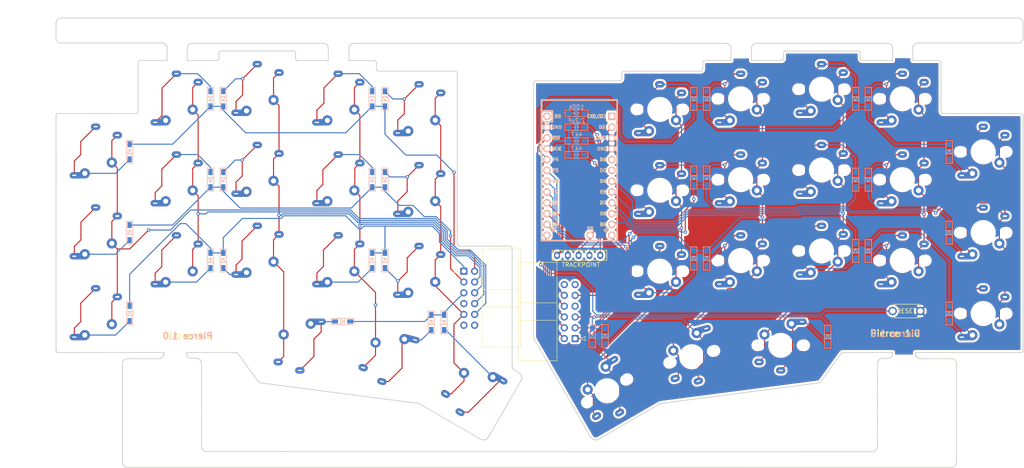
<source format=kicad_pcb>
(kicad_pcb (version 20171130) (host pcbnew 5.1.9-73d0e3b20d~88~ubuntu20.04.1)
  (title_block (title "Pierce Keyboard") (date 2021-02-12) (rev "v 0.1") (comment 4 "Author: Durken"))
  (layers (0 F.Cu signal) (31 B.Cu signal) (34 B.Paste user) (35 F.Paste user) (36 B.SilkS user) (37 F.SilkS user) (38 B.Mask user) (39 F.Mask user) (44 Edge.Cuts user))
  (net 0 "")
  (net 1 VCC)
  (net 2 "Net-(C1-Pad2)")
  (net 3 "Net-(D1-Pad2)")
  (net 4 row0l)
  (net 5 row1l)
  (net 6 "Net-(D2-Pad2)")
  (net 7 row2l)
  (net 8 "Net-(D3-Pad2)")
  (net 9 "Net-(D4-Pad2)")
  (net 10 row0)
  (net 11 "Net-(D5-Pad2)")
  (net 12 row1)
  (net 13 row2)
  (net 14 "Net-(D6-Pad2)")
  (net 15 row3)
  (net 16 "Net-(D7-Pad2)")
  (net 17 "Net-(D8-Pad2)")
  (net 18 "Net-(D9-Pad2)")
  (net 19 "Net-(D10-Pad2)")
  (net 20 "Net-(D11-Pad2)")
  (net 21 "Net-(D12-Pad2)")
  (net 22 "Net-(D13-Pad2)")
  (net 23 "Net-(D14-Pad2)")
  (net 24 "Net-(D15-Pad2)")
  (net 25 "Net-(D16-Pad2)")
  (net 26 "Net-(D17-Pad2)")
  (net 27 "Net-(D18-Pad2)")
  (net 28 row3l)
  (net 29 "Net-(D19-Pad2)")
  (net 30 "Net-(D20-Pad2)")
  (net 31 "Net-(D21-Pad2)")
  (net 32 "Net-(D22-Pad2)")
  (net 33 "Net-(D23-Pad2)")
  (net 34 "Net-(D24-Pad2)")
  (net 35 "Net-(D25-Pad2)")
  (net 36 "Net-(D26-Pad2)")
  (net 37 "Net-(D27-Pad2)")
  (net 38 "Net-(D28-Pad2)")
  (net 39 "Net-(D29-Pad2)")
  (net 40 "Net-(D30-Pad2)")
  (net 41 "Net-(D31-Pad2)")
  (net 42 "Net-(D32-Pad2)")
  (net 43 "Net-(D33-Pad2)")
  (net 44 "Net-(D34-Pad2)")
  (net 45 "Net-(D35-Pad2)")
  (net 46 "Net-(D36-Pad2)")
  (net 47 col1l)
  (net 48 col3l)
  (net 49 col0l)
  (net 50 col2l)
  (net 51 col4l)
  (net 52 col4)
  (net 53 col2)
  (net 54 col0)
  (net 55 col3)
  (net 56 col1)
  (net 57 GND)
  (net 58 SCL)
  (net 59 SDA)
  (net 60 col5)
  (net 61 col6)
  (net 62 col7)
  (net 63 col8)
  (net 64 col9)
  (net 65 reset)
  (module pierce:Elite-C_reverse_D5 (layer F.Cu) (at 157.6 53.3)
    (fp_text reference U1 hide)
    (fp_text value Elite-C_reverse hide)
    (fp_text user B0 (at -4.826 -13.97) (layer B.SilkS) (effects (font (size 0.8 0.8)) (justify mirror)))
    (fp_text user GND (at -5.08 -11.43) (layer B.SilkS) (effects (font (size 0.8 0.8)) (justify mirror)))
    (fp_text user RST (at -5.334 -8.89) (layer B.SilkS) (effects (font (size 0.8 0.8)) (justify mirror)))
    (fp_text user VCC (at -5.08 -6.35) (layer B.SilkS) (effects (font (size 0.8 0.8)) (justify mirror)))
    (fp_text user F4 (at -5.334 -3.81) (layer B.SilkS) (effects (font (size 0.8 0.8)) (justify mirror)))
    (fp_text user F5 (at -5.334 -1.27) (layer B.SilkS) (effects (font (size 0.8 0.8)) (justify mirror)))
    (fp_text user F6 (at -5.334 1.27) (layer B.SilkS) (effects (font (size 0.8 0.8)) (justify mirror)))
    (fp_text user F7 (at -5.334 3.81) (layer B.SilkS) (effects (font (size 0.8 0.8)) (justify mirror)))
    (fp_text user B1 (at -5.334 6.35) (layer B.SilkS) (effects (font (size 0.8 0.8)) (justify mirror)))
    (fp_text user B3 (at -5.334 8.89) (layer B.SilkS) (effects (font (size 0.8 0.8)) (justify mirror)))
    (fp_text user B2 (at -5.334 11.43) (layer B.SilkS) (effects (font (size 0.8 0.8)) (justify mirror)))
    (fp_text user B6 (at -6.096 12.7 -45 unlocked) (layer B.SilkS) (effects (font (size 0.7 0.7)) (justify mirror)))
    (fp_text user D5 (at 2.794 12.4) (layer B.SilkS) (effects (font (size 0.8 0.8)) (justify mirror)))
    (fp_text user B5 (at 6.604 12.7 45) (layer B.SilkS) (effects (font (size 0.7 0.7)) (justify mirror)))
    (fp_text user B4 (at 5.842 11.43) (layer B.SilkS) (effects (font (size 0.8 0.8)) (justify mirror)))
    (fp_text user E6 (at 5.842 8.89) (layer B.SilkS) (effects (font (size 0.8 0.8)) (justify mirror)))
    (fp_text user D7 (at 5.842 6.35) (layer B.SilkS) (effects (font (size 0.8 0.8)) (justify mirror)))
    (fp_text user C6 (at 5.842 3.81) (layer B.SilkS) (effects (font (size 0.8 0.8)) (justify mirror)))
    (fp_text user D4 (at 5.842 1.27) (layer B.SilkS) (effects (font (size 0.8 0.8)) (justify mirror)))
    (fp_text user D0 (at 5.842 -1.27) (layer B.SilkS) (effects (font (size 0.8 0.8)) (justify mirror)))
    (fp_text user D1 (at 5.842 -3.81) (layer B.SilkS) (effects (font (size 0.8 0.8)) (justify mirror)))
    (fp_text user GND (at 5.588 -6.35) (layer B.SilkS) (effects (font (size 0.8 0.8)) (justify mirror)))
    (fp_text user GND (at 5.334 -8.89) (layer B.SilkS) (effects (font (size 0.8 0.8)) (justify mirror)))
    (fp_text user D2 (at 5.588 -11.43) (layer B.SilkS) (effects (font (size 0.8 0.8)) (justify mirror)))
    (fp_text user TX0/D3 (at 4.318 -13.97) (layer B.SilkS) (effects (font (size 0.8 0.8)) (justify mirror)))
    (fp_text user D5 (at 2.794 12.4) (layer F.SilkS) (effects (font (size 0.8 0.8))))
    (fp_text user B6 (at -6.096 12.7 315 unlocked) (layer F.SilkS) (effects (font (size 0.7 0.7))))
    (fp_text user TX0/D3 (at 4.318 -13.97) (layer F.SilkS) (effects (font (size 0.8 0.8))))
    (fp_text user D2 (at 5.588 -11.43) (layer F.SilkS) (effects (font (size 0.8 0.8))))
    (fp_text user D0 (at 5.842 -1.27) (layer F.SilkS) (effects (font (size 0.8 0.8))))
    (fp_text user D1 (at 5.842 -3.81) (layer F.SilkS) (effects (font (size 0.8 0.8))))
    (fp_text user GND (at 5.588 -6.35) (layer F.SilkS) (effects (font (size 0.8 0.8))))
    (fp_text user GND (at 5.334 -8.89) (layer F.SilkS) (effects (font (size 0.8 0.8))))
    (fp_text user D4 (at 5.842 1.27) (layer F.SilkS) (effects (font (size 0.8 0.8))))
    (fp_text user C6 (at 5.842 3.81) (layer F.SilkS) (effects (font (size 0.8 0.8))))
    (fp_text user D7 (at 5.842 6.35) (layer F.SilkS) (effects (font (size 0.8 0.8))))
    (fp_text user E6 (at 5.842 8.89) (layer F.SilkS) (effects (font (size 0.8 0.8))))
    (fp_text user B4 (at 5.842 11.43) (layer F.SilkS) (effects (font (size 0.8 0.8))))
    (fp_text user B5 (at 6.604 12.7 45) (layer F.SilkS) (effects (font (size 0.7 0.7))))
    (fp_text user B3 (at -5.334 8.89) (layer F.SilkS) (effects (font (size 0.8 0.8))))
    (fp_text user B1 (at -5.334 6.35) (layer F.SilkS) (effects (font (size 0.8 0.8))))
    (fp_text user F4 (at -5.334 -3.81) (layer F.SilkS) (effects (font (size 0.8 0.8))))
    (fp_text user VCC (at -5.08 -6.35) (layer F.SilkS) (effects (font (size 0.8 0.8))))
    (fp_text user RST (at -5.334 -8.89) (layer F.SilkS) (effects (font (size 0.8 0.8))))
    (fp_text user GND (at -5.08 -11.43) (layer F.SilkS) (effects (font (size 0.8 0.8))))
    (fp_text user B0 (at -4.826 -13.97) (layer F.SilkS) (effects (font (size 0.8 0.8))))
    (fp_text user F5 (at -5.334 -1.27) (layer F.SilkS) (effects (font (size 0.8 0.8))))
    (fp_text user F6 (at -5.334 1.27) (layer F.SilkS) (effects (font (size 0.8 0.8))))
    (fp_text user F7 (at -5.334 3.81) (layer F.SilkS) (effects (font (size 0.8 0.8))))
    (fp_text user B2 (at -5.334 11.43) (layer F.SilkS) (effects (font (size 0.8 0.8))))
    (pad 26 thru_hole circle (at 2.794 13.97 270) (size 1.7526 1.7526) (drill 1.0922) (layers *.Cu *.SilkS *.Mask) (net 58 SCL))
    (pad 1 thru_hole rect (at 7.874 -13.97 270) (size 1.7526 1.7526) (drill 1.0922) (layers *.Cu *.SilkS *.Mask))
    (pad 13 thru_hole circle (at -7.366 13.97 270) (size 1.7526 1.7526) (drill 1.0922) (layers *.Cu *.SilkS *.Mask) (net 55 col3))
    (pad 2 thru_hole circle (at 7.874 -11.43 270) (size 1.7526 1.7526) (drill 1.0922) (layers *.Cu *.SilkS *.Mask) (net 59 SDA))
    (pad 3 thru_hole circle (at 7.874 -8.89 270) (size 1.7526 1.7526) (drill 1.0922) (layers *.Cu *.SilkS *.Mask) (net 57 GND))
    (pad 4 thru_hole circle (at 7.874 -6.35 270) (size 1.7526 1.7526) (drill 1.0922) (layers *.Cu *.SilkS *.Mask) (net 57 GND))
    (pad 5 thru_hole circle (at 7.874 -3.81 270) (size 1.7526 1.7526) (drill 1.0922) (layers *.Cu *.SilkS *.Mask))
    (pad 6 thru_hole circle (at 7.874 -1.27 270) (size 1.7526 1.7526) (drill 1.0922) (layers *.Cu *.SilkS *.Mask))
    (pad 7 thru_hole circle (at 7.874 1.27 270) (size 1.7526 1.7526) (drill 1.0922) (layers *.Cu *.SilkS *.Mask) (net 64 col9))
    (pad 8 thru_hole circle (at 7.874 3.81 270) (size 1.7526 1.7526) (drill 1.0922) (layers *.Cu *.SilkS *.Mask) (net 63 col8))
    (pad 9 thru_hole circle (at 7.874 6.35 270) (size 1.7526 1.7526) (drill 1.0922) (layers *.Cu *.SilkS *.Mask) (net 62 col7))
    (pad 10 thru_hole circle (at 7.874 8.89 270) (size 1.7526 1.7526) (drill 1.0922) (layers *.Cu *.SilkS *.Mask) (net 61 col6))
    (pad 11 thru_hole circle (at 7.874 11.43 270) (size 1.7526 1.7526) (drill 1.0922) (layers *.Cu *.SilkS *.Mask) (net 60 col5))
    (pad 12 thru_hole circle (at 7.874 13.97 270) (size 1.7526 1.7526) (drill 1.0922) (layers *.Cu *.SilkS *.Mask) (net 52 col4))
    (pad 14 thru_hole circle (at -7.366 11.43 270) (size 1.7526 1.7526) (drill 1.0922) (layers *.Cu *.SilkS *.Mask) (net 53 col2))
    (pad 15 thru_hole circle (at -7.366 8.89 270) (size 1.7526 1.7526) (drill 1.0922) (layers *.Cu *.SilkS *.Mask) (net 56 col1))
    (pad 16 thru_hole circle (at -7.366 6.35 270) (size 1.7526 1.7526) (drill 1.0922) (layers *.Cu *.SilkS *.Mask) (net 54 col0))
    (pad 17 thru_hole circle (at -7.366 3.81 270) (size 1.7526 1.7526) (drill 1.0922) (layers *.Cu *.SilkS *.Mask) (net 15 row3))
    (pad 18 thru_hole circle (at -7.366 1.27 270) (size 1.7526 1.7526) (drill 1.0922) (layers *.Cu *.SilkS *.Mask) (net 13 row2))
    (pad 19 thru_hole circle (at -7.366 -1.27 270) (size 1.7526 1.7526) (drill 1.0922) (layers *.Cu *.SilkS *.Mask) (net 12 row1))
    (pad 20 thru_hole circle (at -7.366 -3.81 270) (size 1.7526 1.7526) (drill 1.0922) (layers *.Cu *.SilkS *.Mask) (net 10 row0))
    (pad 21 thru_hole circle (at -7.366 -6.35 270) (size 1.7526 1.7526) (drill 1.0922) (layers *.Cu *.SilkS *.Mask) (net 1 VCC))
    (pad 22 thru_hole circle (at -7.366 -8.89 270) (size 1.7526 1.7526) (drill 1.0922) (layers *.Cu *.SilkS *.Mask) (net 65 reset))
    (pad 23 thru_hole circle (at -7.366 -11.43 270) (size 1.7526 1.7526) (drill 1.0922) (layers *.Cu *.SilkS *.Mask) (net 57 GND))
    (pad 24 thru_hole circle (at -7.366 -13.97 270) (size 1.7526 1.7526) (drill 1.0922) (layers *.Cu *.SilkS *.Mask))
  )
  (module kbd:CherryMX_ChocV2_1u (layer F.Cu) (at 214.754847 51.960224 180)
    (fp_text reference SW20 hide)
    (fp_text value SW_PUSH hide)
    (pad 2 thru_hole circle (at 2.54 -5.08 180) (size 2.4 2.4) (drill 1.2) (layers *.Cu B.Mask) (net 30 "Net-(D20-Pad2)"))
    (pad 2 thru_hole oval (at 5 -5.55 180.5) (size 4.4 1.5) (drill oval 1 0.3 (offset -1.1 0)) (layers *.Cu B.Mask) (net 30 "Net-(D20-Pad2)"))
    (pad 1 thru_hole oval (at -5.1 3.9 180) (size 2.2 1.6) (drill oval 1 0.4) (layers *.Cu B.Mask) (net 62 col7))
    (pad "" np_thru_hole circle (at 0 0 270) (size 4.9 4.9) (drill 4.9) (layers *.Cu *.Mask))
    (pad "" np_thru_hole circle (at -5.5 0 270) (size 1.8 1.8) (drill 1.8) (layers *.Cu *.Mask))
    (pad "" np_thru_hole circle (at 5.5 0 270) (size 1.8 1.8) (drill 1.8) (layers *.Cu *.Mask))
    (pad 2 thru_hole oval (at 0 5.9 180) (size 2.2 1.5) (drill oval 1 0.3) (layers *.Cu B.Mask) (net 30 "Net-(D20-Pad2)"))
    (pad 1 thru_hole circle (at -3.81 -2.54 180) (size 2.4 2.4) (drill 1.2) (layers *.Cu B.Mask) (net 62 col7))
    (pad "" np_thru_hole circle (at 5.08 0 180) (size 1.7 1.7) (drill 1.7) (layers *.Cu *.Mask))
    (pad "" np_thru_hole circle (at -5.08 0 180) (size 1.7 1.7) (drill 1.7) (layers *.Cu *.Mask))
  )
  (module kbd:CherryMX_ChocV2_1u (layer F.Cu) (at 252.754847 85.673598 180)
    (fp_text reference SW36 hide)
    (fp_text value SW_PUSH hide)
    (pad 2 thru_hole circle (at 2.54 -5.08 180) (size 2.4 2.4) (drill 1.2) (layers *.Cu B.Mask) (net 46 "Net-(D36-Pad2)"))
    (pad 2 thru_hole oval (at 5 -5.55 180.5) (size 4.4 1.5) (drill oval 1 0.3 (offset -1.1 0)) (layers *.Cu B.Mask) (net 46 "Net-(D36-Pad2)"))
    (pad 1 thru_hole oval (at -5.1 3.9 180) (size 2.2 1.6) (drill oval 1 0.4) (layers *.Cu B.Mask) (net 64 col9))
    (pad "" np_thru_hole circle (at 0 0 270) (size 4.9 4.9) (drill 4.9) (layers *.Cu *.Mask))
    (pad "" np_thru_hole circle (at -5.5 0 270) (size 1.8 1.8) (drill 1.8) (layers *.Cu *.Mask))
    (pad "" np_thru_hole circle (at 5.5 0 270) (size 1.8 1.8) (drill 1.8) (layers *.Cu *.Mask))
    (pad 2 thru_hole oval (at 0 5.9 180) (size 2.2 1.5) (drill oval 1 0.3) (layers *.Cu B.Mask) (net 46 "Net-(D36-Pad2)"))
    (pad 1 thru_hole circle (at -3.81 -2.54 180) (size 2.4 2.4) (drill 1.2) (layers *.Cu B.Mask) (net 64 col9))
    (pad "" np_thru_hole circle (at 5.08 0 180) (size 1.7 1.7) (drill 1.7) (layers *.Cu *.Mask))
    (pad "" np_thru_hole circle (at -5.08 0 180) (size 1.7 1.7) (drill 1.7) (layers *.Cu *.Mask))
  )
  (module kbd:CherryMX_ChocV2_1u (layer F.Cu) (at 252.754847 66.673598 180)
    (fp_text reference SW35 hide)
    (fp_text value SW_PUSH hide)
    (pad 2 thru_hole circle (at 2.54 -5.08 180) (size 2.4 2.4) (drill 1.2) (layers *.Cu B.Mask) (net 45 "Net-(D35-Pad2)"))
    (pad 2 thru_hole oval (at 5 -5.55 180.5) (size 4.4 1.5) (drill oval 1 0.3 (offset -1.1 0)) (layers *.Cu B.Mask) (net 45 "Net-(D35-Pad2)"))
    (pad 1 thru_hole oval (at -5.1 3.9 180) (size 2.2 1.6) (drill oval 1 0.4) (layers *.Cu B.Mask) (net 64 col9))
    (pad "" np_thru_hole circle (at 0 0 270) (size 4.9 4.9) (drill 4.9) (layers *.Cu *.Mask))
    (pad "" np_thru_hole circle (at -5.5 0 270) (size 1.8 1.8) (drill 1.8) (layers *.Cu *.Mask))
    (pad "" np_thru_hole circle (at 5.5 0 270) (size 1.8 1.8) (drill 1.8) (layers *.Cu *.Mask))
    (pad 2 thru_hole oval (at 0 5.9 180) (size 2.2 1.5) (drill oval 1 0.3) (layers *.Cu B.Mask) (net 45 "Net-(D35-Pad2)"))
    (pad 1 thru_hole circle (at -3.81 -2.54 180) (size 2.4 2.4) (drill 1.2) (layers *.Cu B.Mask) (net 64 col9))
    (pad "" np_thru_hole circle (at 5.08 0 180) (size 1.7 1.7) (drill 1.7) (layers *.Cu *.Mask))
    (pad "" np_thru_hole circle (at -5.08 0 180) (size 1.7 1.7) (drill 1.7) (layers *.Cu *.Mask))
  )
  (module kbd:CherryMX_ChocV2_1u (layer F.Cu) (at 252.754847 47.673598 180)
    (fp_text reference SW34 hide)
    (fp_text value SW_PUSH hide)
    (pad 2 thru_hole circle (at 2.54 -5.08 180) (size 2.4 2.4) (drill 1.2) (layers *.Cu B.Mask) (net 44 "Net-(D34-Pad2)"))
    (pad 2 thru_hole oval (at 5 -5.55 180.5) (size 4.4 1.5) (drill oval 1 0.3 (offset -1.1 0)) (layers *.Cu B.Mask) (net 44 "Net-(D34-Pad2)"))
    (pad 1 thru_hole oval (at -5.1 3.9 180) (size 2.2 1.6) (drill oval 1 0.4) (layers *.Cu B.Mask) (net 64 col9))
    (pad "" np_thru_hole circle (at 0 0 270) (size 4.9 4.9) (drill 4.9) (layers *.Cu *.Mask))
    (pad "" np_thru_hole circle (at -5.5 0 270) (size 1.8 1.8) (drill 1.8) (layers *.Cu *.Mask))
    (pad "" np_thru_hole circle (at 5.5 0 270) (size 1.8 1.8) (drill 1.8) (layers *.Cu *.Mask))
    (pad 2 thru_hole oval (at 0 5.9 180) (size 2.2 1.5) (drill oval 1 0.3) (layers *.Cu B.Mask) (net 44 "Net-(D34-Pad2)"))
    (pad 1 thru_hole circle (at -3.81 -2.54 180) (size 2.4 2.4) (drill 1.2) (layers *.Cu B.Mask) (net 64 col9))
    (pad "" np_thru_hole circle (at 5.08 0 180) (size 1.7 1.7) (drill 1.7) (layers *.Cu *.Mask))
    (pad "" np_thru_hole circle (at -5.08 0 180) (size 1.7 1.7) (drill 1.7) (layers *.Cu *.Mask))
  )
  (module kbd:CherryMX_ChocV2_1u (layer F.Cu) (at 132.77 103.74 330)
    (fp_text reference SW33 hide)
    (fp_text value SW_PUSH hide)
    (pad 2 thru_hole circle (at 2.54 -5.08 330) (size 2.4 2.4) (drill 1.2) (layers *.Cu B.Mask) (net 43 "Net-(D33-Pad2)"))
    (pad 2 thru_hole oval (at 5 -5.55 330.5) (size 4.4 1.5) (drill oval 1 0.3 (offset -1.1 0)) (layers *.Cu B.Mask) (net 43 "Net-(D33-Pad2)"))
    (pad 1 thru_hole oval (at -5.1 3.9 330) (size 2.2 1.6) (drill oval 1 0.4) (layers *.Cu B.Mask) (net 51 col4l))
    (pad "" np_thru_hole circle (at 0 0 60) (size 4.9 4.9) (drill 4.9) (layers *.Cu *.Mask))
    (pad "" np_thru_hole circle (at -5.5 0 60) (size 1.8 1.8) (drill 1.8) (layers *.Cu *.Mask))
    (pad "" np_thru_hole circle (at 5.5 0 60) (size 1.8 1.8) (drill 1.8) (layers *.Cu *.Mask))
    (pad 2 thru_hole oval (at 0 5.9 330) (size 2.2 1.5) (drill oval 1 0.3) (layers *.Cu B.Mask) (net 43 "Net-(D33-Pad2)"))
    (pad 1 thru_hole circle (at -3.81 -2.54 330) (size 2.4 2.4) (drill 1.2) (layers *.Cu B.Mask) (net 51 col4l))
    (pad "" np_thru_hole circle (at 5.08 0 330) (size 1.7 1.7) (drill 1.7) (layers *.Cu *.Mask))
    (pad "" np_thru_hole circle (at -5.08 0 330) (size 1.7 1.7) (drill 1.7) (layers *.Cu *.Mask))
  )
  (module kbd:CherryMX_ChocV2_1u (layer F.Cu) (at 120.168391 75.70494 180)
    (fp_text reference SW32 hide)
    (fp_text value SW_PUSH hide)
    (pad 2 thru_hole circle (at 2.54 -5.08 180) (size 2.4 2.4) (drill 1.2) (layers *.Cu B.Mask) (net 42 "Net-(D32-Pad2)"))
    (pad 2 thru_hole oval (at 5 -5.55 180.5) (size 4.4 1.5) (drill oval 1 0.3 (offset -1.1 0)) (layers *.Cu B.Mask) (net 42 "Net-(D32-Pad2)"))
    (pad 1 thru_hole oval (at -5.1 3.9 180) (size 2.2 1.6) (drill oval 1 0.4) (layers *.Cu B.Mask) (net 51 col4l))
    (pad "" np_thru_hole circle (at 0 0 270) (size 4.9 4.9) (drill 4.9) (layers *.Cu *.Mask))
    (pad "" np_thru_hole circle (at -5.5 0 270) (size 1.8 1.8) (drill 1.8) (layers *.Cu *.Mask))
    (pad "" np_thru_hole circle (at 5.5 0 270) (size 1.8 1.8) (drill 1.8) (layers *.Cu *.Mask))
    (pad 2 thru_hole oval (at 0 5.9 180) (size 2.2 1.5) (drill oval 1 0.3) (layers *.Cu B.Mask) (net 42 "Net-(D32-Pad2)"))
    (pad 1 thru_hole circle (at -3.81 -2.54 180) (size 2.4 2.4) (drill 1.2) (layers *.Cu B.Mask) (net 51 col4l))
    (pad "" np_thru_hole circle (at 5.08 0 180) (size 1.7 1.7) (drill 1.7) (layers *.Cu *.Mask))
    (pad "" np_thru_hole circle (at -5.08 0 180) (size 1.7 1.7) (drill 1.7) (layers *.Cu *.Mask))
  )
  (module kbd:CherryMX_ChocV2_1u (layer F.Cu) (at 120.168391 56.70494 180)
    (fp_text reference SW31 hide)
    (fp_text value SW_PUSH hide)
    (pad 2 thru_hole circle (at 2.54 -5.08 180) (size 2.4 2.4) (drill 1.2) (layers *.Cu B.Mask) (net 41 "Net-(D31-Pad2)"))
    (pad 2 thru_hole oval (at 5 -5.55 180.5) (size 4.4 1.5) (drill oval 1 0.3 (offset -1.1 0)) (layers *.Cu B.Mask) (net 41 "Net-(D31-Pad2)"))
    (pad 1 thru_hole oval (at -5.1 3.9 180) (size 2.2 1.6) (drill oval 1 0.4) (layers *.Cu B.Mask) (net 51 col4l))
    (pad "" np_thru_hole circle (at 0 0 270) (size 4.9 4.9) (drill 4.9) (layers *.Cu *.Mask))
    (pad "" np_thru_hole circle (at -5.5 0 270) (size 1.8 1.8) (drill 1.8) (layers *.Cu *.Mask))
    (pad "" np_thru_hole circle (at 5.5 0 270) (size 1.8 1.8) (drill 1.8) (layers *.Cu *.Mask))
    (pad 2 thru_hole oval (at 0 5.9 180) (size 2.2 1.5) (drill oval 1 0.3) (layers *.Cu B.Mask) (net 41 "Net-(D31-Pad2)"))
    (pad 1 thru_hole circle (at -3.81 -2.54 180) (size 2.4 2.4) (drill 1.2) (layers *.Cu B.Mask) (net 51 col4l))
    (pad "" np_thru_hole circle (at 5.08 0 180) (size 1.7 1.7) (drill 1.7) (layers *.Cu *.Mask))
    (pad "" np_thru_hole circle (at -5.08 0 180) (size 1.7 1.7) (drill 1.7) (layers *.Cu *.Mask))
  )
  (module kbd:CherryMX_ChocV2_1u (layer F.Cu) (at 120.168391 37.70494 180)
    (fp_text reference SW30 hide)
    (fp_text value SW_PUSH hide)
    (pad 2 thru_hole circle (at 2.54 -5.08 180) (size 2.4 2.4) (drill 1.2) (layers *.Cu B.Mask) (net 40 "Net-(D30-Pad2)"))
    (pad 2 thru_hole oval (at 5 -5.55 180.5) (size 4.4 1.5) (drill oval 1 0.3 (offset -1.1 0)) (layers *.Cu B.Mask) (net 40 "Net-(D30-Pad2)"))
    (pad 1 thru_hole oval (at -5.1 3.9 180) (size 2.2 1.6) (drill oval 1 0.4) (layers *.Cu B.Mask) (net 51 col4l))
    (pad "" np_thru_hole circle (at 0 0 270) (size 4.9 4.9) (drill 4.9) (layers *.Cu *.Mask))
    (pad "" np_thru_hole circle (at -5.5 0 270) (size 1.8 1.8) (drill 1.8) (layers *.Cu *.Mask))
    (pad "" np_thru_hole circle (at 5.5 0 270) (size 1.8 1.8) (drill 1.8) (layers *.Cu *.Mask))
    (pad 2 thru_hole oval (at 0 5.9 180) (size 2.2 1.5) (drill oval 1 0.3) (layers *.Cu B.Mask) (net 40 "Net-(D30-Pad2)"))
    (pad 1 thru_hole circle (at -3.81 -2.54 180) (size 2.4 2.4) (drill 1.2) (layers *.Cu B.Mask) (net 51 col4l))
    (pad "" np_thru_hole circle (at 5.08 0 180) (size 1.7 1.7) (drill 1.7) (layers *.Cu *.Mask))
    (pad "" np_thru_hole circle (at -5.08 0 180) (size 1.7 1.7) (drill 1.7) (layers *.Cu *.Mask))
  )
  (module kbd:CherryMX_ChocV2_1u (layer F.Cu) (at 233.754847 73.210662 180)
    (fp_text reference SW29 hide)
    (fp_text value SW_PUSH hide)
    (pad 2 thru_hole circle (at 2.54 -5.08 180) (size 2.4 2.4) (drill 1.2) (layers *.Cu B.Mask) (net 39 "Net-(D29-Pad2)"))
    (pad 2 thru_hole oval (at 5 -5.55 180.5) (size 4.4 1.5) (drill oval 1 0.3 (offset -1.1 0)) (layers *.Cu B.Mask) (net 39 "Net-(D29-Pad2)"))
    (pad 1 thru_hole oval (at -5.1 3.9 180) (size 2.2 1.6) (drill oval 1 0.4) (layers *.Cu B.Mask) (net 63 col8))
    (pad "" np_thru_hole circle (at 0 0 270) (size 4.9 4.9) (drill 4.9) (layers *.Cu *.Mask))
    (pad "" np_thru_hole circle (at -5.5 0 270) (size 1.8 1.8) (drill 1.8) (layers *.Cu *.Mask))
    (pad "" np_thru_hole circle (at 5.5 0 270) (size 1.8 1.8) (drill 1.8) (layers *.Cu *.Mask))
    (pad 2 thru_hole oval (at 0 5.9 180) (size 2.2 1.5) (drill oval 1 0.3) (layers *.Cu B.Mask) (net 39 "Net-(D29-Pad2)"))
    (pad 1 thru_hole circle (at -3.81 -2.54 180) (size 2.4 2.4) (drill 1.2) (layers *.Cu B.Mask) (net 63 col8))
    (pad "" np_thru_hole circle (at 5.08 0 180) (size 1.7 1.7) (drill 1.7) (layers *.Cu *.Mask))
    (pad "" np_thru_hole circle (at -5.08 0 180) (size 1.7 1.7) (drill 1.7) (layers *.Cu *.Mask))
  )
  (module kbd:CherryMX_ChocV2_1u (layer F.Cu) (at 233.754847 54.210662 180)
    (fp_text reference SW28 hide)
    (fp_text value SW_PUSH hide)
    (pad 2 thru_hole circle (at 2.54 -5.08 180) (size 2.4 2.4) (drill 1.2) (layers *.Cu B.Mask) (net 38 "Net-(D28-Pad2)"))
    (pad 2 thru_hole oval (at 5 -5.55 180.5) (size 4.4 1.5) (drill oval 1 0.3 (offset -1.1 0)) (layers *.Cu B.Mask) (net 38 "Net-(D28-Pad2)"))
    (pad 1 thru_hole oval (at -5.1 3.9 180) (size 2.2 1.6) (drill oval 1 0.4) (layers *.Cu B.Mask) (net 63 col8))
    (pad "" np_thru_hole circle (at 0 0 270) (size 4.9 4.9) (drill 4.9) (layers *.Cu *.Mask))
    (pad "" np_thru_hole circle (at -5.5 0 270) (size 1.8 1.8) (drill 1.8) (layers *.Cu *.Mask))
    (pad "" np_thru_hole circle (at 5.5 0 270) (size 1.8 1.8) (drill 1.8) (layers *.Cu *.Mask))
    (pad 2 thru_hole oval (at 0 5.9 180) (size 2.2 1.5) (drill oval 1 0.3) (layers *.Cu B.Mask) (net 38 "Net-(D28-Pad2)"))
    (pad 1 thru_hole circle (at -3.81 -2.54 180) (size 2.4 2.4) (drill 1.2) (layers *.Cu B.Mask) (net 63 col8))
    (pad "" np_thru_hole circle (at 5.08 0 180) (size 1.7 1.7) (drill 1.7) (layers *.Cu *.Mask))
    (pad "" np_thru_hole circle (at -5.08 0 180) (size 1.7 1.7) (drill 1.7) (layers *.Cu *.Mask))
  )
  (module kbd:CherryMX_ChocV2_1u (layer F.Cu) (at 233.754847 35.210662 180)
    (fp_text reference SW27 hide)
    (fp_text value SW_PUSH hide)
    (pad 2 thru_hole circle (at 2.54 -5.08 180) (size 2.4 2.4) (drill 1.2) (layers *.Cu B.Mask) (net 37 "Net-(D27-Pad2)"))
    (pad 2 thru_hole oval (at 5 -5.55 180.5) (size 4.4 1.5) (drill oval 1 0.3 (offset -1.1 0)) (layers *.Cu B.Mask) (net 37 "Net-(D27-Pad2)"))
    (pad 1 thru_hole oval (at -5.1 3.9 180) (size 2.2 1.6) (drill oval 1 0.4) (layers *.Cu B.Mask) (net 63 col8))
    (pad "" np_thru_hole circle (at 0 0 270) (size 4.9 4.9) (drill 4.9) (layers *.Cu *.Mask))
    (pad "" np_thru_hole circle (at -5.5 0 270) (size 1.8 1.8) (drill 1.8) (layers *.Cu *.Mask))
    (pad "" np_thru_hole circle (at 5.5 0 270) (size 1.8 1.8) (drill 1.8) (layers *.Cu *.Mask))
    (pad 2 thru_hole oval (at 0 5.9 180) (size 2.2 1.5) (drill oval 1 0.3) (layers *.Cu B.Mask) (net 37 "Net-(D27-Pad2)"))
    (pad 1 thru_hole circle (at -3.81 -2.54 180) (size 2.4 2.4) (drill 1.2) (layers *.Cu B.Mask) (net 63 col8))
    (pad "" np_thru_hole circle (at 5.08 0 180) (size 1.7 1.7) (drill 1.7) (layers *.Cu *.Mask))
    (pad "" np_thru_hole circle (at -5.08 0 180) (size 1.7 1.7) (drill 1.7) (layers *.Cu *.Mask))
  )
  (module kbd:CherryMX_ChocV2_1u (layer F.Cu) (at 112.97 95.94 345)
    (fp_text reference SW26 hide)
    (fp_text value SW_PUSH hide)
    (pad 2 thru_hole circle (at 2.54 -5.08 345) (size 2.4 2.4) (drill 1.2) (layers *.Cu B.Mask) (net 36 "Net-(D26-Pad2)"))
    (pad 2 thru_hole oval (at 5 -5.55 345.5) (size 4.4 1.5) (drill oval 1 0.3 (offset -1.1 0)) (layers *.Cu B.Mask) (net 36 "Net-(D26-Pad2)"))
    (pad 1 thru_hole oval (at -5.1 3.9 345) (size 2.2 1.6) (drill oval 1 0.4) (layers *.Cu B.Mask) (net 48 col3l))
    (pad "" np_thru_hole circle (at 0 0 75) (size 4.9 4.9) (drill 4.9) (layers *.Cu *.Mask))
    (pad "" np_thru_hole circle (at -5.5 0 75) (size 1.8 1.8) (drill 1.8) (layers *.Cu *.Mask))
    (pad "" np_thru_hole circle (at 5.5 0 75) (size 1.8 1.8) (drill 1.8) (layers *.Cu *.Mask))
    (pad 2 thru_hole oval (at 0 5.9 345) (size 2.2 1.5) (drill oval 1 0.3) (layers *.Cu B.Mask) (net 36 "Net-(D26-Pad2)"))
    (pad 1 thru_hole circle (at -3.81 -2.54 345) (size 2.4 2.4) (drill 1.2) (layers *.Cu B.Mask) (net 48 col3l))
    (pad "" np_thru_hole circle (at 5.08 0 345) (size 1.7 1.7) (drill 1.7) (layers *.Cu *.Mask))
    (pad "" np_thru_hole circle (at -5.08 0 345) (size 1.7 1.7) (drill 1.7) (layers *.Cu *.Mask))
  )
  (module kbd:CherryMX_ChocV2_1u (layer F.Cu) (at 101.168391 73.205582 180)
    (fp_text reference SW25 hide)
    (fp_text value SW_PUSH hide)
    (pad 2 thru_hole circle (at 2.54 -5.08 180) (size 2.4 2.4) (drill 1.2) (layers *.Cu B.Mask) (net 35 "Net-(D25-Pad2)"))
    (pad 2 thru_hole oval (at 5 -5.55 180.5) (size 4.4 1.5) (drill oval 1 0.3 (offset -1.1 0)) (layers *.Cu B.Mask) (net 35 "Net-(D25-Pad2)"))
    (pad 1 thru_hole oval (at -5.1 3.9 180) (size 2.2 1.6) (drill oval 1 0.4) (layers *.Cu B.Mask) (net 48 col3l))
    (pad "" np_thru_hole circle (at 0 0 270) (size 4.9 4.9) (drill 4.9) (layers *.Cu *.Mask))
    (pad "" np_thru_hole circle (at -5.5 0 270) (size 1.8 1.8) (drill 1.8) (layers *.Cu *.Mask))
    (pad "" np_thru_hole circle (at 5.5 0 270) (size 1.8 1.8) (drill 1.8) (layers *.Cu *.Mask))
    (pad 2 thru_hole oval (at 0 5.9 180) (size 2.2 1.5) (drill oval 1 0.3) (layers *.Cu B.Mask) (net 35 "Net-(D25-Pad2)"))
    (pad 1 thru_hole circle (at -3.81 -2.54 180) (size 2.4 2.4) (drill 1.2) (layers *.Cu B.Mask) (net 48 col3l))
    (pad "" np_thru_hole circle (at 5.08 0 180) (size 1.7 1.7) (drill 1.7) (layers *.Cu *.Mask))
    (pad "" np_thru_hole circle (at -5.08 0 180) (size 1.7 1.7) (drill 1.7) (layers *.Cu *.Mask))
  )
  (module kbd:CherryMX_ChocV2_1u (layer F.Cu) (at 101.168391 54.205582 180)
    (fp_text reference SW24 hide)
    (fp_text value SW_PUSH hide)
    (pad 2 thru_hole circle (at 2.54 -5.08 180) (size 2.4 2.4) (drill 1.2) (layers *.Cu B.Mask) (net 34 "Net-(D24-Pad2)"))
    (pad 2 thru_hole oval (at 5 -5.55 180.5) (size 4.4 1.5) (drill oval 1 0.3 (offset -1.1 0)) (layers *.Cu B.Mask) (net 34 "Net-(D24-Pad2)"))
    (pad 1 thru_hole oval (at -5.1 3.9 180) (size 2.2 1.6) (drill oval 1 0.4) (layers *.Cu B.Mask) (net 48 col3l))
    (pad "" np_thru_hole circle (at 0 0 270) (size 4.9 4.9) (drill 4.9) (layers *.Cu *.Mask))
    (pad "" np_thru_hole circle (at -5.5 0 270) (size 1.8 1.8) (drill 1.8) (layers *.Cu *.Mask))
    (pad "" np_thru_hole circle (at 5.5 0 270) (size 1.8 1.8) (drill 1.8) (layers *.Cu *.Mask))
    (pad 2 thru_hole oval (at 0 5.9 180) (size 2.2 1.5) (drill oval 1 0.3) (layers *.Cu B.Mask) (net 34 "Net-(D24-Pad2)"))
    (pad 1 thru_hole circle (at -3.81 -2.54 180) (size 2.4 2.4) (drill 1.2) (layers *.Cu B.Mask) (net 48 col3l))
    (pad "" np_thru_hole circle (at 5.08 0 180) (size 1.7 1.7) (drill 1.7) (layers *.Cu *.Mask))
    (pad "" np_thru_hole circle (at -5.08 0 180) (size 1.7 1.7) (drill 1.7) (layers *.Cu *.Mask))
  )
  (module kbd:CherryMX_ChocV2_1u (layer F.Cu) (at 101.168391 35.205582 180)
    (fp_text reference SW23 hide)
    (fp_text value SW_PUSH hide)
    (pad 2 thru_hole circle (at 2.54 -5.08 180) (size 2.4 2.4) (drill 1.2) (layers *.Cu B.Mask) (net 33 "Net-(D23-Pad2)"))
    (pad 2 thru_hole oval (at 5 -5.55 180.5) (size 4.4 1.5) (drill oval 1 0.3 (offset -1.1 0)) (layers *.Cu B.Mask) (net 33 "Net-(D23-Pad2)"))
    (pad 1 thru_hole oval (at -5.1 3.9 180) (size 2.2 1.6) (drill oval 1 0.4) (layers *.Cu B.Mask) (net 48 col3l))
    (pad "" np_thru_hole circle (at 0 0 270) (size 4.9 4.9) (drill 4.9) (layers *.Cu *.Mask))
    (pad "" np_thru_hole circle (at -5.5 0 270) (size 1.8 1.8) (drill 1.8) (layers *.Cu *.Mask))
    (pad "" np_thru_hole circle (at 5.5 0 270) (size 1.8 1.8) (drill 1.8) (layers *.Cu *.Mask))
    (pad 2 thru_hole oval (at 0 5.9 180) (size 2.2 1.5) (drill oval 1 0.3) (layers *.Cu B.Mask) (net 33 "Net-(D23-Pad2)"))
    (pad 1 thru_hole circle (at -3.81 -2.54 180) (size 2.4 2.4) (drill 1.2) (layers *.Cu B.Mask) (net 48 col3l))
    (pad "" np_thru_hole circle (at 5.08 0 180) (size 1.7 1.7) (drill 1.7) (layers *.Cu *.Mask))
    (pad "" np_thru_hole circle (at -5.08 0 180) (size 1.7 1.7) (drill 1.7) (layers *.Cu *.Mask))
  )
  (module kbd:CherryMX_ChocV2_1u (layer F.Cu) (at 205.17 93.14)
    (fp_text reference SW22 hide)
    (fp_text value SW_PUSH hide)
    (pad 2 thru_hole circle (at 2.54 -5.08) (size 2.4 2.4) (drill 1.2) (layers *.Cu B.Mask) (net 32 "Net-(D22-Pad2)"))
    (pad 2 thru_hole oval (at 5 -5.55 0.5) (size 4.4 1.5) (drill oval 1 0.3 (offset -1.1 0)) (layers *.Cu B.Mask) (net 32 "Net-(D22-Pad2)"))
    (pad 1 thru_hole oval (at -5.1 3.9) (size 2.2 1.6) (drill oval 1 0.4) (layers *.Cu B.Mask) (net 62 col7))
    (pad "" np_thru_hole circle (at 0 0 90) (size 4.9 4.9) (drill 4.9) (layers *.Cu *.Mask))
    (pad "" np_thru_hole circle (at -5.5 0 90) (size 1.8 1.8) (drill 1.8) (layers *.Cu *.Mask))
    (pad "" np_thru_hole circle (at 5.5 0 90) (size 1.8 1.8) (drill 1.8) (layers *.Cu *.Mask))
    (pad 2 thru_hole oval (at 0 5.9) (size 2.2 1.5) (drill oval 1 0.3) (layers *.Cu B.Mask) (net 32 "Net-(D22-Pad2)"))
    (pad 1 thru_hole circle (at -3.81 -2.54) (size 2.4 2.4) (drill 1.2) (layers *.Cu B.Mask) (net 62 col7))
    (pad "" np_thru_hole circle (at 5.08 0) (size 1.7 1.7) (drill 1.7) (layers *.Cu *.Mask))
    (pad "" np_thru_hole circle (at -5.08 0) (size 1.7 1.7) (drill 1.7) (layers *.Cu *.Mask))
  )
  (module kbd:CherryMX_ChocV2_1u (layer F.Cu) (at 214.754847 70.960224 180)
    (fp_text reference SW21 hide)
    (fp_text value SW_PUSH hide)
    (pad 2 thru_hole circle (at 2.54 -5.08 180) (size 2.4 2.4) (drill 1.2) (layers *.Cu B.Mask) (net 31 "Net-(D21-Pad2)"))
    (pad 2 thru_hole oval (at 5 -5.55 180.5) (size 4.4 1.5) (drill oval 1 0.3 (offset -1.1 0)) (layers *.Cu B.Mask) (net 31 "Net-(D21-Pad2)"))
    (pad 1 thru_hole oval (at -5.1 3.9 180) (size 2.2 1.6) (drill oval 1 0.4) (layers *.Cu B.Mask) (net 62 col7))
    (pad "" np_thru_hole circle (at 0 0 270) (size 4.9 4.9) (drill 4.9) (layers *.Cu *.Mask))
    (pad "" np_thru_hole circle (at -5.5 0 270) (size 1.8 1.8) (drill 1.8) (layers *.Cu *.Mask))
    (pad "" np_thru_hole circle (at 5.5 0 270) (size 1.8 1.8) (drill 1.8) (layers *.Cu *.Mask))
    (pad 2 thru_hole oval (at 0 5.9 180) (size 2.2 1.5) (drill oval 1 0.3) (layers *.Cu B.Mask) (net 31 "Net-(D21-Pad2)"))
    (pad 1 thru_hole circle (at -3.81 -2.54 180) (size 2.4 2.4) (drill 1.2) (layers *.Cu B.Mask) (net 62 col7))
    (pad "" np_thru_hole circle (at 5.08 0 180) (size 1.7 1.7) (drill 1.7) (layers *.Cu *.Mask))
    (pad "" np_thru_hole circle (at -5.08 0 180) (size 1.7 1.7) (drill 1.7) (layers *.Cu *.Mask))
  )
  (module kbd:CherryMX_ChocV2_1u (layer F.Cu) (at 214.754847 32.960224 180)
    (fp_text reference SW19 hide)
    (fp_text value SW_PUSH hide)
    (pad 2 thru_hole circle (at 2.54 -5.08 180) (size 2.4 2.4) (drill 1.2) (layers *.Cu B.Mask) (net 29 "Net-(D19-Pad2)"))
    (pad 2 thru_hole oval (at 5 -5.55 180.5) (size 4.4 1.5) (drill oval 1 0.3 (offset -1.1 0)) (layers *.Cu B.Mask) (net 29 "Net-(D19-Pad2)"))
    (pad 1 thru_hole oval (at -5.1 3.9 180) (size 2.2 1.6) (drill oval 1 0.4) (layers *.Cu B.Mask) (net 62 col7))
    (pad "" np_thru_hole circle (at 0 0 270) (size 4.9 4.9) (drill 4.9) (layers *.Cu *.Mask))
    (pad "" np_thru_hole circle (at -5.5 0 270) (size 1.8 1.8) (drill 1.8) (layers *.Cu *.Mask))
    (pad "" np_thru_hole circle (at 5.5 0 270) (size 1.8 1.8) (drill 1.8) (layers *.Cu *.Mask))
    (pad 2 thru_hole oval (at 0 5.9 180) (size 2.2 1.5) (drill oval 1 0.3) (layers *.Cu B.Mask) (net 29 "Net-(D19-Pad2)"))
    (pad 1 thru_hole circle (at -3.81 -2.54 180) (size 2.4 2.4) (drill 1.2) (layers *.Cu B.Mask) (net 62 col7))
    (pad "" np_thru_hole circle (at 5.08 0 180) (size 1.7 1.7) (drill 1.7) (layers *.Cu *.Mask))
    (pad "" np_thru_hole circle (at -5.08 0 180) (size 1.7 1.7) (drill 1.7) (layers *.Cu *.Mask))
  )
  (module kbd:CherryMX_ChocV2_1u (layer F.Cu) (at 92.17 93.14)
    (fp_text reference SW18 hide)
    (fp_text value SW_PUSH hide)
    (pad 2 thru_hole circle (at 2.54 -5.08) (size 2.4 2.4) (drill 1.2) (layers *.Cu B.Mask) (net 27 "Net-(D18-Pad2)"))
    (pad 2 thru_hole oval (at 5 -5.55 0.5) (size 4.4 1.5) (drill oval 1 0.3 (offset -1.1 0)) (layers *.Cu B.Mask) (net 27 "Net-(D18-Pad2)"))
    (pad 1 thru_hole oval (at -5.1 3.9) (size 2.2 1.6) (drill oval 1 0.4) (layers *.Cu B.Mask) (net 50 col2l))
    (pad "" np_thru_hole circle (at 0 0 90) (size 4.9 4.9) (drill 4.9) (layers *.Cu *.Mask))
    (pad "" np_thru_hole circle (at -5.5 0 90) (size 1.8 1.8) (drill 1.8) (layers *.Cu *.Mask))
    (pad "" np_thru_hole circle (at 5.5 0 90) (size 1.8 1.8) (drill 1.8) (layers *.Cu *.Mask))
    (pad 2 thru_hole oval (at 0 5.9) (size 2.2 1.5) (drill oval 1 0.3) (layers *.Cu B.Mask) (net 27 "Net-(D18-Pad2)"))
    (pad 1 thru_hole circle (at -3.81 -2.54) (size 2.4 2.4) (drill 1.2) (layers *.Cu B.Mask) (net 50 col2l))
    (pad "" np_thru_hole circle (at 5.08 0) (size 1.7 1.7) (drill 1.7) (layers *.Cu *.Mask))
    (pad "" np_thru_hole circle (at -5.08 0) (size 1.7 1.7) (drill 1.7) (layers *.Cu *.Mask))
  )
  (module kbd:CherryMX_ChocV2_1u (layer F.Cu) (at 82.168391 70.955144 180)
    (fp_text reference SW17 hide)
    (fp_text value SW_PUSH hide)
    (pad 2 thru_hole circle (at 2.54 -5.08 180) (size 2.4 2.4) (drill 1.2) (layers *.Cu B.Mask) (net 26 "Net-(D17-Pad2)"))
    (pad 2 thru_hole oval (at 5 -5.55 180.5) (size 4.4 1.5) (drill oval 1 0.3 (offset -1.1 0)) (layers *.Cu B.Mask) (net 26 "Net-(D17-Pad2)"))
    (pad 1 thru_hole oval (at -5.1 3.9 180) (size 2.2 1.6) (drill oval 1 0.4) (layers *.Cu B.Mask) (net 50 col2l))
    (pad "" np_thru_hole circle (at 0 0 270) (size 4.9 4.9) (drill 4.9) (layers *.Cu *.Mask))
    (pad "" np_thru_hole circle (at -5.5 0 270) (size 1.8 1.8) (drill 1.8) (layers *.Cu *.Mask))
    (pad "" np_thru_hole circle (at 5.5 0 270) (size 1.8 1.8) (drill 1.8) (layers *.Cu *.Mask))
    (pad 2 thru_hole oval (at 0 5.9 180) (size 2.2 1.5) (drill oval 1 0.3) (layers *.Cu B.Mask) (net 26 "Net-(D17-Pad2)"))
    (pad 1 thru_hole circle (at -3.81 -2.54 180) (size 2.4 2.4) (drill 1.2) (layers *.Cu B.Mask) (net 50 col2l))
    (pad "" np_thru_hole circle (at 5.08 0 180) (size 1.7 1.7) (drill 1.7) (layers *.Cu *.Mask))
    (pad "" np_thru_hole circle (at -5.08 0 180) (size 1.7 1.7) (drill 1.7) (layers *.Cu *.Mask))
  )
  (module kbd:CherryMX_ChocV2_1u (layer F.Cu) (at 82.168391 51.955144 180)
    (fp_text reference SW16 hide)
    (fp_text value SW_PUSH hide)
    (pad 2 thru_hole circle (at 2.54 -5.08 180) (size 2.4 2.4) (drill 1.2) (layers *.Cu B.Mask) (net 25 "Net-(D16-Pad2)"))
    (pad 2 thru_hole oval (at 5 -5.55 180.5) (size 4.4 1.5) (drill oval 1 0.3 (offset -1.1 0)) (layers *.Cu B.Mask) (net 25 "Net-(D16-Pad2)"))
    (pad 1 thru_hole oval (at -5.1 3.9 180) (size 2.2 1.6) (drill oval 1 0.4) (layers *.Cu B.Mask) (net 50 col2l))
    (pad "" np_thru_hole circle (at 0 0 270) (size 4.9 4.9) (drill 4.9) (layers *.Cu *.Mask))
    (pad "" np_thru_hole circle (at -5.5 0 270) (size 1.8 1.8) (drill 1.8) (layers *.Cu *.Mask))
    (pad "" np_thru_hole circle (at 5.5 0 270) (size 1.8 1.8) (drill 1.8) (layers *.Cu *.Mask))
    (pad 2 thru_hole oval (at 0 5.9 180) (size 2.2 1.5) (drill oval 1 0.3) (layers *.Cu B.Mask) (net 25 "Net-(D16-Pad2)"))
    (pad 1 thru_hole circle (at -3.81 -2.54 180) (size 2.4 2.4) (drill 1.2) (layers *.Cu B.Mask) (net 50 col2l))
    (pad "" np_thru_hole circle (at 5.08 0 180) (size 1.7 1.7) (drill 1.7) (layers *.Cu *.Mask))
    (pad "" np_thru_hole circle (at -5.08 0 180) (size 1.7 1.7) (drill 1.7) (layers *.Cu *.Mask))
  )
  (module kbd:CherryMX_ChocV2_1u (layer F.Cu) (at 82.168391 32.955144 180)
    (fp_text reference SW15 hide)
    (fp_text value SW_PUSH hide)
    (pad 2 thru_hole circle (at 2.54 -5.08 180) (size 2.4 2.4) (drill 1.2) (layers *.Cu B.Mask) (net 24 "Net-(D15-Pad2)"))
    (pad 2 thru_hole oval (at 5 -5.55 180.5) (size 4.4 1.5) (drill oval 1 0.3 (offset -1.1 0)) (layers *.Cu B.Mask) (net 24 "Net-(D15-Pad2)"))
    (pad 1 thru_hole oval (at -5.1 3.9 180) (size 2.2 1.6) (drill oval 1 0.4) (layers *.Cu B.Mask) (net 50 col2l))
    (pad "" np_thru_hole circle (at 0 0 270) (size 4.9 4.9) (drill 4.9) (layers *.Cu *.Mask))
    (pad "" np_thru_hole circle (at -5.5 0 270) (size 1.8 1.8) (drill 1.8) (layers *.Cu *.Mask))
    (pad "" np_thru_hole circle (at 5.5 0 270) (size 1.8 1.8) (drill 1.8) (layers *.Cu *.Mask))
    (pad 2 thru_hole oval (at 0 5.9 180) (size 2.2 1.5) (drill oval 1 0.3) (layers *.Cu B.Mask) (net 24 "Net-(D15-Pad2)"))
    (pad 1 thru_hole circle (at -3.81 -2.54 180) (size 2.4 2.4) (drill 1.2) (layers *.Cu B.Mask) (net 50 col2l))
    (pad "" np_thru_hole circle (at 5.08 0 180) (size 1.7 1.7) (drill 1.7) (layers *.Cu *.Mask))
    (pad "" np_thru_hole circle (at -5.08 0 180) (size 1.7 1.7) (drill 1.7) (layers *.Cu *.Mask))
  )
  (module kbd:CherryMX_ChocV2_1u (layer F.Cu) (at 184.27 95.84 15)
    (fp_text reference SW14 hide)
    (fp_text value SW_PUSH hide)
    (pad 2 thru_hole circle (at 2.54 -5.08 15) (size 2.4 2.4) (drill 1.2) (layers *.Cu B.Mask) (net 23 "Net-(D14-Pad2)"))
    (pad 2 thru_hole oval (at 5 -5.55 15.5) (size 4.4 1.5) (drill oval 1 0.3 (offset -1.1 0)) (layers *.Cu B.Mask) (net 23 "Net-(D14-Pad2)"))
    (pad 1 thru_hole oval (at -5.1 3.9 15) (size 2.2 1.6) (drill oval 1 0.4) (layers *.Cu B.Mask) (net 61 col6))
    (pad "" np_thru_hole circle (at 0 0 105) (size 4.9 4.9) (drill 4.9) (layers *.Cu *.Mask))
    (pad "" np_thru_hole circle (at -5.5 0 105) (size 1.8 1.8) (drill 1.8) (layers *.Cu *.Mask))
    (pad "" np_thru_hole circle (at 5.5 0 105) (size 1.8 1.8) (drill 1.8) (layers *.Cu *.Mask))
    (pad 2 thru_hole oval (at 0 5.9 15) (size 2.2 1.5) (drill oval 1 0.3) (layers *.Cu B.Mask) (net 23 "Net-(D14-Pad2)"))
    (pad 1 thru_hole circle (at -3.81 -2.54 15) (size 2.4 2.4) (drill 1.2) (layers *.Cu B.Mask) (net 61 col6))
    (pad "" np_thru_hole circle (at 5.08 0 15) (size 1.7 1.7) (drill 1.7) (layers *.Cu *.Mask))
    (pad "" np_thru_hole circle (at -5.08 0 15) (size 1.7 1.7) (drill 1.7) (layers *.Cu *.Mask))
  )
  (module kbd:CherryMX_ChocV2_1u (layer F.Cu) (at 195.754847 73.213202 180)
    (fp_text reference SW13 hide)
    (fp_text value SW_PUSH hide)
    (pad 2 thru_hole circle (at 2.54 -5.08 180) (size 2.4 2.4) (drill 1.2) (layers *.Cu B.Mask) (net 22 "Net-(D13-Pad2)"))
    (pad 2 thru_hole oval (at 5 -5.55 180.5) (size 4.4 1.5) (drill oval 1 0.3 (offset -1.1 0)) (layers *.Cu B.Mask) (net 22 "Net-(D13-Pad2)"))
    (pad 1 thru_hole oval (at -5.1 3.9 180) (size 2.2 1.6) (drill oval 1 0.4) (layers *.Cu B.Mask) (net 61 col6))
    (pad "" np_thru_hole circle (at 0 0 270) (size 4.9 4.9) (drill 4.9) (layers *.Cu *.Mask))
    (pad "" np_thru_hole circle (at -5.5 0 270) (size 1.8 1.8) (drill 1.8) (layers *.Cu *.Mask))
    (pad "" np_thru_hole circle (at 5.5 0 270) (size 1.8 1.8) (drill 1.8) (layers *.Cu *.Mask))
    (pad 2 thru_hole oval (at 0 5.9 180) (size 2.2 1.5) (drill oval 1 0.3) (layers *.Cu B.Mask) (net 22 "Net-(D13-Pad2)"))
    (pad 1 thru_hole circle (at -3.81 -2.54 180) (size 2.4 2.4) (drill 1.2) (layers *.Cu B.Mask) (net 61 col6))
    (pad "" np_thru_hole circle (at 5.08 0 180) (size 1.7 1.7) (drill 1.7) (layers *.Cu *.Mask))
    (pad "" np_thru_hole circle (at -5.08 0 180) (size 1.7 1.7) (drill 1.7) (layers *.Cu *.Mask))
  )
  (module kbd:CherryMX_ChocV2_1u (layer F.Cu) (at 195.754847 54.213202 180)
    (fp_text reference SW12 hide)
    (fp_text value SW_PUSH hide)
    (pad 2 thru_hole circle (at 2.54 -5.08 180) (size 2.4 2.4) (drill 1.2) (layers *.Cu B.Mask) (net 21 "Net-(D12-Pad2)"))
    (pad 2 thru_hole oval (at 5 -5.55 180.5) (size 4.4 1.5) (drill oval 1 0.3 (offset -1.1 0)) (layers *.Cu B.Mask) (net 21 "Net-(D12-Pad2)"))
    (pad 1 thru_hole oval (at -5.1 3.9 180) (size 2.2 1.6) (drill oval 1 0.4) (layers *.Cu B.Mask) (net 61 col6))
    (pad "" np_thru_hole circle (at 0 0 270) (size 4.9 4.9) (drill 4.9) (layers *.Cu *.Mask))
    (pad "" np_thru_hole circle (at -5.5 0 270) (size 1.8 1.8) (drill 1.8) (layers *.Cu *.Mask))
    (pad "" np_thru_hole circle (at 5.5 0 270) (size 1.8 1.8) (drill 1.8) (layers *.Cu *.Mask))
    (pad 2 thru_hole oval (at 0 5.9 180) (size 2.2 1.5) (drill oval 1 0.3) (layers *.Cu B.Mask) (net 21 "Net-(D12-Pad2)"))
    (pad 1 thru_hole circle (at -3.81 -2.54 180) (size 2.4 2.4) (drill 1.2) (layers *.Cu B.Mask) (net 61 col6))
    (pad "" np_thru_hole circle (at 5.08 0 180) (size 1.7 1.7) (drill 1.7) (layers *.Cu *.Mask))
    (pad "" np_thru_hole circle (at -5.08 0 180) (size 1.7 1.7) (drill 1.7) (layers *.Cu *.Mask))
  )
  (module kbd:CherryMX_ChocV2_1u (layer F.Cu) (at 195.754847 35.213202 180)
    (fp_text reference SW11 hide)
    (fp_text value SW_PUSH hide)
    (pad 2 thru_hole circle (at 2.54 -5.08 180) (size 2.4 2.4) (drill 1.2) (layers *.Cu B.Mask) (net 20 "Net-(D11-Pad2)"))
    (pad 2 thru_hole oval (at 5 -5.55 180.5) (size 4.4 1.5) (drill oval 1 0.3 (offset -1.1 0)) (layers *.Cu B.Mask) (net 20 "Net-(D11-Pad2)"))
    (pad 1 thru_hole oval (at -5.1 3.9 180) (size 2.2 1.6) (drill oval 1 0.4) (layers *.Cu B.Mask) (net 61 col6))
    (pad "" np_thru_hole circle (at 0 0 270) (size 4.9 4.9) (drill 4.9) (layers *.Cu *.Mask))
    (pad "" np_thru_hole circle (at -5.5 0 270) (size 1.8 1.8) (drill 1.8) (layers *.Cu *.Mask))
    (pad "" np_thru_hole circle (at 5.5 0 270) (size 1.8 1.8) (drill 1.8) (layers *.Cu *.Mask))
    (pad 2 thru_hole oval (at 0 5.9 180) (size 2.2 1.5) (drill oval 1 0.3) (layers *.Cu B.Mask) (net 20 "Net-(D11-Pad2)"))
    (pad 1 thru_hole circle (at -3.81 -2.54 180) (size 2.4 2.4) (drill 1.2) (layers *.Cu B.Mask) (net 61 col6))
    (pad "" np_thru_hole circle (at 5.08 0 180) (size 1.7 1.7) (drill 1.7) (layers *.Cu *.Mask))
    (pad "" np_thru_hole circle (at -5.08 0 180) (size 1.7 1.7) (drill 1.7) (layers *.Cu *.Mask))
  )
  (module kbd:CherryMX_ChocV2_1u (layer F.Cu) (at 63.168391 73.205582 180)
    (fp_text reference SW10 hide)
    (fp_text value SW_PUSH hide)
    (pad 2 thru_hole circle (at 2.54 -5.08 180) (size 2.4 2.4) (drill 1.2) (layers *.Cu B.Mask) (net 19 "Net-(D10-Pad2)"))
    (pad 2 thru_hole oval (at 5 -5.55 180.5) (size 4.4 1.5) (drill oval 1 0.3 (offset -1.1 0)) (layers *.Cu B.Mask) (net 19 "Net-(D10-Pad2)"))
    (pad 1 thru_hole oval (at -5.1 3.9 180) (size 2.2 1.6) (drill oval 1 0.4) (layers *.Cu B.Mask) (net 47 col1l))
    (pad "" np_thru_hole circle (at 0 0 270) (size 4.9 4.9) (drill 4.9) (layers *.Cu *.Mask))
    (pad "" np_thru_hole circle (at -5.5 0 270) (size 1.8 1.8) (drill 1.8) (layers *.Cu *.Mask))
    (pad "" np_thru_hole circle (at 5.5 0 270) (size 1.8 1.8) (drill 1.8) (layers *.Cu *.Mask))
    (pad 2 thru_hole oval (at 0 5.9 180) (size 2.2 1.5) (drill oval 1 0.3) (layers *.Cu B.Mask) (net 19 "Net-(D10-Pad2)"))
    (pad 1 thru_hole circle (at -3.81 -2.54 180) (size 2.4 2.4) (drill 1.2) (layers *.Cu B.Mask) (net 47 col1l))
    (pad "" np_thru_hole circle (at 5.08 0 180) (size 1.7 1.7) (drill 1.7) (layers *.Cu *.Mask))
    (pad "" np_thru_hole circle (at -5.08 0 180) (size 1.7 1.7) (drill 1.7) (layers *.Cu *.Mask))
  )
  (module kbd:CherryMX_ChocV2_1u (layer F.Cu) (at 63.168391 54.205582 180)
    (fp_text reference SW9 hide)
    (fp_text value SW_PUSH hide)
    (pad 2 thru_hole circle (at 2.54 -5.08 180) (size 2.4 2.4) (drill 1.2) (layers *.Cu B.Mask) (net 18 "Net-(D9-Pad2)"))
    (pad 2 thru_hole oval (at 5 -5.55 180.5) (size 4.4 1.5) (drill oval 1 0.3 (offset -1.1 0)) (layers *.Cu B.Mask) (net 18 "Net-(D9-Pad2)"))
    (pad 1 thru_hole oval (at -5.1 3.9 180) (size 2.2 1.6) (drill oval 1 0.4) (layers *.Cu B.Mask) (net 47 col1l))
    (pad "" np_thru_hole circle (at 0 0 270) (size 4.9 4.9) (drill 4.9) (layers *.Cu *.Mask))
    (pad "" np_thru_hole circle (at -5.5 0 270) (size 1.8 1.8) (drill 1.8) (layers *.Cu *.Mask))
    (pad "" np_thru_hole circle (at 5.5 0 270) (size 1.8 1.8) (drill 1.8) (layers *.Cu *.Mask))
    (pad 2 thru_hole oval (at 0 5.9 180) (size 2.2 1.5) (drill oval 1 0.3) (layers *.Cu B.Mask) (net 18 "Net-(D9-Pad2)"))
    (pad 1 thru_hole circle (at -3.81 -2.54 180) (size 2.4 2.4) (drill 1.2) (layers *.Cu B.Mask) (net 47 col1l))
    (pad "" np_thru_hole circle (at 5.08 0 180) (size 1.7 1.7) (drill 1.7) (layers *.Cu *.Mask))
    (pad "" np_thru_hole circle (at -5.08 0 180) (size 1.7 1.7) (drill 1.7) (layers *.Cu *.Mask))
  )
  (module kbd:CherryMX_ChocV2_1u (layer F.Cu) (at 63.168391 35.205582 180)
    (fp_text reference SW8 hide)
    (fp_text value SW_PUSH hide)
    (pad 2 thru_hole circle (at 2.54 -5.08 180) (size 2.4 2.4) (drill 1.2) (layers *.Cu B.Mask) (net 17 "Net-(D8-Pad2)"))
    (pad 2 thru_hole oval (at 5 -5.55 180.5) (size 4.4 1.5) (drill oval 1 0.3 (offset -1.1 0)) (layers *.Cu B.Mask) (net 17 "Net-(D8-Pad2)"))
    (pad 1 thru_hole oval (at -5.1 3.9 180) (size 2.2 1.6) (drill oval 1 0.4) (layers *.Cu B.Mask) (net 47 col1l))
    (pad "" np_thru_hole circle (at 0 0 270) (size 4.9 4.9) (drill 4.9) (layers *.Cu *.Mask))
    (pad "" np_thru_hole circle (at -5.5 0 270) (size 1.8 1.8) (drill 1.8) (layers *.Cu *.Mask))
    (pad "" np_thru_hole circle (at 5.5 0 270) (size 1.8 1.8) (drill 1.8) (layers *.Cu *.Mask))
    (pad 2 thru_hole oval (at 0 5.9 180) (size 2.2 1.5) (drill oval 1 0.3) (layers *.Cu B.Mask) (net 17 "Net-(D8-Pad2)"))
    (pad 1 thru_hole circle (at -3.81 -2.54 180) (size 2.4 2.4) (drill 1.2) (layers *.Cu B.Mask) (net 47 col1l))
    (pad "" np_thru_hole circle (at 5.08 0 180) (size 1.7 1.7) (drill 1.7) (layers *.Cu *.Mask))
    (pad "" np_thru_hole circle (at -5.08 0 180) (size 1.7 1.7) (drill 1.7) (layers *.Cu *.Mask))
  )
  (module kbd:CherryMX_ChocV2_1u (layer F.Cu) (at 164.37 103.84 30)
    (fp_text reference SW7 hide)
    (fp_text value SW_PUSH hide)
    (pad 2 thru_hole circle (at 2.54 -5.08 30) (size 2.4 2.4) (drill 1.2) (layers *.Cu B.Mask) (net 16 "Net-(D7-Pad2)"))
    (pad 2 thru_hole oval (at 5 -5.55 30.5) (size 4.4 1.5) (drill oval 1 0.3 (offset -1.1 0)) (layers *.Cu B.Mask) (net 16 "Net-(D7-Pad2)"))
    (pad 1 thru_hole oval (at -5.1 3.9 30) (size 2.2 1.6) (drill oval 1 0.4) (layers *.Cu B.Mask) (net 60 col5))
    (pad "" np_thru_hole circle (at 0 0 120) (size 4.9 4.9) (drill 4.9) (layers *.Cu *.Mask))
    (pad "" np_thru_hole circle (at -5.5 0 120) (size 1.8 1.8) (drill 1.8) (layers *.Cu *.Mask))
    (pad "" np_thru_hole circle (at 5.5 0 120) (size 1.8 1.8) (drill 1.8) (layers *.Cu *.Mask))
    (pad 2 thru_hole oval (at 0 5.9 30) (size 2.2 1.5) (drill oval 1 0.3) (layers *.Cu B.Mask) (net 16 "Net-(D7-Pad2)"))
    (pad 1 thru_hole circle (at -3.81 -2.54 30) (size 2.4 2.4) (drill 1.2) (layers *.Cu B.Mask) (net 60 col5))
    (pad "" np_thru_hole circle (at 5.08 0 30) (size 1.7 1.7) (drill 1.7) (layers *.Cu *.Mask))
    (pad "" np_thru_hole circle (at -5.08 0 30) (size 1.7 1.7) (drill 1.7) (layers *.Cu *.Mask))
  )
  (module kbd:CherryMX_ChocV2_1u (layer F.Cu) (at 176.754847 75.71002 180)
    (fp_text reference SW6 hide)
    (fp_text value SW_PUSH hide)
    (pad 2 thru_hole circle (at 2.54 -5.08 180) (size 2.4 2.4) (drill 1.2) (layers *.Cu B.Mask) (net 14 "Net-(D6-Pad2)"))
    (pad 2 thru_hole oval (at 5 -5.55 180.5) (size 4.4 1.5) (drill oval 1 0.3 (offset -1.1 0)) (layers *.Cu B.Mask) (net 14 "Net-(D6-Pad2)"))
    (pad 1 thru_hole oval (at -5.1 3.9 180) (size 2.2 1.6) (drill oval 1 0.4) (layers *.Cu B.Mask) (net 60 col5))
    (pad "" np_thru_hole circle (at 0 0 270) (size 4.9 4.9) (drill 4.9) (layers *.Cu *.Mask))
    (pad "" np_thru_hole circle (at -5.5 0 270) (size 1.8 1.8) (drill 1.8) (layers *.Cu *.Mask))
    (pad "" np_thru_hole circle (at 5.5 0 270) (size 1.8 1.8) (drill 1.8) (layers *.Cu *.Mask))
    (pad 2 thru_hole oval (at 0 5.9 180) (size 2.2 1.5) (drill oval 1 0.3) (layers *.Cu B.Mask) (net 14 "Net-(D6-Pad2)"))
    (pad 1 thru_hole circle (at -3.81 -2.54 180) (size 2.4 2.4) (drill 1.2) (layers *.Cu B.Mask) (net 60 col5))
    (pad "" np_thru_hole circle (at 5.08 0 180) (size 1.7 1.7) (drill 1.7) (layers *.Cu *.Mask))
    (pad "" np_thru_hole circle (at -5.08 0 180) (size 1.7 1.7) (drill 1.7) (layers *.Cu *.Mask))
  )
  (module kbd:CherryMX_ChocV2_1u (layer F.Cu) (at 176.754847 56.71002 180)
    (fp_text reference SW5 hide)
    (fp_text value SW_PUSH hide)
    (pad 2 thru_hole circle (at 2.54 -5.08 180) (size 2.4 2.4) (drill 1.2) (layers *.Cu B.Mask) (net 11 "Net-(D5-Pad2)"))
    (pad 2 thru_hole oval (at 5 -5.55 180.5) (size 4.4 1.5) (drill oval 1 0.3 (offset -1.1 0)) (layers *.Cu B.Mask) (net 11 "Net-(D5-Pad2)"))
    (pad 1 thru_hole oval (at -5.1 3.9 180) (size 2.2 1.6) (drill oval 1 0.4) (layers *.Cu B.Mask) (net 60 col5))
    (pad "" np_thru_hole circle (at 0 0 270) (size 4.9 4.9) (drill 4.9) (layers *.Cu *.Mask))
    (pad "" np_thru_hole circle (at -5.5 0 270) (size 1.8 1.8) (drill 1.8) (layers *.Cu *.Mask))
    (pad "" np_thru_hole circle (at 5.5 0 270) (size 1.8 1.8) (drill 1.8) (layers *.Cu *.Mask))
    (pad 2 thru_hole oval (at 0 5.9 180) (size 2.2 1.5) (drill oval 1 0.3) (layers *.Cu B.Mask) (net 11 "Net-(D5-Pad2)"))
    (pad 1 thru_hole circle (at -3.81 -2.54 180) (size 2.4 2.4) (drill 1.2) (layers *.Cu B.Mask) (net 60 col5))
    (pad "" np_thru_hole circle (at 5.08 0 180) (size 1.7 1.7) (drill 1.7) (layers *.Cu *.Mask))
    (pad "" np_thru_hole circle (at -5.08 0 180) (size 1.7 1.7) (drill 1.7) (layers *.Cu *.Mask))
  )
  (module kbd:CherryMX_ChocV2_1u (layer F.Cu) (at 176.754847 37.71002 180)
    (fp_text reference SW4 hide)
    (fp_text value SW_PUSH hide)
    (pad 2 thru_hole circle (at 2.54 -5.08 180) (size 2.4 2.4) (drill 1.2) (layers *.Cu B.Mask) (net 9 "Net-(D4-Pad2)"))
    (pad 2 thru_hole oval (at 5 -5.55 180.5) (size 4.4 1.5) (drill oval 1 0.3 (offset -1.1 0)) (layers *.Cu B.Mask) (net 9 "Net-(D4-Pad2)"))
    (pad 1 thru_hole oval (at -5.1 3.9 180) (size 2.2 1.6) (drill oval 1 0.4) (layers *.Cu B.Mask) (net 60 col5))
    (pad "" np_thru_hole circle (at 0 0 270) (size 4.9 4.9) (drill 4.9) (layers *.Cu *.Mask))
    (pad "" np_thru_hole circle (at -5.5 0 270) (size 1.8 1.8) (drill 1.8) (layers *.Cu *.Mask))
    (pad "" np_thru_hole circle (at 5.5 0 270) (size 1.8 1.8) (drill 1.8) (layers *.Cu *.Mask))
    (pad 2 thru_hole oval (at 0 5.9 180) (size 2.2 1.5) (drill oval 1 0.3) (layers *.Cu B.Mask) (net 9 "Net-(D4-Pad2)"))
    (pad 1 thru_hole circle (at -3.81 -2.54 180) (size 2.4 2.4) (drill 1.2) (layers *.Cu B.Mask) (net 60 col5))
    (pad "" np_thru_hole circle (at 5.08 0 180) (size 1.7 1.7) (drill 1.7) (layers *.Cu *.Mask))
    (pad "" np_thru_hole circle (at -5.08 0 180) (size 1.7 1.7) (drill 1.7) (layers *.Cu *.Mask))
  )
  (module kbd:CherryMX_ChocV2_1u (layer F.Cu) (at 44.168391 85.653598 180)
    (fp_text reference SW3 hide)
    (fp_text value SW_PUSH hide)
    (pad 2 thru_hole circle (at 2.54 -5.08 180) (size 2.4 2.4) (drill 1.2) (layers *.Cu B.Mask) (net 8 "Net-(D3-Pad2)"))
    (pad 2 thru_hole oval (at 5 -5.55 180.5) (size 4.4 1.5) (drill oval 1 0.3 (offset -1.1 0)) (layers *.Cu B.Mask) (net 8 "Net-(D3-Pad2)"))
    (pad 1 thru_hole oval (at -5.1 3.9 180) (size 2.2 1.6) (drill oval 1 0.4) (layers *.Cu B.Mask) (net 49 col0l))
    (pad "" np_thru_hole circle (at 0 0 270) (size 4.9 4.9) (drill 4.9) (layers *.Cu *.Mask))
    (pad "" np_thru_hole circle (at -5.5 0 270) (size 1.8 1.8) (drill 1.8) (layers *.Cu *.Mask))
    (pad "" np_thru_hole circle (at 5.5 0 270) (size 1.8 1.8) (drill 1.8) (layers *.Cu *.Mask))
    (pad 2 thru_hole oval (at 0 5.9 180) (size 2.2 1.5) (drill oval 1 0.3) (layers *.Cu B.Mask) (net 8 "Net-(D3-Pad2)"))
    (pad 1 thru_hole circle (at -3.81 -2.54 180) (size 2.4 2.4) (drill 1.2) (layers *.Cu B.Mask) (net 49 col0l))
    (pad "" np_thru_hole circle (at 5.08 0 180) (size 1.7 1.7) (drill 1.7) (layers *.Cu *.Mask))
    (pad "" np_thru_hole circle (at -5.08 0 180) (size 1.7 1.7) (drill 1.7) (layers *.Cu *.Mask))
  )
  (module kbd:CherryMX_ChocV2_1u (layer F.Cu) (at 44.168391 66.653598 180)
    (fp_text reference SW2 hide)
    (fp_text value SW_PUSH hide)
    (pad 2 thru_hole circle (at 2.54 -5.08 180) (size 2.4 2.4) (drill 1.2) (layers *.Cu B.Mask) (net 6 "Net-(D2-Pad2)"))
    (pad 2 thru_hole oval (at 5 -5.55 180.5) (size 4.4 1.5) (drill oval 1 0.3 (offset -1.1 0)) (layers *.Cu B.Mask) (net 6 "Net-(D2-Pad2)"))
    (pad 1 thru_hole oval (at -5.1 3.9 180) (size 2.2 1.6) (drill oval 1 0.4) (layers *.Cu B.Mask) (net 49 col0l))
    (pad "" np_thru_hole circle (at 0 0 270) (size 4.9 4.9) (drill 4.9) (layers *.Cu *.Mask))
    (pad "" np_thru_hole circle (at -5.5 0 270) (size 1.8 1.8) (drill 1.8) (layers *.Cu *.Mask))
    (pad "" np_thru_hole circle (at 5.5 0 270) (size 1.8 1.8) (drill 1.8) (layers *.Cu *.Mask))
    (pad 2 thru_hole oval (at 0 5.9 180) (size 2.2 1.5) (drill oval 1 0.3) (layers *.Cu B.Mask) (net 6 "Net-(D2-Pad2)"))
    (pad 1 thru_hole circle (at -3.81 -2.54 180) (size 2.4 2.4) (drill 1.2) (layers *.Cu B.Mask) (net 49 col0l))
    (pad "" np_thru_hole circle (at 5.08 0 180) (size 1.7 1.7) (drill 1.7) (layers *.Cu *.Mask))
    (pad "" np_thru_hole circle (at -5.08 0 180) (size 1.7 1.7) (drill 1.7) (layers *.Cu *.Mask))
  )
  (module kbd:CherryMX_ChocV2_1u (layer F.Cu) (at 44.168391 47.653598 180)
    (fp_text reference SW1 hide)
    (fp_text value SW_PUSH hide)
    (pad 2 thru_hole circle (at 2.54 -5.08 180) (size 2.4 2.4) (drill 1.2) (layers *.Cu B.Mask) (net 3 "Net-(D1-Pad2)"))
    (pad 2 thru_hole oval (at 5 -5.55 180.5) (size 4.4 1.5) (drill oval 1 0.3 (offset -1.1 0)) (layers *.Cu B.Mask) (net 3 "Net-(D1-Pad2)"))
    (pad 1 thru_hole oval (at -5.1 3.9 180) (size 2.2 1.6) (drill oval 1 0.4) (layers *.Cu B.Mask) (net 49 col0l))
    (pad "" np_thru_hole circle (at 0 0 270) (size 4.9 4.9) (drill 4.9) (layers *.Cu *.Mask))
    (pad "" np_thru_hole circle (at -5.5 0 270) (size 1.8 1.8) (drill 1.8) (layers *.Cu *.Mask))
    (pad "" np_thru_hole circle (at 5.5 0 270) (size 1.8 1.8) (drill 1.8) (layers *.Cu *.Mask))
    (pad 2 thru_hole oval (at 0 5.9 180) (size 2.2 1.5) (drill oval 1 0.3) (layers *.Cu B.Mask) (net 3 "Net-(D1-Pad2)"))
    (pad 1 thru_hole circle (at -3.81 -2.54 180) (size 2.4 2.4) (drill 1.2) (layers *.Cu B.Mask) (net 49 col0l))
    (pad "" np_thru_hole circle (at 5.08 0 180) (size 1.7 1.7) (drill 1.7) (layers *.Cu *.Mask))
    (pad "" np_thru_hole circle (at -5.08 0 180) (size 1.7 1.7) (drill 1.7) (layers *.Cu *.Mask))
  )
  (module pierce:C_SMD_v2 (layer B.Cu) (at 157.15 41.85)
    (fp_text reference C1 hide)
    (fp_text value 2u2 hide)
    (pad 2 smd rect (at 1.775 0) (size 1.4 1) (layers B.Cu B.Paste B.Mask) (net 2 "Net-(C1-Pad2)"))
    (pad 1 smd rect (at -1.775 0) (size 1.4 1) (layers B.Cu B.Paste B.Mask) (net 1 VCC))
  )
  (module kbd:D3_SMD_v2 (layer B.Cu) (at 52.168391 47.653598 270)
    (fp_text reference D1 hide)
    (fp_text value D hide)
    (pad 2 smd rect (at 1.775 0 270) (size 1.4 1) (layers B.Cu B.Paste B.Mask) (net 3 "Net-(D1-Pad2)"))
    (pad 1 smd rect (at -1.775 0 270) (size 1.4 1) (layers B.Cu B.Paste B.Mask) (net 4 row0l))
  )
  (module kbd:D3_SMD_v2 (layer B.Cu) (at 52.168391 66.653598 270)
    (fp_text reference D2 hide)
    (fp_text value D hide)
    (pad 2 smd rect (at 1.775 0 270) (size 1.4 1) (layers B.Cu B.Paste B.Mask) (net 6 "Net-(D2-Pad2)"))
    (pad 1 smd rect (at -1.775 0 270) (size 1.4 1) (layers B.Cu B.Paste B.Mask) (net 5 row1l))
  )
  (module kbd:D3_SMD_v2 (layer B.Cu) (at 52.168391 85.653598 270)
    (fp_text reference D3 hide)
    (fp_text value D hide)
    (pad 2 smd rect (at 1.775 0 270) (size 1.4 1) (layers B.Cu B.Paste B.Mask) (net 8 "Net-(D3-Pad2)"))
    (pad 1 smd rect (at -1.775 0 270) (size 1.4 1) (layers B.Cu B.Paste B.Mask) (net 7 row2l))
  )
  (module kbd:D3_SMD_v2 (layer B.Cu) (at 184.754847 35.213202 90)
    (fp_text reference D4 hide)
    (fp_text value D hide)
    (pad 2 smd rect (at 1.775 0 90) (size 1.4 1) (layers B.Cu B.Paste B.Mask) (net 9 "Net-(D4-Pad2)"))
    (pad 1 smd rect (at -1.775 0 90) (size 1.4 1) (layers B.Cu B.Paste B.Mask) (net 10 row0))
  )
  (module kbd:D3_SMD_v2 (layer B.Cu) (at 184.754847 53.71002 90)
    (fp_text reference D5 hide)
    (fp_text value D hide)
    (pad 2 smd rect (at 1.775 0 90) (size 1.4 1) (layers B.Cu B.Paste B.Mask) (net 11 "Net-(D5-Pad2)"))
    (pad 1 smd rect (at -1.775 0 90) (size 1.4 1) (layers B.Cu B.Paste B.Mask) (net 12 row1))
  )
  (module kbd:D3_SMD_v2 (layer B.Cu) (at 184.754847 72.71002 270)
    (fp_text reference D6 hide)
    (fp_text value D hide)
    (pad 2 smd rect (at 1.775 0 270) (size 1.4 1) (layers B.Cu B.Paste B.Mask) (net 14 "Net-(D6-Pad2)"))
    (pad 1 smd rect (at -1.775 0 270) (size 1.4 1) (layers B.Cu B.Paste B.Mask) (net 13 row2))
  )
  (module kbd:D3_SMD_v2 (layer B.Cu) (at 160.89 90.98 270)
    (fp_text reference D7 hide)
    (fp_text value D hide)
    (pad 2 smd rect (at 1.775 0 270) (size 1.4 1) (layers B.Cu B.Paste B.Mask) (net 16 "Net-(D7-Pad2)"))
    (pad 1 smd rect (at -1.775 0 270) (size 1.4 1) (layers B.Cu B.Paste B.Mask) (net 15 row3))
  )
  (module kbd:D3_SMD_v2 (layer B.Cu) (at 71.168391 35.205582 90)
    (fp_text reference D8 hide)
    (fp_text value D hide)
    (pad 2 smd rect (at 1.775 0 90) (size 1.4 1) (layers B.Cu B.Paste B.Mask) (net 17 "Net-(D8-Pad2)"))
    (pad 1 smd rect (at -1.775 0 90) (size 1.4 1) (layers B.Cu B.Paste B.Mask) (net 4 row0l))
  )
  (module kbd:D3_SMD_v2 (layer B.Cu) (at 71.168391 54.205582 90)
    (fp_text reference D9 hide)
    (fp_text value D hide)
    (pad 2 smd rect (at 1.775 0 90) (size 1.4 1) (layers B.Cu B.Paste B.Mask) (net 18 "Net-(D9-Pad2)"))
    (pad 1 smd rect (at -1.775 0 90) (size 1.4 1) (layers B.Cu B.Paste B.Mask) (net 5 row1l))
  )
  (module kbd:D3_SMD_v2 (layer B.Cu) (at 71.168391 73.205582 270)
    (fp_text reference D10 hide)
    (fp_text value D hide)
    (pad 2 smd rect (at 1.775 0 270) (size 1.4 1) (layers B.Cu B.Paste B.Mask) (net 19 "Net-(D10-Pad2)"))
    (pad 1 smd rect (at -1.775 0 270) (size 1.4 1) (layers B.Cu B.Paste B.Mask) (net 7 row2l))
  )
  (module kbd:D3_SMD_v2 (layer B.Cu) (at 187.754847 35.213202 90)
    (fp_text reference D11 hide)
    (fp_text value D hide)
    (pad 2 smd rect (at 1.775 0 90) (size 1.4 1) (layers B.Cu B.Paste B.Mask) (net 20 "Net-(D11-Pad2)"))
    (pad 1 smd rect (at -1.775 0 90) (size 1.4 1) (layers B.Cu B.Paste B.Mask) (net 10 row0))
  )
  (module kbd:D3_SMD_v2 (layer B.Cu) (at 187.754847 53.71002 90)
    (fp_text reference D12 hide)
    (fp_text value D hide)
    (pad 2 smd rect (at 1.775 0 90) (size 1.4 1) (layers B.Cu B.Paste B.Mask) (net 21 "Net-(D12-Pad2)"))
    (pad 1 smd rect (at -1.775 0 90) (size 1.4 1) (layers B.Cu B.Paste B.Mask) (net 12 row1))
  )
  (module kbd:D3_SMD_v2 (layer B.Cu) (at 187.754847 72.71002 270)
    (fp_text reference D13 hide)
    (fp_text value D hide)
    (pad 2 smd rect (at 1.775 0 270) (size 1.4 1) (layers B.Cu B.Paste B.Mask) (net 22 "Net-(D13-Pad2)"))
    (pad 1 smd rect (at -1.775 0 270) (size 1.4 1) (layers B.Cu B.Paste B.Mask) (net 13 row2))
  )
  (module kbd:D3_SMD_v2 (layer B.Cu) (at 163.89 90.98 270)
    (fp_text reference D14 hide)
    (fp_text value D hide)
    (pad 2 smd rect (at 1.775 0 270) (size 1.4 1) (layers B.Cu B.Paste B.Mask) (net 23 "Net-(D14-Pad2)"))
    (pad 1 smd rect (at -1.775 0 270) (size 1.4 1) (layers B.Cu B.Paste B.Mask) (net 15 row3))
  )
  (module kbd:D3_SMD_v2 (layer B.Cu) (at 74.168391 35.205582 90)
    (fp_text reference D15 hide)
    (fp_text value D hide)
    (pad 2 smd rect (at 1.775 0 90) (size 1.4 1) (layers B.Cu B.Paste B.Mask) (net 24 "Net-(D15-Pad2)"))
    (pad 1 smd rect (at -1.775 0 90) (size 1.4 1) (layers B.Cu B.Paste B.Mask) (net 4 row0l))
  )
  (module kbd:D3_SMD_v2 (layer B.Cu) (at 74.168391 54.205582 90)
    (fp_text reference D16 hide)
    (fp_text value D hide)
    (pad 2 smd rect (at 1.775 0 90) (size 1.4 1) (layers B.Cu B.Paste B.Mask) (net 25 "Net-(D16-Pad2)"))
    (pad 1 smd rect (at -1.775 0 90) (size 1.4 1) (layers B.Cu B.Paste B.Mask) (net 5 row1l))
  )
  (module kbd:D3_SMD_v2 (layer B.Cu) (at 74.168391 73.205582 270)
    (fp_text reference D17 hide)
    (fp_text value D hide)
    (pad 2 smd rect (at 1.775 0 270) (size 1.4 1) (layers B.Cu B.Paste B.Mask) (net 26 "Net-(D17-Pad2)"))
    (pad 1 smd rect (at -1.775 0 270) (size 1.4 1) (layers B.Cu B.Paste B.Mask) (net 7 row2l))
  )
  (module kbd:D3_SMD_v2 (layer B.Cu) (at 102.21 87.54 180)
    (fp_text reference D18 hide)
    (fp_text value D hide)
    (pad 2 smd rect (at 1.775 0 180) (size 1.4 1) (layers B.Cu B.Paste B.Mask) (net 27 "Net-(D18-Pad2)"))
    (pad 1 smd rect (at -1.775 0 180) (size 1.4 1) (layers B.Cu B.Paste B.Mask) (net 28 row3l))
  )
  (module kbd:D3_SMD_v2 (layer B.Cu) (at 222.754847 35.210662 90)
    (fp_text reference D19 hide)
    (fp_text value D hide)
    (pad 2 smd rect (at 1.775 0 90) (size 1.4 1) (layers B.Cu B.Paste B.Mask) (net 29 "Net-(D19-Pad2)"))
    (pad 1 smd rect (at -1.775 0 90) (size 1.4 1) (layers B.Cu B.Paste B.Mask) (net 10 row0))
  )
  (module kbd:D3_SMD_v2 (layer B.Cu) (at 222.754847 54.210662 90)
    (fp_text reference D20 hide)
    (fp_text value D hide)
    (pad 2 smd rect (at 1.775 0 90) (size 1.4 1) (layers B.Cu B.Paste B.Mask) (net 30 "Net-(D20-Pad2)"))
    (pad 1 smd rect (at -1.775 0 90) (size 1.4 1) (layers B.Cu B.Paste B.Mask) (net 12 row1))
  )
  (module kbd:D3_SMD_v2 (layer B.Cu) (at 222.754847 70.960224 270)
    (fp_text reference D21 hide)
    (fp_text value D hide)
    (pad 2 smd rect (at 1.775 0 270) (size 1.4 1) (layers B.Cu B.Paste B.Mask) (net 31 "Net-(D21-Pad2)"))
    (pad 1 smd rect (at -1.775 0 270) (size 1.4 1) (layers B.Cu B.Paste B.Mask) (net 13 row2))
  )
  (module kbd:D3_SMD_v2 (layer B.Cu) (at 216.19 91.13 270)
    (fp_text reference D22 hide)
    (fp_text value D hide)
    (pad 2 smd rect (at 1.775 0 270) (size 1.4 1) (layers B.Cu B.Paste B.Mask) (net 32 "Net-(D22-Pad2)"))
    (pad 1 smd rect (at -1.775 0 270) (size 1.4 1) (layers B.Cu B.Paste B.Mask) (net 15 row3))
  )
  (module kbd:D3_SMD_v2 (layer B.Cu) (at 109.168391 35.205582 90)
    (fp_text reference D23 hide)
    (fp_text value D hide)
    (pad 2 smd rect (at 1.775 0 90) (size 1.4 1) (layers B.Cu B.Paste B.Mask) (net 33 "Net-(D23-Pad2)"))
    (pad 1 smd rect (at -1.775 0 90) (size 1.4 1) (layers B.Cu B.Paste B.Mask) (net 4 row0l))
  )
  (module kbd:D3_SMD_v2 (layer B.Cu) (at 109.168391 54.205582 90)
    (fp_text reference D24 hide)
    (fp_text value D hide)
    (pad 2 smd rect (at 1.775 0 90) (size 1.4 1) (layers B.Cu B.Paste B.Mask) (net 34 "Net-(D24-Pad2)"))
    (pad 1 smd rect (at -1.775 0 90) (size 1.4 1) (layers B.Cu B.Paste B.Mask) (net 5 row1l))
  )
  (module kbd:D3_SMD_v2 (layer B.Cu) (at 109.168391 73.205582 270)
    (fp_text reference D25 hide)
    (fp_text value D hide)
    (pad 2 smd rect (at 1.775 0 270) (size 1.4 1) (layers B.Cu B.Paste B.Mask) (net 35 "Net-(D25-Pad2)"))
    (pad 1 smd rect (at -1.775 0 270) (size 1.4 1) (layers B.Cu B.Paste B.Mask) (net 7 row2l))
  )
  (module kbd:D3_SMD_v2 (layer B.Cu) (at 123.06 87.77 270)
    (fp_text reference D26 hide)
    (fp_text value D hide)
    (pad 2 smd rect (at 1.775 0 270) (size 1.4 1) (layers B.Cu B.Paste B.Mask) (net 36 "Net-(D26-Pad2)"))
    (pad 1 smd rect (at -1.775 0 270) (size 1.4 1) (layers B.Cu B.Paste B.Mask) (net 28 row3l))
  )
  (module kbd:D3_SMD_v2 (layer B.Cu) (at 225.754847 35.210662 90)
    (fp_text reference D27 hide)
    (fp_text value D hide)
    (pad 2 smd rect (at 1.775 0 90) (size 1.4 1) (layers B.Cu B.Paste B.Mask) (net 37 "Net-(D27-Pad2)"))
    (pad 1 smd rect (at -1.775 0 90) (size 1.4 1) (layers B.Cu B.Paste B.Mask) (net 10 row0))
  )
  (module kbd:D3_SMD_v2 (layer B.Cu) (at 225.754847 54.210662 90)
    (fp_text reference D28 hide)
    (fp_text value D hide)
    (pad 2 smd rect (at 1.775 0 90) (size 1.4 1) (layers B.Cu B.Paste B.Mask) (net 38 "Net-(D28-Pad2)"))
    (pad 1 smd rect (at -1.775 0 90) (size 1.4 1) (layers B.Cu B.Paste B.Mask) (net 12 row1))
  )
  (module kbd:D3_SMD_v2 (layer B.Cu) (at 225.754847 70.960224 270)
    (fp_text reference D29 hide)
    (fp_text value D hide)
    (pad 2 smd rect (at 1.775 0 270) (size 1.4 1) (layers B.Cu B.Paste B.Mask) (net 39 "Net-(D29-Pad2)"))
    (pad 1 smd rect (at -1.775 0 270) (size 1.4 1) (layers B.Cu B.Paste B.Mask) (net 13 row2))
  )
  (module kbd:D3_SMD_v2 (layer B.Cu) (at 112.168391 35.205582 90)
    (fp_text reference D30 hide)
    (fp_text value D hide)
    (pad 2 smd rect (at 1.775 0 90) (size 1.4 1) (layers B.Cu B.Paste B.Mask) (net 40 "Net-(D30-Pad2)"))
    (pad 1 smd rect (at -1.775 0 90) (size 1.4 1) (layers B.Cu B.Paste B.Mask) (net 4 row0l))
  )
  (module kbd:D3_SMD_v2 (layer B.Cu) (at 112.168391 54.205582 90)
    (fp_text reference D31 hide)
    (fp_text value D hide)
    (pad 2 smd rect (at 1.775 0 90) (size 1.4 1) (layers B.Cu B.Paste B.Mask) (net 41 "Net-(D31-Pad2)"))
    (pad 1 smd rect (at -1.775 0 90) (size 1.4 1) (layers B.Cu B.Paste B.Mask) (net 5 row1l))
  )
  (module kbd:D3_SMD_v2 (layer B.Cu) (at 112.168391 73.205582 270)
    (fp_text reference D32 hide)
    (fp_text value D hide)
    (pad 2 smd rect (at 1.775 0 270) (size 1.4 1) (layers B.Cu B.Paste B.Mask) (net 42 "Net-(D32-Pad2)"))
    (pad 1 smd rect (at -1.775 0 270) (size 1.4 1) (layers B.Cu B.Paste B.Mask) (net 7 row2l))
  )
  (module kbd:D3_SMD_v2 (layer B.Cu) (at 126.06 87.77 270)
    (fp_text reference D33 hide)
    (fp_text value D hide)
    (pad 2 smd rect (at 1.775 0 270) (size 1.4 1) (layers B.Cu B.Paste B.Mask) (net 43 "Net-(D33-Pad2)"))
    (pad 1 smd rect (at -1.775 0 270) (size 1.4 1) (layers B.Cu B.Paste B.Mask) (net 28 row3l))
  )
  (module kbd:D3_SMD_v2 (layer B.Cu) (at 244.754847 47.673598 270)
    (fp_text reference D34 hide)
    (fp_text value D hide)
    (pad 2 smd rect (at 1.775 0 270) (size 1.4 1) (layers B.Cu B.Paste B.Mask) (net 44 "Net-(D34-Pad2)"))
    (pad 1 smd rect (at -1.775 0 270) (size 1.4 1) (layers B.Cu B.Paste B.Mask) (net 10 row0))
  )
  (module kbd:D3_SMD_v2 (layer B.Cu) (at 244.754847 66.673598 270)
    (fp_text reference D35 hide)
    (fp_text value D hide)
    (pad 2 smd rect (at 1.775 0 270) (size 1.4 1) (layers B.Cu B.Paste B.Mask) (net 45 "Net-(D35-Pad2)"))
    (pad 1 smd rect (at -1.775 0 270) (size 1.4 1) (layers B.Cu B.Paste B.Mask) (net 12 row1))
  )
  (module kbd:D3_SMD_v2 (layer B.Cu) (at 244.754847 85.673598 270)
    (fp_text reference D36 hide)
    (fp_text value D hide)
    (pad 2 smd rect (at 1.775 0 270) (size 1.4 1) (layers B.Cu B.Paste B.Mask) (net 46 "Net-(D36-Pad2)"))
    (pad 1 smd rect (at -1.775 0 270) (size 1.4 1) (layers B.Cu B.Paste B.Mask) (net 13 row2))
  )
  (module Connector_IDC:IDC-Header_2x06_P2.54mm_Horizontal (layer F.Cu) (at 130.7 75.72)
    (fp_text reference J1 hide)
    (fp_text value Conn_01x10)
    (pad 12 thru_hole circle (at 2.54 12.7) (size 1.7 1.7) (drill 1) (layers *.Cu *.Mask))
    (pad 10 thru_hole circle (at 2.54 10.16) (size 1.7 1.7) (drill 1) (layers *.Cu *.Mask) (net 49 col0l))
    (pad 8 thru_hole circle (at 2.54 7.62) (size 1.7 1.7) (drill 1) (layers *.Cu *.Mask) (net 47 col1l))
    (pad 6 thru_hole circle (at 2.54 5.08) (size 1.7 1.7) (drill 1) (layers *.Cu *.Mask) (net 50 col2l))
    (pad 4 thru_hole circle (at 2.54 2.54) (size 1.7 1.7) (drill 1) (layers *.Cu *.Mask) (net 48 col3l))
    (pad 2 thru_hole circle (at 2.54 0) (size 1.7 1.7) (drill 1) (layers *.Cu *.Mask) (net 4 row0l))
    (pad 11 thru_hole circle (at 0 12.7) (size 1.7 1.7) (drill 1) (layers *.Cu *.Mask))
    (pad 9 thru_hole circle (at 0 10.16) (size 1.7 1.7) (drill 1) (layers *.Cu *.Mask) (net 51 col4l))
    (pad 7 thru_hole circle (at 0 7.62) (size 1.7 1.7) (drill 1) (layers *.Cu *.Mask))
    (pad 5 thru_hole circle (at 0 5.08) (size 1.7 1.7) (drill 1) (layers *.Cu *.Mask) (net 28 row3l))
    (pad 3 thru_hole circle (at 0 2.54) (size 1.7 1.7) (drill 1) (layers *.Cu *.Mask) (net 5 row1l))
    (pad 1 thru_hole roundrect (at 0 0) (size 1.7 1.7) (drill 1) (layers *.Cu *.Mask) (roundrect_rratio 0.1470588235294118) (net 7 row2l))
  )
  (module Connector_IDC:IDC-Header_2x06_P2.54mm_Horizontal (layer F.Cu) (at 156.85 91.56 180)
    (fp_text reference J2 hide)
    (fp_text value Conn_01x10)
    (pad 12 thru_hole circle (at 2.54 12.7 180) (size 1.7 1.7) (drill 1) (layers *.Cu *.Mask))
    (pad 10 thru_hole circle (at 2.54 10.16 180) (size 1.7 1.7) (drill 1) (layers *.Cu *.Mask) (net 54 col0))
    (pad 8 thru_hole circle (at 2.54 7.62 180) (size 1.7 1.7) (drill 1) (layers *.Cu *.Mask) (net 56 col1))
    (pad 6 thru_hole circle (at 2.54 5.08 180) (size 1.7 1.7) (drill 1) (layers *.Cu *.Mask) (net 53 col2))
    (pad 4 thru_hole circle (at 2.54 2.54 180) (size 1.7 1.7) (drill 1) (layers *.Cu *.Mask) (net 55 col3))
    (pad 2 thru_hole circle (at 2.54 0 180) (size 1.7 1.7) (drill 1) (layers *.Cu *.Mask) (net 10 row0))
    (pad 11 thru_hole circle (at 0 12.7 180) (size 1.7 1.7) (drill 1) (layers *.Cu *.Mask))
    (pad 9 thru_hole circle (at 0 10.16 180) (size 1.7 1.7) (drill 1) (layers *.Cu *.Mask) (net 52 col4))
    (pad 7 thru_hole circle (at 0 7.62 180) (size 1.7 1.7) (drill 1) (layers *.Cu *.Mask))
    (pad 5 thru_hole circle (at 0 5.08 180) (size 1.7 1.7) (drill 1) (layers *.Cu *.Mask) (net 15 row3))
    (pad 3 thru_hole circle (at 0 2.54 180) (size 1.7 1.7) (drill 1) (layers *.Cu *.Mask) (net 12 row1))
    (pad 1 thru_hole roundrect (at 0 0 180) (size 1.7 1.7) (drill 1) (layers *.Cu *.Mask) (roundrect_rratio 0.1470588235294118) (net 13 row2))
  )
  (module pierce:TRACKPOINT (layer F.Cu) (at 152.6 72)
    (fp_text reference J3)
    (fp_text value Trackpoint hide)
    (fp_text user TRACKPOINT (at 5.6 2.2) (layer F.SilkS))
    (pad 5 thru_hole oval (at 10.16 0) (size 1.397 1.778) (drill 0.8128) (layers *.Cu B.Mask) (net 59 SDA))
    (pad 4 thru_hole oval (at 7.62 0) (size 1.397 1.778) (drill 0.8128) (layers *.Cu B.Mask) (net 2 "Net-(C1-Pad2)"))
    (pad 3 thru_hole oval (at 5.08 0) (size 1.397 1.778) (drill 0.8128) (layers *.Cu B.Mask) (net 58 SCL))
    (pad 2 thru_hole oval (at 2.54 0) (size 1.397 1.778) (drill 0.8128) (layers *.Cu B.Mask) (net 57 GND))
    (pad 1 thru_hole oval (at 0 0) (size 1.397 1.778) (drill 0.8128) (layers *.Cu B.Mask) (net 1 VCC))
  )
  (module pierce:R_SMD_v2 (layer B.Cu) (at 157.15 38.59)
    (fp_text reference R1 hide)
    (fp_text value 100k hide)
    (pad 2 smd rect (at 1.775 0) (size 1.4 1) (layers B.Cu B.Paste B.Mask) (net 2 "Net-(C1-Pad2)"))
    (pad 1 smd rect (at -1.775 0) (size 1.4 1) (layers B.Cu B.Paste B.Mask) (net 57 GND))
  )
  (module pierce:R_SMD_v2 (layer B.Cu) (at 157.15 48.37)
    (fp_text reference R2 hide)
    (fp_text value 4k7 hide)
    (pad 2 smd rect (at 1.775 0) (size 1.4 1) (layers B.Cu B.Paste B.Mask) (net 58 SCL))
    (pad 1 smd rect (at -1.775 0) (size 1.4 1) (layers B.Cu B.Paste B.Mask) (net 1 VCC))
  )
  (module pierce:R_SMD_v2 (layer B.Cu) (at 157.18 45.11)
    (fp_text reference R3 hide)
    (fp_text value 4k7 hide)
    (pad 2 smd rect (at 1.775 0) (size 1.4 1) (layers B.Cu B.Paste B.Mask) (net 59 SDA))
    (pad 1 smd rect (at -1.775 0) (size 1.4 1) (layers B.Cu B.Paste B.Mask) (net 1 VCC))
  )
  (module kbd:ResetSW_1side (layer F.Cu) (at 234.71 85.08 180)
    (fp_text reference SW37 hide)
    (fp_text value SW_PUSH)
    (fp_text user RESET (at 0 0) (layer F.SilkS))
    (pad 2 thru_hole circle (at -3.25 0 180) (size 2 2) (drill 1.3) (layers *.Cu B.Mask) (net 57 GND))
    (pad 1 thru_hole circle (at 3.25 0 180) (size 2 2) (drill 1.3) (layers *.Cu B.Mask) (net 65 reset))
  )
  (gr_line (start 245.346114 121.835188) (end 51.618806 121.825188) (layer Edge.Cuts) (width 0.2))
  (gr_line (start 70.212893 118.114411) (end 226.764727 118.124411) (layer Edge.Cuts) (width 0.2))
  (gr_line (start 192.319821 22.176006) (end 104.832177 22.183626) (layer Edge.Cuts) (width 0.2))
  (gr_line (start 36.003504 16.237652) (end 260.983574 16.227492) (layer Edge.Cuts) (width 0.2))
  (gr_arc (start 143.24 97.96) (end 142.064434 97.940001) (angle -62.4) (layer Edge.Cuts) (width 0.2))
  (gr_line (start 143.701295 99.627394) (end 142.677642 98.992525) (layer Edge.Cuts) (width 0.2))
  (gr_line (start 144.219454 101.291092) (end 144.270254 101.138693) (layer Edge.Cuts) (width 0.2))
  (gr_line (start 143.706375 99.629934) (end 143.701295 99.627394) (layer Edge.Cuts) (width 0.2))
  (gr_line (start 144.305814 100.595133) (end 144.272794 100.427493) (layer Edge.Cuts) (width 0.2))
  (gr_line (start 144.155954 100.130314) (end 144.082294 100.005854) (layer Edge.Cuts) (width 0.2))
  (gr_line (start 144.272794 100.427493) (end 144.221994 100.275093) (layer Edge.Cuts) (width 0.2))
  (gr_line (start 144.221994 100.275093) (end 144.155954 100.130314) (layer Edge.Cuts) (width 0.2))
  (gr_line (start 144.305814 100.971053) (end 144.318514 100.783093) (layer Edge.Cuts) (width 0.2))
  (gr_line (start 143.891795 99.779794) (end 143.782575 99.685814) (layer Edge.Cuts) (width 0.2))
  (gr_line (start 144.082294 100.005854) (end 143.988315 99.883934) (layer Edge.Cuts) (width 0.2))
  (gr_line (start 144.085954 101.530792) (end 144.219454 101.291092) (layer Edge.Cuts) (width 0.2))
  (gr_line (start 143.988315 99.883934) (end 143.891795 99.779794) (layer Edge.Cuts) (width 0.2))
  (gr_line (start 143.782575 99.685814) (end 143.706375 99.629934) (layer Edge.Cuts) (width 0.2))
  (gr_line (start 144.318514 100.783093) (end 144.305814 100.595133) (layer Edge.Cuts) (width 0.2))
  (gr_line (start 144.270254 101.138693) (end 144.305814 100.971053) (layer Edge.Cuts) (width 0.2))
  (gr_line (start 144.012294 101.655252) (end 144.085954 101.530792) (layer Edge.Cuts) (width 0.2))
  (gr_text "Pierce 1.0" (at 65.82 90.94) (layer F.SilkS) (effects (font (size 1.5 1.5) (thickness 0.3))))
  (gr_text "Pierce 1.0" (at 232.06 90.34) (layer F.SilkS) (effects (font (size 1.5 1.5) (thickness 0.3))))
  (gr_text "Pierce 1.0" (at 65.82 90.94) (layer B.SilkS) (effects (font (size 1.5 1.5) (thickness 0.3)) (justify mirror)))
  (gr_text "Pierce 1.0" (at 232.15 90.37) (layer B.SilkS) (effects (font (size 1.5 1.5) (thickness 0.3)) (justify mirror)))
  (gr_text 100k (at 157.15 37.12) (layer B.SilkS) (effects (font (size 1 1)) (justify mirror)))
  (gr_text 4k7 (at 157.15 46.87) (layer B.SilkS) (effects (font (size 1 1)) (justify mirror)))
  (gr_text 2.2uF (at 157.15 40.34) (layer B.SilkS) (effects (font (size 1 1)) (justify mirror)))
  (gr_text 4k7 (at 157.2 43.57) (layer B.SilkS) (effects (font (size 1 1)) (justify mirror)))
  (gr_line (start 54.043851 38.467038) (end 54.114971 38.334958) (layer Edge.Cuts) (width 0.2))
  (gr_line (start 34.866186 39.177477) (end 34.866186 39.177477) (layer Edge.Cuts) (width 0.2))
  (gr_line (start 35.066846 38.778697) (end 34.965246 38.877757) (layer Edge.Cuts) (width 0.2))
  (gr_line (start 53.642532 38.667698) (end 53.812711 38.637218) (layer Edge.Cuts) (width 0.2))
  (gr_line (start 34.896666 39.009837) (end 34.866186 39.177477) (layer Edge.Cuts) (width 0.2))
  (gr_line (start 54.114971 38.334958) (end 54.142911 38.167318) (layer Edge.Cuts) (width 0.2))
  (gr_line (start 53.812711 38.637218) (end 53.942251 38.566098) (layer Edge.Cuts) (width 0.2))
  (gr_line (start 53.642532 38.667698) (end 35.366566 38.677098) (layer Edge.Cuts) (width 0.2))
  (gr_line (start 35.196386 38.707578) (end 35.066846 38.778697) (layer Edge.Cuts) (width 0.2))
  (gr_line (start 34.866186 39.177477) (end 34.866186 94.337503) (layer Edge.Cuts) (width 0.2))
  (gr_line (start 53.942251 38.566098) (end 54.043851 38.467038) (layer Edge.Cuts) (width 0.2))
  (gr_line (start 34.965246 38.877757) (end 34.896666 39.009837) (layer Edge.Cuts) (width 0.2))
  (gr_line (start 54.154147 26.720062) (end 54.142911 38.167318) (layer Edge.Cuts) (width 0.2))
  (gr_line (start 35.366566 38.677098) (end 35.196386 38.707578) (layer Edge.Cuts) (width 0.2))
  (gr_line (start 69.064974 97.408519) (end 69.064974 97.408519) (layer Edge.Cuts) (width 0.2))
  (gr_line (start 68.970994 96.94624) (end 68.970994 96.94116) (layer Edge.Cuts) (width 0.2))
  (gr_line (start 58.998761 96.275681) (end 59.229901 96.252821) (layer Edge.Cuts) (width 0.2))
  (gr_line (start 65.831557 95.838801) (end 65.691858 95.666081) (layer Edge.Cuts) (width 0.2))
  (gr_line (start 68.856694 96.7278) (end 68.854154 96.72526) (layer Edge.Cuts) (width 0.2))
  (gr_line (start 50.572327 121.121609) (end 50.508827 120.908249) (layer Edge.Cuts) (width 0.2))
  (gr_line (start 50.993966 96.46618) (end 51.192086 96.36204) (layer Edge.Cuts) (width 0.2))
  (gr_line (start 34.896666 94.507682) (end 34.967786 94.637222) (layer Edge.Cuts) (width 0.2))
  (gr_line (start 35.366566 94.837882) (end 35.366566 94.837882) (layer Edge.Cuts) (width 0.2))
  (gr_line (start 50.681547 96.77606) (end 50.823787 96.60588) (layer Edge.Cuts) (width 0.2))
  (gr_line (start 68.709375 96.54492) (end 68.706835 96.54492) (layer Edge.Cuts) (width 0.2))
  (gr_line (start 67.835615 96.174081) (end 67.827995 96.174081) (layer Edge.Cuts) (width 0.2))
  (gr_line (start 59.240061 96.250281) (end 59.461041 96.184241) (layer Edge.Cuts) (width 0.2))
  (gr_line (start 82.638561 101.906688) (end 82.785881 101.960027) (layer Edge.Cuts) (width 0.2))
  (gr_line (start 69.770934 118.025512) (end 69.575354 117.918832) (layer Edge.Cuts) (width 0.2))
  (gr_line (start 69.095294 117.197472) (end 69.074974 116.973953) (layer Edge.Cuts) (width 0.2))
  (gr_line (start 70.212893 118.114411) (end 70.205273 118.114411) (layer Edge.Cuts) (width 0.2))
  (gr_line (start 59.86236 95.920081) (end 59.86236 95.920081) (layer Edge.Cuts) (width 0.2))
  (gr_line (start 51.395286 121.802328) (end 51.184466 121.736288) (layer Edge.Cuts) (width 0.2))
  (gr_line (start 68.968454 96.93608) (end 68.859234 96.73288) (layer Edge.Cuts) (width 0.2))
  (gr_line (start 70.205273 118.114411) (end 69.984293 118.091552) (layer Edge.Cuts) (width 0.2))
  (gr_line (start 59.466121 96.181701) (end 59.471201 96.179161) (layer Edge.Cuts) (width 0.2))
  (gr_line (start 51.476566 94.827882) (end 60.22304 94.827882) (layer Edge.Cuts) (width 0.2))
  (gr_line (start 77.520731 94.972662) (end 77.406431 94.888842) (layer Edge.Cuts) (width 0.2))
  (gr_line (start 68.310595 96.273141) (end 68.310595 96.273141) (layer Edge.Cuts) (width 0.2))
  (gr_line (start 58.996221 96.275681) (end 58.998761 96.275681) (layer Edge.Cuts) (width 0.2))
  (gr_line (start 60.13414 95.516221) (end 60.13668 95.511141) (layer Edge.Cuts) (width 0.2))
  (gr_line (start 60.20526 95.290162) (end 60.20526 95.285082) (layer Edge.Cuts) (width 0.2))
  (gr_line (start 68.970994 96.94116) (end 68.968454 96.93608) (layer Edge.Cuts) (width 0.2))
  (gr_line (start 35.069386 94.738822) (end 35.198926 94.807402) (layer Edge.Cuts) (width 0.2))
  (gr_line (start 60.23066 95.046322) (end 60.23066 95.041242) (layer Edge.Cuts) (width 0.2))
  (gr_line (start 69.042114 97.17484) (end 69.039574 97.1723) (layer Edge.Cuts) (width 0.2))
  (gr_line (start 59.86998 95.912461) (end 60.0173 95.732121) (layer Edge.Cuts) (width 0.2))
  (gr_line (start 34.967786 94.637222) (end 35.069386 94.738822) (layer Edge.Cuts) (width 0.2))
  (gr_line (start 59.6744 96.069941) (end 59.6744 96.069941) (layer Edge.Cuts) (width 0.2))
  (gr_line (start 68.310595 96.273141) (end 68.305515 96.273141) (layer Edge.Cuts) (width 0.2))
  (gr_line (start 68.970994 96.94624) (end 68.970994 96.94624) (layer Edge.Cuts) (width 0.2))
  (gr_line (start 60.01984 95.729581) (end 60.02238 95.724501) (layer Edge.Cuts) (width 0.2))
  (gr_line (start 60.2078 95.282542) (end 60.23066 95.051402) (layer Edge.Cuts) (width 0.2))
  (gr_line (start 50.511367 97.185) (end 50.577407 96.97164) (layer Edge.Cuts) (width 0.2))
  (gr_line (start 69.042114 97.17738) (end 69.042114 97.17738) (layer Edge.Cuts) (width 0.2))
  (gr_line (start 77.167672 94.827882) (end 65.493738 94.827882) (layer Edge.Cuts) (width 0.2))
  (gr_line (start 59.86236 95.917541) (end 59.86744 95.915001) (layer Edge.Cuts) (width 0.2))
  (gr_line (start 68.079455 96.202021) (end 68.074375 96.199481) (layer Edge.Cuts) (width 0.2))
  (gr_line (start 68.859234 96.73034) (end 68.856694 96.7278) (layer Edge.Cuts) (width 0.2))
  (gr_line (start 60.13414 95.521301) (end 60.13414 95.521301) (layer Edge.Cuts) (width 0.2))
  (gr_line (start 59.68202 96.064861) (end 59.86236 95.920081) (layer Edge.Cuts) (width 0.2))
  (gr_line (start 68.513795 96.3849) (end 68.310595 96.273141) (layer Edge.Cuts) (width 0.2))
  (gr_line (start 60.23066 95.048862) (end 60.23066 95.046322) (layer Edge.Cuts) (width 0.2))
  (gr_line (start 60.13668 95.511141) (end 60.20526 95.290162) (layer Edge.Cuts) (width 0.2))
  (gr_line (start 69.064974 97.408519) (end 69.042114 97.17738) (layer Edge.Cuts) (width 0.2))
  (gr_line (start 60.20526 95.285082) (end 60.2078 95.282542) (layer Edge.Cuts) (width 0.2))
  (gr_line (start 68.859234 96.73288) (end 68.859234 96.73034) (layer Edge.Cuts) (width 0.2))
  (gr_line (start 59.461041 96.184241) (end 59.466121 96.181701) (layer Edge.Cuts) (width 0.2))
  (gr_line (start 68.706835 96.54492) (end 68.704295 96.53984) (layer Edge.Cuts) (width 0.2))
  (gr_line (start 59.471201 96.179161) (end 59.6744 96.069941) (layer Edge.Cuts) (width 0.2))
  (gr_line (start 60.13414 95.521301) (end 60.13414 95.521301) (layer Edge.Cuts) (width 0.2))
  (gr_line (start 68.079455 96.202021) (end 68.079455 96.202021) (layer Edge.Cuts) (width 0.2))
  (gr_line (start 68.854154 96.72526) (end 68.709375 96.54492) (layer Edge.Cuts) (width 0.2))
  (gr_line (start 60.13414 95.521301) (end 60.13414 95.516221) (layer Edge.Cuts) (width 0.2))
  (gr_line (start 68.071835 96.199481) (end 67.840695 96.174081) (layer Edge.Cuts) (width 0.2))
  (gr_line (start 68.079455 96.202021) (end 68.079455 96.202021) (layer Edge.Cuts) (width 0.2))
  (gr_line (start 69.984293 118.091552) (end 69.770934 118.025512) (layer Edge.Cuts) (width 0.2))
  (gr_line (start 59.6744 96.069941) (end 59.67948 96.067401) (layer Edge.Cuts) (width 0.2))
  (gr_line (start 51.184466 121.736288) (end 50.988886 121.629608) (layer Edge.Cuts) (width 0.2))
  (gr_line (start 67.827995 96.174081) (end 67.827995 96.174081) (layer Edge.Cuts) (width 0.2))
  (gr_line (start 68.704295 96.53984) (end 68.701755 96.5373) (layer Edge.Cuts) (width 0.2))
  (gr_line (start 69.042114 97.17738) (end 69.042114 97.17484) (layer Edge.Cuts) (width 0.2))
  (gr_line (start 60.0173 95.732121) (end 60.0173 95.732121) (layer Edge.Cuts) (width 0.2))
  (gr_line (start 59.86236 95.920081) (end 59.86236 95.917541) (layer Edge.Cuts) (width 0.2))
  (gr_line (start 69.161334 117.410832) (end 69.095294 117.197472) (layer Edge.Cuts) (width 0.2))
  (gr_line (start 69.405174 117.779132) (end 69.262934 117.606412) (layer Edge.Cuts) (width 0.2))
  (gr_line (start 60.23066 95.048862) (end 60.23066 95.048862) (layer Edge.Cuts) (width 0.2))
  (gr_line (start 60.23066 95.051402) (end 60.23066 95.048862) (layer Edge.Cuts) (width 0.2))
  (gr_line (start 65.501358 95.036162) (end 65.493738 94.827882) (layer Edge.Cuts) (width 0.2))
  (gr_line (start 59.461041 96.184241) (end 59.461041 96.184241) (layer Edge.Cuts) (width 0.2))
  (gr_line (start 69.039574 97.1723) (end 69.039574 97.16722) (layer Edge.Cuts) (width 0.2))
  (gr_line (start 60.02238 95.724501) (end 60.13414 95.521301) (layer Edge.Cuts) (width 0.2))
  (gr_line (start 59.86744 95.915001) (end 59.86998 95.912461) (layer Edge.Cuts) (width 0.2))
  (gr_line (start 51.192086 96.36204) (end 51.402906 96.296001) (layer Edge.Cuts) (width 0.2))
  (gr_line (start 68.701755 96.5373) (end 68.521415 96.38998) (layer Edge.Cuts) (width 0.2))
  (gr_line (start 65.524218 95.257142) (end 65.501358 95.036162) (layer Edge.Cuts) (width 0.2))
  (gr_line (start 50.485967 97.405979) (end 50.485967 120.684729) (layer Edge.Cuts) (width 0.2))
  (gr_line (start 69.074974 116.973953) (end 69.064974 97.411059) (layer Edge.Cuts) (width 0.2))
  (gr_line (start 59.234981 96.250281) (end 59.240061 96.250281) (layer Edge.Cuts) (width 0.2))
  (gr_line (start 66.004277 95.981041) (end 65.831557 95.838801) (layer Edge.Cuts) (width 0.2))
  (gr_line (start 69.064974 97.411059) (end 69.064974 97.408519) (layer Edge.Cuts) (width 0.2))
  (gr_line (start 51.626426 96.275681) (end 58.996221 96.275681) (layer Edge.Cuts) (width 0.2))
  (gr_line (start 82.785881 101.960027) (end 82.89 101.967647) (layer Edge.Cuts) (width 0.2))
  (gr_line (start 50.816167 121.489908) (end 50.676467 121.317188) (layer Edge.Cuts) (width 0.2))
  (gr_line (start 59.229901 96.252821) (end 59.229901 96.252821) (layer Edge.Cuts) (width 0.2))
  (gr_line (start 34.866186 94.337503) (end 34.896666 94.507682) (layer Edge.Cuts) (width 0.2))
  (gr_line (start 60.0173 95.732121) (end 60.01984 95.729581) (layer Edge.Cuts) (width 0.2))
  (gr_line (start 60.13414 95.521301) (end 60.13414 95.521301) (layer Edge.Cuts) (width 0.2))
  (gr_line (start 51.476566 94.827882) (end 35.366566 94.837882) (layer Edge.Cuts) (width 0.2))
  (gr_line (start 67.840695 96.174081) (end 67.838155 96.174081) (layer Edge.Cuts) (width 0.2))
  (gr_line (start 66.410677 96.151221) (end 66.197317 96.085181) (layer Edge.Cuts) (width 0.2))
  (gr_line (start 68.310595 96.273141) (end 68.310595 96.273141) (layer Edge.Cuts) (width 0.2))
  (gr_line (start 69.039574 97.16722) (end 68.970994 96.94624) (layer Edge.Cuts) (width 0.2))
  (gr_line (start 67.827995 96.174081) (end 66.639277 96.174081) (layer Edge.Cuts) (width 0.2))
  (gr_line (start 50.485967 97.405979) (end 50.511367 97.185) (layer Edge.Cuts) (width 0.2))
  (gr_line (start 59.229901 96.252821) (end 59.234981 96.250281) (layer Edge.Cuts) (width 0.2))
  (gr_line (start 59.229901 96.252821) (end 59.229901 96.252821) (layer Edge.Cuts) (width 0.2))
  (gr_line (start 67.838155 96.174081) (end 67.838155 96.174081) (layer Edge.Cuts) (width 0.2))
  (gr_line (start 82.51 101.81) (end 82.638561 101.906688) (layer Edge.Cuts) (width 0.2))
  (gr_line (start 68.518875 96.38744) (end 68.513795 96.3849) (layer Edge.Cuts) (width 0.2))
  (gr_line (start 68.859234 96.73288) (end 68.859234 96.73288) (layer Edge.Cuts) (width 0.2))
  (gr_line (start 69.262934 117.606412) (end 69.161334 117.410832) (layer Edge.Cuts) (width 0.2))
  (gr_line (start 50.823787 96.60588) (end 50.993966 96.46618) (layer Edge.Cuts) (width 0.2))
  (gr_line (start 77.520731 94.972662) (end 82.51 101.81) (layer Edge.Cuts) (width 0.2))
  (gr_line (start 50.508827 120.908249) (end 50.485967 120.684729) (layer Edge.Cuts) (width 0.2))
  (gr_line (start 60.2332 95.041242) (end 60.22304 94.827882) (layer Edge.Cuts) (width 0.2))
  (gr_line (start 50.988886 121.629608) (end 50.816167 121.489908) (layer Edge.Cuts) (width 0.2))
  (gr_line (start 65.691858 95.666081) (end 65.587718 95.470501) (layer Edge.Cuts) (width 0.2))
  (gr_line (start 35.198926 94.807402) (end 35.366566 94.837882) (layer Edge.Cuts) (width 0.2))
  (gr_line (start 69.042114 97.17738) (end 69.042114 97.17738) (layer Edge.Cuts) (width 0.2))
  (gr_line (start 58.998761 96.275681) (end 58.998761 96.275681) (layer Edge.Cuts) (width 0.2))
  (gr_line (start 68.859234 96.73288) (end 68.859234 96.73288) (layer Edge.Cuts) (width 0.2))
  (gr_line (start 51.618806 121.825188) (end 51.395286 121.802328) (layer Edge.Cuts) (width 0.2))
  (gr_line (start 60.23066 95.041242) (end 60.2332 95.041242) (layer Edge.Cuts) (width 0.2))
  (gr_line (start 59.6744 96.069941) (end 59.6744 96.069941) (layer Edge.Cuts) (width 0.2))
  (gr_line (start 50.676467 121.317188) (end 50.572327 121.121609) (layer Edge.Cuts) (width 0.2))
  (gr_line (start 68.074375 96.199481) (end 68.071835 96.199481) (layer Edge.Cuts) (width 0.2))
  (gr_line (start 60.20526 95.290162) (end 60.20526 95.290162) (layer Edge.Cuts) (width 0.2))
  (gr_line (start 51.402906 96.296001) (end 51.626426 96.275681) (layer Edge.Cuts) (width 0.2))
  (gr_line (start 66.634197 96.174081) (end 66.410677 96.151221) (layer Edge.Cuts) (width 0.2))
  (gr_line (start 59.67948 96.067401) (end 59.68202 96.064861) (layer Edge.Cuts) (width 0.2))
  (gr_line (start 68.300435 96.270601) (end 68.079455 96.202021) (layer Edge.Cuts) (width 0.2))
  (gr_line (start 77.406431 94.888842) (end 77.259112 94.835502) (layer Edge.Cuts) (width 0.2))
  (gr_line (start 66.197317 96.085181) (end 66.004277 95.981041) (layer Edge.Cuts) (width 0.2))
  (gr_line (start 59.229901 96.252821) (end 59.229901 96.252821) (layer Edge.Cuts) (width 0.2))
  (gr_line (start 68.310595 96.273141) (end 68.310595 96.273141) (layer Edge.Cuts) (width 0.2))
  (gr_line (start 50.577407 96.97164) (end 50.681547 96.77606) (layer Edge.Cuts) (width 0.2))
  (gr_line (start 68.521415 96.38998) (end 68.518875 96.38744) (layer Edge.Cuts) (width 0.2))
  (gr_line (start 65.587718 95.470501) (end 65.524218 95.257142) (layer Edge.Cuts) (width 0.2))
  (gr_line (start 68.305515 96.273141) (end 68.300435 96.270601) (layer Edge.Cuts) (width 0.2))
  (gr_line (start 59.86236 95.920081) (end 59.86236 95.920081) (layer Edge.Cuts) (width 0.2))
  (gr_line (start 68.521415 96.38998) (end 68.521415 96.38998) (layer Edge.Cuts) (width 0.2))
  (gr_line (start 77.259112 94.835502) (end 77.167672 94.827882) (layer Edge.Cuts) (width 0.2))
  (gr_line (start 66.639277 96.174081) (end 66.634197 96.174081) (layer Edge.Cuts) (width 0.2))
  (gr_line (start 67.838155 96.174081) (end 67.835615 96.174081) (layer Edge.Cuts) (width 0.2))
  (gr_line (start 69.575354 117.918832) (end 69.405174 117.779132) (layer Edge.Cuts) (width 0.2))
  (gr_line (start 245.493434 94.837882) (end 261.623434 94.847882) (layer Edge.Cuts) (width 0.2))
  (gr_line (start 242.946149 38.487038) (end 242.875029 38.354958) (layer Edge.Cuts) (width 0.2))
  (gr_line (start 243.177289 38.657218) (end 243.047749 38.586098) (layer Edge.Cuts) (width 0.2))
  (gr_line (start 243.347468 38.687698) (end 243.177289 38.657218) (layer Edge.Cuts) (width 0.2))
  (gr_line (start 242.875029 38.354958) (end 242.847089 38.187318) (layer Edge.Cuts) (width 0.2))
  (gr_line (start 243.047749 38.586098) (end 242.946149 38.487038) (layer Edge.Cuts) (width 0.2))
  (gr_line (start 226.764727 118.124411) (end 226.985707 118.101552) (layer Edge.Cuts) (width 0.2))
  (gr_line (start 226.985707 118.101552) (end 227.199066 118.035512) (layer Edge.Cuts) (width 0.2))
  (gr_line (start 227.199066 118.035512) (end 227.394646 117.928832) (layer Edge.Cuts) (width 0.2))
  (gr_line (start 227.394646 117.928832) (end 227.564826 117.789132) (layer Edge.Cuts) (width 0.2))
  (gr_line (start 227.564826 117.789132) (end 227.707066 117.616412) (layer Edge.Cuts) (width 0.2))
  (gr_line (start 227.707066 117.616412) (end 227.808666 117.420832) (layer Edge.Cuts) (width 0.2))
  (gr_line (start 227.808666 117.420832) (end 227.874706 117.207472) (layer Edge.Cuts) (width 0.2))
  (gr_line (start 227.874706 117.207472) (end 227.895026 116.983953) (layer Edge.Cuts) (width 0.2))
  (gr_line (start 227.895026 116.983953) (end 227.905026 97.421059) (layer Edge.Cuts) (width 0.2))
  (gr_line (start 227.905026 97.421059) (end 227.905026 97.418519) (layer Edge.Cuts) (width 0.2))
  (gr_line (start 227.905026 97.418519) (end 227.905026 97.418519) (layer Edge.Cuts) (width 0.2))
  (gr_line (start 227.905026 97.418519) (end 227.927886 97.18738) (layer Edge.Cuts) (width 0.2))
  (gr_line (start 227.927886 97.18738) (end 227.927886 97.18738) (layer Edge.Cuts) (width 0.2))
  (gr_line (start 227.927886 97.18738) (end 227.927886 97.18738) (layer Edge.Cuts) (width 0.2))
  (gr_line (start 227.927886 97.18738) (end 227.927886 97.18484) (layer Edge.Cuts) (width 0.2))
  (gr_line (start 227.927886 97.18484) (end 227.930426 97.1823) (layer Edge.Cuts) (width 0.2))
  (gr_line (start 227.930426 97.1823) (end 227.930426 97.17722) (layer Edge.Cuts) (width 0.2))
  (gr_line (start 227.930426 97.17722) (end 227.999006 96.95624) (layer Edge.Cuts) (width 0.2))
  (gr_line (start 227.999006 96.95624) (end 227.999006 96.95624) (layer Edge.Cuts) (width 0.2))
  (gr_line (start 227.999006 96.95624) (end 227.999006 96.95116) (layer Edge.Cuts) (width 0.2))
  (gr_line (start 227.999006 96.95116) (end 228.001546 96.94608) (layer Edge.Cuts) (width 0.2))
  (gr_line (start 228.001546 96.94608) (end 228.110766 96.74288) (layer Edge.Cuts) (width 0.2))
  (gr_line (start 228.110766 96.74288) (end 228.110766 96.74288) (layer Edge.Cuts) (width 0.2))
  (gr_line (start 228.110766 96.74288) (end 228.110766 96.74288) (layer Edge.Cuts) (width 0.2))
  (gr_line (start 228.110766 96.74288) (end 228.110766 96.74034) (layer Edge.Cuts) (width 0.2))
  (gr_line (start 228.110766 96.74034) (end 228.113306 96.7378) (layer Edge.Cuts) (width 0.2))
  (gr_line (start 228.113306 96.7378) (end 228.115846 96.73526) (layer Edge.Cuts) (width 0.2))
  (gr_line (start 228.115846 96.73526) (end 228.260625 96.55492) (layer Edge.Cuts) (width 0.2))
  (gr_line (start 228.260625 96.55492) (end 228.263165 96.55492) (layer Edge.Cuts) (width 0.2))
  (gr_line (start 228.263165 96.55492) (end 228.265705 96.54984) (layer Edge.Cuts) (width 0.2))
  (gr_line (start 228.265705 96.54984) (end 228.268245 96.5473) (layer Edge.Cuts) (width 0.2))
  (gr_line (start 228.268245 96.5473) (end 228.448585 96.39998) (layer Edge.Cuts) (width 0.2))
  (gr_line (start 228.448585 96.39998) (end 228.448585 96.39998) (layer Edge.Cuts) (width 0.2))
  (gr_line (start 228.448585 96.39998) (end 228.451125 96.39744) (layer Edge.Cuts) (width 0.2))
  (gr_line (start 228.451125 96.39744) (end 228.456205 96.3949) (layer Edge.Cuts) (width 0.2))
  (gr_line (start 228.456205 96.3949) (end 228.659405 96.283141) (layer Edge.Cuts) (width 0.2))
  (gr_line (start 228.659405 96.283141) (end 228.659405 96.283141) (layer Edge.Cuts) (width 0.2))
  (gr_line (start 228.659405 96.283141) (end 228.659405 96.283141) (layer Edge.Cuts) (width 0.2))
  (gr_line (start 228.659405 96.283141) (end 228.659405 96.283141) (layer Edge.Cuts) (width 0.2))
  (gr_line (start 228.659405 96.283141) (end 228.664485 96.283141) (layer Edge.Cuts) (width 0.2))
  (gr_line (start 228.664485 96.283141) (end 228.669565 96.280601) (layer Edge.Cuts) (width 0.2))
  (gr_line (start 228.669565 96.280601) (end 228.890545 96.212021) (layer Edge.Cuts) (width 0.2))
  (gr_line (start 228.890545 96.212021) (end 228.890545 96.212021) (layer Edge.Cuts) (width 0.2))
  (gr_line (start 228.890545 96.212021) (end 228.890545 96.212021) (layer Edge.Cuts) (width 0.2))
  (gr_line (start 228.890545 96.212021) (end 228.895625 96.209481) (layer Edge.Cuts) (width 0.2))
  (gr_line (start 228.895625 96.209481) (end 228.898165 96.209481) (layer Edge.Cuts) (width 0.2))
  (gr_line (start 228.898165 96.209481) (end 229.129305 96.184081) (layer Edge.Cuts) (width 0.2))
  (gr_line (start 229.129305 96.184081) (end 229.131845 96.184081) (layer Edge.Cuts) (width 0.2))
  (gr_line (start 229.131845 96.184081) (end 229.131845 96.184081) (layer Edge.Cuts) (width 0.2))
  (gr_line (start 229.131845 96.184081) (end 229.134385 96.184081) (layer Edge.Cuts) (width 0.2))
  (gr_line (start 229.134385 96.184081) (end 229.142005 96.184081) (layer Edge.Cuts) (width 0.2))
  (gr_line (start 229.142005 96.184081) (end 229.142005 96.184081) (layer Edge.Cuts) (width 0.2))
  (gr_line (start 229.142005 96.184081) (end 230.330723 96.184081) (layer Edge.Cuts) (width 0.2))
  (gr_line (start 230.330723 96.184081) (end 230.335803 96.184081) (layer Edge.Cuts) (width 0.2))
  (gr_line (start 230.335803 96.184081) (end 230.559323 96.161221) (layer Edge.Cuts) (width 0.2))
  (gr_line (start 230.559323 96.161221) (end 230.772683 96.095181) (layer Edge.Cuts) (width 0.2))
  (gr_line (start 230.772683 96.095181) (end 230.965723 95.991041) (layer Edge.Cuts) (width 0.2))
  (gr_line (start 230.965723 95.991041) (end 231.138443 95.848801) (layer Edge.Cuts) (width 0.2))
  (gr_line (start 231.138443 95.848801) (end 231.278142 95.676081) (layer Edge.Cuts) (width 0.2))
  (gr_line (start 231.278142 95.676081) (end 231.382282 95.480501) (layer Edge.Cuts) (width 0.2))
  (gr_line (start 231.382282 95.480501) (end 231.445782 95.267142) (layer Edge.Cuts) (width 0.2))
  (gr_line (start 231.445782 95.267142) (end 231.468642 95.046162) (layer Edge.Cuts) (width 0.2))
  (gr_line (start 231.468642 95.046162) (end 231.476262 94.837882) (layer Edge.Cuts) (width 0.2))
  (gr_line (start 193.46536 26.224762) (end 193.45774 23.313925) (layer Edge.Cuts) (width 0.2))
  (gr_line (start 193.45774 23.313925) (end 193.45774 23.306305) (layer Edge.Cuts) (width 0.2))
  (gr_line (start 193.45774 23.306305) (end 193.43488 23.082785) (layer Edge.Cuts) (width 0.2))
  (gr_line (start 193.43488 23.082785) (end 193.36884 22.871966) (layer Edge.Cuts) (width 0.2))
  (gr_line (start 193.36884 22.871966) (end 193.2647 22.676386) (layer Edge.Cuts) (width 0.2))
  (gr_line (start 193.2647 22.676386) (end 193.12246 22.506206) (layer Edge.Cuts) (width 0.2))
  (gr_line (start 192.75416 22.262366) (end 192.540801 22.196326) (layer Edge.Cuts) (width 0.2))
  (gr_line (start 192.540801 22.196326) (end 192.319821 22.176006) (layer Edge.Cuts) (width 0.2))
  (gr_line (start 104.832177 22.183626) (end 104.611197 22.206486) (layer Edge.Cuts) (width 0.2))
  (gr_line (start 104.611197 22.206486) (end 104.397838 22.272526) (layer Edge.Cuts) (width 0.2))
  (gr_line (start 104.397838 22.272526) (end 104.202258 22.379206) (layer Edge.Cuts) (width 0.2))
  (gr_line (start 104.202258 22.379206) (end 104.032078 22.521446) (layer Edge.Cuts) (width 0.2))
  (gr_line (start 104.032078 22.521446) (end 103.889838 22.691626) (layer Edge.Cuts) (width 0.2))
  (gr_line (start 103.889838 22.691626) (end 103.785698 22.887206) (layer Edge.Cuts) (width 0.2))
  (gr_line (start 103.785698 22.887206) (end 103.722198 23.100565) (layer Edge.Cuts) (width 0.2))
  (gr_line (start 103.722198 23.100565) (end 103.701878 23.324085) (layer Edge.Cuts) (width 0.2))
  (gr_line (start 103.701878 23.324085) (end 103.706958 26.219682) (layer Edge.Cuts) (width 0.2))
  (gr_line (start 231.456102 26.224762) (end 231.458642 23.313925) (layer Edge.Cuts) (width 0.2))
  (gr_line (start 231.458642 23.313925) (end 231.458642 23.306305) (layer Edge.Cuts) (width 0.2))
  (gr_line (start 231.458642 23.306305) (end 231.435782 23.082785) (layer Edge.Cuts) (width 0.2))
  (gr_line (start 231.435782 23.082785) (end 231.369742 22.871966) (layer Edge.Cuts) (width 0.2))
  (gr_line (start 231.369742 22.871966) (end 231.263062 22.676386) (layer Edge.Cuts) (width 0.2))
  (gr_line (start 231.263062 22.676386) (end 231.120823 22.506206) (layer Edge.Cuts) (width 0.2))
  (gr_line (start 231.120823 22.506206) (end 230.950643 22.366506) (layer Edge.Cuts) (width 0.2))
  (gr_line (start 230.950643 22.366506) (end 230.755063 22.262366) (layer Edge.Cuts) (width 0.2))
  (gr_line (start 230.755063 22.262366) (end 230.541703 22.196326) (layer Edge.Cuts) (width 0.2))
  (gr_line (start 230.541703 22.196326) (end 230.318183 22.176006) (layer Edge.Cuts) (width 0.2))
  (gr_line (start 230.318183 22.176006) (end 199.447054 22.176006) (layer Edge.Cuts) (width 0.2))
  (gr_line (start 199.447054 22.176006) (end 199.439434 22.176006) (layer Edge.Cuts) (width 0.2))
  (gr_line (start 199.439434 22.176006) (end 199.215914 22.198866) (layer Edge.Cuts) (width 0.2))
  (gr_line (start 199.215914 22.198866) (end 199.005094 22.264906) (layer Edge.Cuts) (width 0.2))
  (gr_line (start 199.005094 22.264906) (end 198.809515 22.369046) (layer Edge.Cuts) (width 0.2))
  (gr_line (start 198.809515 22.369046) (end 198.639335 22.511286) (layer Edge.Cuts) (width 0.2))
  (gr_line (start 198.639335 22.511286) (end 198.499635 22.684006) (layer Edge.Cuts) (width 0.2))
  (gr_line (start 198.499635 22.684006) (end 198.395495 22.879586) (layer Edge.Cuts) (width 0.2))
  (gr_line (start 198.395495 22.879586) (end 198.329455 23.092945) (layer Edge.Cuts) (width 0.2))
  (gr_line (start 198.329455 23.092945) (end 198.309135 23.313925) (layer Edge.Cuts) (width 0.2))
  (gr_line (start 198.309135 23.313925) (end 198.306595 26.227302) (layer Edge.Cuts) (width 0.2))
  (gr_line (start 98.855563 26.219682) (end 98.850483 23.321545) (layer Edge.Cuts) (width 0.2))
  (gr_line (start 98.850483 23.321545) (end 98.850483 23.316465) (layer Edge.Cuts) (width 0.2))
  (gr_line (start 98.850483 23.316465) (end 98.827623 23.092945) (layer Edge.Cuts) (width 0.2))
  (gr_line (start 98.827623 23.092945) (end 98.761583 22.882126) (layer Edge.Cuts) (width 0.2))
  (gr_line (start 98.761583 22.882126) (end 98.657443 22.686546) (layer Edge.Cuts) (width 0.2))
  (gr_line (start 98.657443 22.686546) (end 98.515203 22.513826) (layer Edge.Cuts) (width 0.2))
  (gr_line (start 98.515203 22.513826) (end 98.342484 22.374126) (layer Edge.Cuts) (width 0.2))
  (gr_line (start 98.342484 22.374126) (end 98.146904 22.269986) (layer Edge.Cuts) (width 0.2))
  (gr_line (start 98.146904 22.269986) (end 97.933544 22.206486) (layer Edge.Cuts) (width 0.2))
  (gr_line (start 97.933544 22.206486) (end 97.710024 22.183626) (layer Edge.Cuts) (width 0.2))
  (gr_line (start 97.710024 22.183626) (end 66.838895 22.183626) (layer Edge.Cuts) (width 0.2))
  (gr_line (start 66.838895 22.183626) (end 66.833815 22.183626) (layer Edge.Cuts) (width 0.2))
  (gr_line (start 66.833815 22.183626) (end 66.610295 22.206486) (layer Edge.Cuts) (width 0.2))
  (gr_line (start 66.610295 22.206486) (end 66.396935 22.272526) (layer Edge.Cuts) (width 0.2))
  (gr_line (start 66.396935 22.272526) (end 66.201355 22.379206) (layer Edge.Cuts) (width 0.2))
  (gr_line (start 66.201355 22.379206) (end 66.031176 22.521446) (layer Edge.Cuts) (width 0.2))
  (gr_line (start 66.031176 22.521446) (end 65.891476 22.691626) (layer Edge.Cuts) (width 0.2))
  (gr_line (start 65.891476 22.691626) (end 65.787336 22.887206) (layer Edge.Cuts) (width 0.2))
  (gr_line (start 65.787336 22.887206) (end 65.723836 23.100565) (layer Edge.Cuts) (width 0.2))
  (gr_line (start 65.723836 23.100565) (end 65.700976 23.324085) (layer Edge.Cuts) (width 0.2))
  (gr_line (start 65.700976 23.324085) (end 65.706056 26.219682) (layer Edge.Cuts) (width 0.2))
  (gr_line (start 238.041239 96.285681) (end 237.810099 96.262821) (layer Edge.Cuts) (width 0.2))
  (gr_line (start 246.153833 121.499908) (end 246.293533 121.327188) (layer Edge.Cuts) (width 0.2))
  (gr_line (start 192.94974 22.366506) (end 192.75416 22.262366) (layer Edge.Cuts) (width 0.2))
  (gr_line (start 193.12246 22.506206) (end 192.94974 22.366506) (layer Edge.Cuts) (width 0.2))
  (gr_line (start 246.484033 97.415979) (end 246.484033 120.694729) (layer Edge.Cuts) (width 0.2))
  (gr_line (start 119.734342 106.760463) (end 119.574323 106.740143) (layer Edge.Cuts) (width 0.2))
  (gr_line (start 119.907062 106.788403) (end 119.734342 106.760463) (layer Edge.Cuts) (width 0.2))
  (gr_line (start 120.072162 106.826503) (end 119.907062 106.788403) (layer Edge.Cuts) (width 0.2))
  (gr_line (start 120.229642 106.869683) (end 120.072162 106.826503) (layer Edge.Cuts) (width 0.2))
  (gr_line (start 110.156012 28.2212) (end 110.156012 26.720062) (layer Edge.Cuts) (width 0.2))
  (gr_line (start 128.654814 28.71904) (end 110.653851 28.71904) (layer Edge.Cuts) (width 0.2))
  (gr_line (start 141.731693 69.874958) (end 141.57 69.84) (layer Edge.Cuts) (width 0.2))
  (gr_line (start 141.863773 69.943537) (end 141.731693 69.874958) (layer Edge.Cuts) (width 0.2))
  (gr_line (start 141.962833 70.045137) (end 141.863773 69.943537) (layer Edge.Cuts) (width 0.2))
  (gr_line (start 142.033953 70.174677) (end 141.962833 70.045137) (layer Edge.Cuts) (width 0.2))
  (gr_line (start 142.064433 70.344857) (end 142.033953 70.174677) (layer Edge.Cuts) (width 0.2))
  (gr_line (start 142.064433 70.344857) (end 142.064433 97.94) (layer Edge.Cuts) (width 0.2))
  (gr_line (start 90.653911 23.969244) (end 73.653708 23.969244) (layer Edge.Cuts) (width 0.2))
  (gr_line (start 91.154291 25.719303) (end 91.154291 24.469624) (layer Edge.Cuts) (width 0.2))
  (gr_line (start 98.855563 26.219682) (end 91.65467 26.219682) (layer Edge.Cuts) (width 0.2))
  (gr_line (start 120.229642 106.869683) (end 134.524748 115.132294) (layer Edge.Cuts) (width 0.2))
  (gr_line (start 129.155193 29.219419) (end 129.155193 69.339098) (layer Edge.Cuts) (width 0.2))
  (gr_line (start 128.822454 28.74952) (end 128.654814 28.71904) (layer Edge.Cuts) (width 0.2))
  (gr_line (start 128.954533 28.82064) (end 128.822454 28.74952) (layer Edge.Cuts) (width 0.2))
  (gr_line (start 129.053593 28.9197) (end 128.954533 28.82064) (layer Edge.Cuts) (width 0.2))
  (gr_line (start 129.124713 29.049239) (end 129.053593 28.9197) (layer Edge.Cuts) (width 0.2))
  (gr_line (start 129.155193 29.219419) (end 129.124713 29.049239) (layer Edge.Cuts) (width 0.2))
  (gr_line (start 60.956261 26.219682) (end 54.654527 26.219682) (layer Edge.Cuts) (width 0.2))
  (gr_line (start 73.155868 24.469624) (end 73.153328 25.719303) (layer Edge.Cuts) (width 0.2))
  (gr_line (start 141.57 69.84) (end 129.655573 69.84) (layer Edge.Cuts) (width 0.2))
  (gr_line (start 54.184627 26.552422) (end 54.154147 26.720062) (layer Edge.Cuts) (width 0.2))
  (gr_line (start 54.253207 26.422882) (end 54.184627 26.552422) (layer Edge.Cuts) (width 0.2))
  (gr_line (start 54.354807 26.321282) (end 54.253207 26.422882) (layer Edge.Cuts) (width 0.2))
  (gr_line (start 54.484347 26.250162) (end 54.354807 26.321282) (layer Edge.Cuts) (width 0.2))
  (gr_line (start 54.654527 26.219682) (end 54.484347 26.250162) (layer Edge.Cuts) (width 0.2))
  (gr_line (start 73.125389 25.889483) (end 73.155868 25.719303) (layer Edge.Cuts) (width 0.2))
  (gr_line (start 73.056809 26.019022) (end 73.125389 25.889483) (layer Edge.Cuts) (width 0.2))
  (gr_line (start 72.955209 26.120622) (end 73.056809 26.019022) (layer Edge.Cuts) (width 0.2))
  (gr_line (start 72.825669 26.191742) (end 72.955209 26.120622) (layer Edge.Cuts) (width 0.2))
  (gr_line (start 72.655489 26.219682) (end 72.825669 26.191742) (layer Edge.Cuts) (width 0.2))
  (gr_line (start 73.155868 25.719303) (end 73.155868 25.719303) (layer Edge.Cuts) (width 0.2))
  (gr_line (start 73.183808 24.301984) (end 73.155868 24.469624) (layer Edge.Cuts) (width 0.2))
  (gr_line (start 73.254928 24.172444) (end 73.183808 24.301984) (layer Edge.Cuts) (width 0.2))
  (gr_line (start 73.353988 24.070844) (end 73.254928 24.172444) (layer Edge.Cuts) (width 0.2))
  (gr_line (start 73.483528 23.999724) (end 73.353988 24.070844) (layer Edge.Cuts) (width 0.2))
  (gr_line (start 73.653708 23.969244) (end 73.483528 23.999724) (layer Edge.Cuts) (width 0.2))
  (gr_line (start 73.155868 24.469624) (end 73.155868 24.469624) (layer Edge.Cuts) (width 0.2))
  (gr_line (start 90.824091 23.999724) (end 90.653911 23.969244) (layer Edge.Cuts) (width 0.2))
  (gr_line (start 90.953631 24.068304) (end 90.824091 23.999724) (layer Edge.Cuts) (width 0.2))
  (gr_line (start 91.055231 24.169904) (end 90.953631 24.068304) (layer Edge.Cuts) (width 0.2))
  (gr_line (start 91.126351 24.299444) (end 91.055231 24.169904) (layer Edge.Cuts) (width 0.2))
  (gr_line (start 91.154291 24.469624) (end 91.126351 24.299444) (layer Edge.Cuts) (width 0.2))
  (gr_line (start 90.653911 23.969244) (end 90.653911 23.969244) (layer Edge.Cuts) (width 0.2))
  (gr_line (start 91.48703 26.191742) (end 91.65467 26.219682) (layer Edge.Cuts) (width 0.2))
  (gr_line (start 91.354951 26.120622) (end 91.48703 26.191742) (layer Edge.Cuts) (width 0.2))
  (gr_line (start 91.255891 26.021562) (end 91.354951 26.120622) (layer Edge.Cuts) (width 0.2))
  (gr_line (start 91.184771 25.892023) (end 91.255891 26.021562) (layer Edge.Cuts) (width 0.2))
  (gr_line (start 91.154291 25.719303) (end 91.184771 25.892023) (layer Edge.Cuts) (width 0.2))
  (gr_line (start 91.65467 26.219682) (end 91.65467 26.219682) (layer Edge.Cuts) (width 0.2))
  (gr_line (start 109.823272 26.250162) (end 109.655632 26.219682) (layer Edge.Cuts) (width 0.2))
  (gr_line (start 109.952812 26.318742) (end 109.823272 26.250162) (layer Edge.Cuts) (width 0.2))
  (gr_line (start 110.054412 26.420342) (end 109.952812 26.318742) (layer Edge.Cuts) (width 0.2))
  (gr_line (start 110.125532 26.549882) (end 110.054412 26.420342) (layer Edge.Cuts) (width 0.2))
  (gr_line (start 110.156012 26.720062) (end 110.125532 26.549882) (layer Edge.Cuts) (width 0.2))
  (gr_line (start 110.486212 28.6911) (end 110.653851 28.71904) (layer Edge.Cuts) (width 0.2))
  (gr_line (start 110.356672 28.61998) (end 110.486212 28.6911) (layer Edge.Cuts) (width 0.2))
  (gr_line (start 110.255072 28.52092) (end 110.356672 28.61998) (layer Edge.Cuts) (width 0.2))
  (gr_line (start 110.183952 28.39138) (end 110.255072 28.52092) (layer Edge.Cuts) (width 0.2))
  (gr_line (start 110.156012 28.2212) (end 110.183952 28.39138) (layer Edge.Cuts) (width 0.2))
  (gr_line (start 136.452606 114.751295) (end 144.012294 101.655252) (layer Edge.Cuts) (width 0.2))
  (gr_line (start 136.450066 114.756375) (end 136.452606 114.751295) (layer Edge.Cuts) (width 0.2))
  (gr_line (start 136.394186 114.832575) (end 136.450066 114.756375) (layer Edge.Cuts) (width 0.2))
  (gr_line (start 136.300206 114.941795) (end 136.394186 114.832575) (layer Edge.Cuts) (width 0.2))
  (gr_line (start 136.196066 115.038315) (end 136.300206 114.941795) (layer Edge.Cuts) (width 0.2))
  (gr_line (start 136.074146 115.132294) (end 136.196066 115.038315) (layer Edge.Cuts) (width 0.2))
  (gr_line (start 135.949686 115.205954) (end 136.074146 115.132294) (layer Edge.Cuts) (width 0.2))
  (gr_line (start 135.804907 115.271994) (end 135.949686 115.205954) (layer Edge.Cuts) (width 0.2))
  (gr_line (start 135.652507 115.322794) (end 135.804907 115.271994) (layer Edge.Cuts) (width 0.2))
  (gr_line (start 135.484867 115.355814) (end 135.652507 115.322794) (layer Edge.Cuts) (width 0.2))
  (gr_line (start 135.296907 115.368514) (end 135.484867 115.355814) (layer Edge.Cuts) (width 0.2))
  (gr_line (start 135.108947 115.355814) (end 135.296907 115.368514) (layer Edge.Cuts) (width 0.2))
  (gr_line (start 134.941307 115.320254) (end 135.108947 115.355814) (layer Edge.Cuts) (width 0.2))
  (gr_line (start 134.788908 115.269454) (end 134.941307 115.320254) (layer Edge.Cuts) (width 0.2))
  (gr_line (start 134.649208 115.205954) (end 134.788908 115.269454) (layer Edge.Cuts) (width 0.2))
  (gr_line (start 134.524748 115.132294) (end 134.649208 115.205954) (layer Edge.Cuts) (width 0.2))
  (gr_line (start 82.89 101.967647) (end 119.574323 106.740143) (layer Edge.Cuts) (width 0.2))
  (gr_line (start 129.485393 69.811538) (end 129.655573 69.839478) (layer Edge.Cuts) (width 0.2))
  (gr_line (start 129.355853 69.740418) (end 129.485393 69.811538) (layer Edge.Cuts) (width 0.2))
  (gr_line (start 129.254253 69.641358) (end 129.355853 69.740418) (layer Edge.Cuts) (width 0.2))
  (gr_line (start 129.185673 69.511818) (end 129.254253 69.641358) (layer Edge.Cuts) (width 0.2))
  (gr_line (start 129.155193 69.339098) (end 129.185673 69.511818) (layer Edge.Cuts) (width 0.2))
  (gr_line (start 129.655573 69.839478) (end 129.655573 69.839478) (layer Edge.Cuts) (width 0.2))
  (gr_line (start 177.262716 106.768083) (end 177.422736 106.747763) (layer Edge.Cuts) (width 0.2))
  (gr_line (start 177.089996 106.796023) (end 177.262716 106.768083) (layer Edge.Cuts) (width 0.2))
  (gr_line (start 176.924896 106.834123) (end 177.089996 106.796023) (layer Edge.Cuts) (width 0.2))
  (gr_line (start 176.767416 106.877303) (end 176.924896 106.834123) (layer Edge.Cuts) (width 0.2))
  (gr_line (start 147.095166 91.045498) (end 147.092626 90.951518) (layer Edge.Cuts) (width 0.2))
  (gr_line (start 147.112946 91.228378) (end 147.095166 91.045498) (layer Edge.Cuts) (width 0.2))
  (gr_line (start 147.145966 91.393478) (end 147.112946 91.228378) (layer Edge.Cuts) (width 0.2))
  (gr_line (start 147.191685 91.548418) (end 147.145966 91.393478) (layer Edge.Cuts) (width 0.2))
  (gr_line (start 147.252645 91.693198) (end 147.191685 91.548418) (layer Edge.Cuts) (width 0.2))
  (gr_line (start 147.321225 91.825277) (end 147.252645 91.693198) (layer Edge.Cuts) (width 0.2))
  (gr_line (start 186.843586 28.22374) (end 186.843586 26.725142) (layer Edge.Cuts) (width 0.2))
  (gr_line (start 168.342245 28.72412) (end 186.343207 28.72412) (layer Edge.Cuts) (width 0.2))
  (gr_line (start 147.425365 31.005038) (end 147.593005 30.977098) (layer Edge.Cuts) (width 0.2))
  (gr_line (start 147.295825 31.076157) (end 147.425365 31.005038) (layer Edge.Cuts) (width 0.2))
  (gr_line (start 147.194225 31.177757) (end 147.295825 31.076157) (layer Edge.Cuts) (width 0.2))
  (gr_line (start 147.123106 31.307297) (end 147.194225 31.177757) (layer Edge.Cuts) (width 0.2))
  (gr_line (start 147.092626 31.477477) (end 147.123106 31.307297) (layer Edge.Cuts) (width 0.2))
  (gr_line (start 147.092626 31.474937) (end 147.092626 90.948978) (layer Edge.Cuts) (width 0.2))
  (gr_line (start 262.123814 39.197477) (end 262.123814 94.347503) (layer Edge.Cuts) (width 0.2))
  (gr_line (start 243.347468 38.687698) (end 261.623434 38.697098) (layer Edge.Cuts) (width 0.2))
  (gr_line (start 206.343147 23.974324) (end 223.34335 23.974324) (layer Edge.Cuts) (width 0.2))
  (gr_line (start 205.842768 25.724383) (end 205.842768 24.474704) (layer Edge.Cuts) (width 0.2))
  (gr_line (start 187.343966 26.224762) (end 193.46536 26.224762) (layer Edge.Cuts) (width 0.2))
  (gr_line (start 176.767416 106.877303) (end 162.47485 115.137374) (layer Edge.Cuts) (width 0.2))
  (gr_line (start 167.841865 29.227039) (end 167.841865 30.476718) (layer Edge.Cuts) (width 0.2))
  (gr_line (start 168.174605 28.75714) (end 168.342245 28.72666) (layer Edge.Cuts) (width 0.2))
  (gr_line (start 168.045065 28.82572) (end 168.174605 28.75714) (layer Edge.Cuts) (width 0.2))
  (gr_line (start 167.943465 28.92732) (end 168.045065 28.82572) (layer Edge.Cuts) (width 0.2))
  (gr_line (start 167.872345 29.056859) (end 167.943465 28.92732) (layer Edge.Cuts) (width 0.2))
  (gr_line (start 167.841865 29.227039) (end 167.872345 29.056859) (layer Edge.Cuts) (width 0.2))
  (gr_line (start 242.842911 26.725142) (end 242.847089 38.187318) (layer Edge.Cuts) (width 0.2))
  (gr_line (start 224.344109 26.224762) (end 231.456102 26.224762) (layer Edge.Cuts) (width 0.2))
  (gr_line (start 223.84373 24.474704) (end 223.84373 25.724383) (layer Edge.Cuts) (width 0.2))
  (gr_line (start 147.593005 30.974558) (end 167.344026 30.977098) (layer Edge.Cuts) (width 0.2))
  (gr_line (start 219.710888 94.845502) (end 219.802328 94.837882) (layer Edge.Cuts) (width 0.2))
  (gr_line (start 219.563569 94.898842) (end 219.710888 94.845502) (layer Edge.Cuts) (width 0.2))
  (gr_line (start 219.449269 94.982662) (end 219.563569 94.898842) (layer Edge.Cuts) (width 0.2))
  (gr_line (start 261.791074 94.817402) (end 261.623434 94.847882) (layer Edge.Cuts) (width 0.2))
  (gr_line (start 261.920614 94.748822) (end 261.791074 94.817402) (layer Edge.Cuts) (width 0.2))
  (gr_line (start 262.022214 94.647222) (end 261.920614 94.748822) (layer Edge.Cuts) (width 0.2))
  (gr_line (start 262.093334 94.517682) (end 262.022214 94.647222) (layer Edge.Cuts) (width 0.2))
  (gr_line (start 262.123814 94.347503) (end 262.093334 94.517682) (layer Edge.Cuts) (width 0.2))
  (gr_line (start 261.623434 94.847882) (end 261.623434 94.847882) (layer Edge.Cuts) (width 0.2))
  (gr_line (start 262.093334 39.029837) (end 262.123814 39.197477) (layer Edge.Cuts) (width 0.2))
  (gr_line (start 262.024754 38.897757) (end 262.093334 39.029837) (layer Edge.Cuts) (width 0.2))
  (gr_line (start 261.923154 38.798697) (end 262.024754 38.897757) (layer Edge.Cuts) (width 0.2))
  (gr_line (start 261.793614 38.727578) (end 261.923154 38.798697) (layer Edge.Cuts) (width 0.2))
  (gr_line (start 261.623434 38.697098) (end 261.793614 38.727578) (layer Edge.Cuts) (width 0.2))
  (gr_line (start 262.123814 39.197477) (end 262.123814 39.197477) (layer Edge.Cuts) (width 0.2))
  (gr_line (start 242.814971 26.560042) (end 242.842911 26.727682) (layer Edge.Cuts) (width 0.2))
  (gr_line (start 242.743851 26.427962) (end 242.814971 26.560042) (layer Edge.Cuts) (width 0.2))
  (gr_line (start 242.642251 26.328902) (end 242.743851 26.427962) (layer Edge.Cuts) (width 0.2))
  (gr_line (start 242.512711 26.257782) (end 242.642251 26.328902) (layer Edge.Cuts) (width 0.2))
  (gr_line (start 242.342532 26.227302) (end 242.512711 26.257782) (layer Edge.Cuts) (width 0.2))
  (gr_line (start 223.87167 25.894563) (end 223.84373 25.726923) (layer Edge.Cuts) (width 0.2))
  (gr_line (start 223.94279 26.026642) (end 223.87167 25.894563) (layer Edge.Cuts) (width 0.2))
  (gr_line (start 224.04185 26.125702) (end 223.94279 26.026642) (layer Edge.Cuts) (width 0.2))
  (gr_line (start 224.173929 26.196822) (end 224.04185 26.125702) (layer Edge.Cuts) (width 0.2))
  (gr_line (start 224.344109 26.227302) (end 224.173929 26.196822) (layer Edge.Cuts) (width 0.2))
  (gr_line (start 223.84373 25.726923) (end 223.84373 25.726923) (layer Edge.Cuts) (width 0.2))
  (gr_line (start 223.81325 24.307064) (end 223.84373 24.477244) (layer Edge.Cuts) (width 0.2))
  (gr_line (start 223.74213 24.177524) (end 223.81325 24.307064) (layer Edge.Cuts) (width 0.2))
  (gr_line (start 223.64307 24.078464) (end 223.74213 24.177524) (layer Edge.Cuts) (width 0.2))
  (gr_line (start 223.51353 24.007344) (end 223.64307 24.078464) (layer Edge.Cuts) (width 0.2))
  (gr_line (start 223.34335 23.976864) (end 223.51353 24.007344) (layer Edge.Cuts) (width 0.2))
  (gr_line (start 223.84373 24.477244) (end 223.84373 24.477244) (layer Edge.Cuts) (width 0.2))
  (gr_line (start 206.172967 24.007344) (end 206.343147 23.976864) (layer Edge.Cuts) (width 0.2))
  (gr_line (start 206.043427 24.075924) (end 206.172967 24.007344) (layer Edge.Cuts) (width 0.2))
  (gr_line (start 205.944367 24.177524) (end 206.043427 24.075924) (layer Edge.Cuts) (width 0.2))
  (gr_line (start 205.873248 24.307064) (end 205.944367 24.177524) (layer Edge.Cuts) (width 0.2))
  (gr_line (start 205.842768 24.477244) (end 205.873248 24.307064) (layer Edge.Cuts) (width 0.2))
  (gr_line (start 206.343147 23.976864) (end 206.343147 23.976864) (layer Edge.Cuts) (width 0.2))
  (gr_line (start 205.512568 26.199362) (end 205.342388 26.227302) (layer Edge.Cuts) (width 0.2))
  (gr_line (start 205.642108 26.128242) (end 205.512568 26.199362) (layer Edge.Cuts) (width 0.2))
  (gr_line (start 205.743708 26.029182) (end 205.642108 26.128242) (layer Edge.Cuts) (width 0.2))
  (gr_line (start 205.812288 25.897103) (end 205.743708 26.029182) (layer Edge.Cuts) (width 0.2))
  (gr_line (start 205.842768 25.726923) (end 205.812288 25.897103) (layer Edge.Cuts) (width 0.2))
  (gr_line (start 205.342388 26.227302) (end 205.342388 26.227302) (layer Edge.Cuts) (width 0.2))
  (gr_line (start 187.176326 26.255242) (end 187.343966 26.227302) (layer Edge.Cuts) (width 0.2))
  (gr_line (start 187.044246 26.326362) (end 187.176326 26.255242) (layer Edge.Cuts) (width 0.2))
  (gr_line (start 186.942646 26.427962) (end 187.044246 26.326362) (layer Edge.Cuts) (width 0.2))
  (gr_line (start 186.874066 26.557502) (end 186.942646 26.427962) (layer Edge.Cuts) (width 0.2))
  (gr_line (start 186.843586 26.727682) (end 186.874066 26.557502) (layer Edge.Cuts) (width 0.2))
  (gr_line (start 186.510847 28.69872) (end 186.343207 28.72666) (layer Edge.Cuts) (width 0.2))
  (gr_line (start 186.640387 28.6276) (end 186.510847 28.69872) (layer Edge.Cuts) (width 0.2))
  (gr_line (start 186.741986 28.52854) (end 186.640387 28.6276) (layer Edge.Cuts) (width 0.2))
  (gr_line (start 186.813106 28.399) (end 186.741986 28.52854) (layer Edge.Cuts) (width 0.2))
  (gr_line (start 186.843586 28.22628) (end 186.813106 28.399) (layer Edge.Cuts) (width 0.2))
  (gr_line (start 160.544452 114.758915) (end 147.318685 91.825277) (layer Edge.Cuts) (width 0.2))
  (gr_line (start 160.549532 114.763995) (end 160.544452 114.758915) (layer Edge.Cuts) (width 0.2))
  (gr_line (start 160.610492 114.847815) (end 160.549532 114.763995) (layer Edge.Cuts) (width 0.2))
  (gr_line (start 160.707012 114.957035) (end 160.610492 114.847815) (layer Edge.Cuts) (width 0.2))
  (gr_line (start 160.811152 115.056095) (end 160.707012 114.957035) (layer Edge.Cuts) (width 0.2))
  (gr_line (start 160.927992 115.142454) (end 160.811152 115.056095) (layer Edge.Cuts) (width 0.2))
  (gr_line (start 161.054992 115.216114) (end 160.927992 115.142454) (layer Edge.Cuts) (width 0.2))
  (gr_line (start 161.192152 115.279614) (end 161.054992 115.216114) (layer Edge.Cuts) (width 0.2))
  (gr_line (start 161.347092 115.330414) (end 161.192152 115.279614) (layer Edge.Cuts) (width 0.2))
  (gr_line (start 245.346114 121.835188) (end 245.351194 121.835188) (layer Edge.Cuts) (width 0.2))
  (gr_line (start 245.351194 121.835188) (end 245.574714 121.812328) (layer Edge.Cuts) (width 0.2))
  (gr_line (start 245.574714 121.812328) (end 245.785534 121.746288) (layer Edge.Cuts) (width 0.2))
  (gr_line (start 245.785534 121.746288) (end 245.981114 121.639608) (layer Edge.Cuts) (width 0.2))
  (gr_line (start 245.981114 121.639608) (end 246.153833 121.499908) (layer Edge.Cuts) (width 0.2))
  (gr_line (start 246.293533 121.327188) (end 246.397673 121.131609) (layer Edge.Cuts) (width 0.2))
  (gr_line (start 246.397673 121.131609) (end 246.461173 120.918249) (layer Edge.Cuts) (width 0.2))
  (gr_line (start 246.461173 120.918249) (end 246.484033 120.694729) (layer Edge.Cuts) (width 0.2))
  (gr_line (start 246.484033 97.415979) (end 246.458633 97.195) (layer Edge.Cuts) (width 0.2))
  (gr_line (start 246.458633 97.195) (end 246.392593 96.98164) (layer Edge.Cuts) (width 0.2))
  (gr_line (start 246.392593 96.98164) (end 246.288453 96.78606) (layer Edge.Cuts) (width 0.2))
  (gr_line (start 246.288453 96.78606) (end 246.146213 96.61588) (layer Edge.Cuts) (width 0.2))
  (gr_line (start 246.146213 96.61588) (end 245.976034 96.47618) (layer Edge.Cuts) (width 0.2))
  (gr_line (start 245.976034 96.47618) (end 245.777914 96.37204) (layer Edge.Cuts) (width 0.2))
  (gr_line (start 245.777914 96.37204) (end 245.567094 96.306001) (layer Edge.Cuts) (width 0.2))
  (gr_line (start 245.567094 96.306001) (end 245.343574 96.285681) (layer Edge.Cuts) (width 0.2))
  (gr_line (start 245.343574 96.285681) (end 238.043779 96.285681) (layer Edge.Cuts) (width 0.2))
  (gr_line (start 238.043779 96.285681) (end 238.041239 96.285681) (layer Edge.Cuts) (width 0.2))
  (gr_line (start 238.041239 96.285681) (end 238.041239 96.285681) (layer Edge.Cuts) (width 0.2))
  (gr_line (start 237.810099 96.262821) (end 237.810099 96.262821) (layer Edge.Cuts) (width 0.2))
  (gr_line (start 237.810099 96.262821) (end 237.810099 96.262821) (layer Edge.Cuts) (width 0.2))
  (gr_line (start 237.810099 96.262821) (end 237.810099 96.262821) (layer Edge.Cuts) (width 0.2))
  (gr_line (start 237.810099 96.262821) (end 237.805019 96.260281) (layer Edge.Cuts) (width 0.2))
  (gr_line (start 237.805019 96.260281) (end 237.799939 96.260281) (layer Edge.Cuts) (width 0.2))
  (gr_line (start 237.799939 96.260281) (end 237.578959 96.194241) (layer Edge.Cuts) (width 0.2))
  (gr_line (start 237.578959 96.194241) (end 237.578959 96.194241) (layer Edge.Cuts) (width 0.2))
  (gr_line (start 237.578959 96.194241) (end 237.573879 96.191701) (layer Edge.Cuts) (width 0.2))
  (gr_line (start 237.573879 96.191701) (end 237.568799 96.189161) (layer Edge.Cuts) (width 0.2))
  (gr_line (start 237.568799 96.189161) (end 237.3656 96.079941) (layer Edge.Cuts) (width 0.2))
  (gr_line (start 237.3656 96.079941) (end 237.3656 96.079941) (layer Edge.Cuts) (width 0.2))
  (gr_line (start 237.3656 96.079941) (end 237.3656 96.079941) (layer Edge.Cuts) (width 0.2))
  (gr_line (start 237.3656 96.079941) (end 237.36052 96.077401) (layer Edge.Cuts) (width 0.2))
  (gr_line (start 237.36052 96.077401) (end 237.35798 96.074861) (layer Edge.Cuts) (width 0.2))
  (gr_line (start 237.35798 96.074861) (end 237.17764 95.930081) (layer Edge.Cuts) (width 0.2))
  (gr_line (start 237.17764 95.930081) (end 237.17764 95.930081) (layer Edge.Cuts) (width 0.2))
  (gr_line (start 237.17764 95.930081) (end 237.17764 95.930081) (layer Edge.Cuts) (width 0.2))
  (gr_line (start 237.17764 95.930081) (end 237.17764 95.927541) (layer Edge.Cuts) (width 0.2))
  (gr_line (start 237.17764 95.927541) (end 237.17256 95.925001) (layer Edge.Cuts) (width 0.2))
  (gr_line (start 237.17256 95.925001) (end 237.17002 95.922461) (layer Edge.Cuts) (width 0.2))
  (gr_line (start 237.17002 95.922461) (end 237.0227 95.742121) (layer Edge.Cuts) (width 0.2))
  (gr_line (start 237.0227 95.742121) (end 237.0227 95.742121) (layer Edge.Cuts) (width 0.2))
  (gr_line (start 237.0227 95.742121) (end 237.02016 95.739581) (layer Edge.Cuts) (width 0.2))
  (gr_line (start 237.02016 95.739581) (end 237.01762 95.734501) (layer Edge.Cuts) (width 0.2))
  (gr_line (start 237.01762 95.734501) (end 236.90586 95.531301) (layer Edge.Cuts) (width 0.2))
  (gr_line (start 236.90586 95.531301) (end 236.90586 95.531301) (layer Edge.Cuts) (width 0.2))
  (gr_line (start 236.90586 95.531301) (end 236.90586 95.531301) (layer Edge.Cuts) (width 0.2))
  (gr_line (start 236.90586 95.531301) (end 236.90586 95.531301) (layer Edge.Cuts) (width 0.2))
  (gr_line (start 236.90586 95.531301) (end 236.90586 95.526221) (layer Edge.Cuts) (width 0.2))
  (gr_line (start 236.90586 95.526221) (end 236.90332 95.521141) (layer Edge.Cuts) (width 0.2))
  (gr_line (start 236.90332 95.521141) (end 236.83474 95.300162) (layer Edge.Cuts) (width 0.2))
  (gr_line (start 236.83474 95.300162) (end 236.83474 95.300162) (layer Edge.Cuts) (width 0.2))
  (gr_line (start 236.83474 95.300162) (end 236.83474 95.295082) (layer Edge.Cuts) (width 0.2))
  (gr_line (start 236.83474 95.295082) (end 236.8322 95.292542) (layer Edge.Cuts) (width 0.2))
  (gr_line (start 236.8322 95.292542) (end 236.80934 95.061402) (layer Edge.Cuts) (width 0.2))
  (gr_line (start 236.80934 95.061402) (end 236.80934 95.058862) (layer Edge.Cuts) (width 0.2))
  (gr_line (start 236.80934 95.058862) (end 236.80934 95.058862) (layer Edge.Cuts) (width 0.2))
  (gr_line (start 236.80934 95.058862) (end 236.80934 95.056322) (layer Edge.Cuts) (width 0.2))
  (gr_line (start 236.80934 95.056322) (end 236.80934 95.051242) (layer Edge.Cuts) (width 0.2))
  (gr_line (start 236.80934 95.051242) (end 236.8068 95.051242) (layer Edge.Cuts) (width 0.2))
  (gr_line (start 236.8068 95.051242) (end 236.81696 94.837882) (layer Edge.Cuts) (width 0.2))
  (gr_line (start 236.216058 26.227302) (end 236.208438 23.311385) (layer Edge.Cuts) (width 0.2))
  (gr_line (start 236.208438 23.311385) (end 236.208438 23.308845) (layer Edge.Cuts) (width 0.2))
  (gr_line (start 236.208438 23.308845) (end 236.231298 23.077705) (layer Edge.Cuts) (width 0.2))
  (gr_line (start 236.231298 23.077705) (end 236.231298 23.077705) (layer Edge.Cuts) (width 0.2))
  (gr_line (start 236.231298 23.077705) (end 236.231298 23.077705) (layer Edge.Cuts) (width 0.2))
  (gr_line (start 236.231298 23.077705) (end 236.231298 23.077705) (layer Edge.Cuts) (width 0.2))
  (gr_line (start 236.231298 23.077705) (end 236.231298 23.072625) (layer Edge.Cuts) (width 0.2))
  (gr_line (start 236.231298 23.072625) (end 236.233838 23.067545) (layer Edge.Cuts) (width 0.2))
  (gr_line (start 236.233838 23.067545) (end 236.299877 22.846566) (layer Edge.Cuts) (width 0.2))
  (gr_line (start 236.299877 22.846566) (end 236.299877 22.844026) (layer Edge.Cuts) (width 0.2))
  (gr_line (start 236.299877 22.844026) (end 236.302417 22.841486) (layer Edge.Cuts) (width 0.2))
  (gr_line (start 236.302417 22.841486) (end 236.304957 22.836406) (layer Edge.Cuts) (width 0.2))
  (gr_line (start 236.304957 22.836406) (end 236.411637 22.633206) (layer Edge.Cuts) (width 0.2))
  (gr_line (start 236.411637 22.633206) (end 236.411637 22.633206) (layer Edge.Cuts) (width 0.2))
  (gr_line (start 236.411637 22.633206) (end 236.411637 22.633206) (layer Edge.Cuts) (width 0.2))
  (gr_line (start 236.411637 22.633206) (end 236.411637 22.630666) (layer Edge.Cuts) (width 0.2))
  (gr_line (start 236.411637 22.630666) (end 236.416717 22.628126) (layer Edge.Cuts) (width 0.2))
  (gr_line (start 236.416717 22.628126) (end 236.416717 22.623046) (layer Edge.Cuts) (width 0.2))
  (gr_line (start 236.416717 22.623046) (end 236.564037 22.445246) (layer Edge.Cuts) (width 0.2))
  (gr_line (start 236.564037 22.445246) (end 236.564037 22.442706) (layer Edge.Cuts) (width 0.2))
  (gr_line (start 236.564037 22.442706) (end 236.566577 22.440166) (layer Edge.Cuts) (width 0.2))
  (gr_line (start 236.566577 22.440166) (end 236.571657 22.437626) (layer Edge.Cuts) (width 0.2))
  (gr_line (start 236.571657 22.437626) (end 236.749457 22.290306) (layer Edge.Cuts) (width 0.2))
  (gr_line (start 236.749457 22.290306) (end 236.751997 22.290306) (layer Edge.Cuts) (width 0.2))
  (gr_line (start 236.751997 22.290306) (end 236.754537 22.287766) (layer Edge.Cuts) (width 0.2))
  (gr_line (start 236.754537 22.287766) (end 236.757077 22.285226) (layer Edge.Cuts) (width 0.2))
  (gr_line (start 236.757077 22.285226) (end 236.962817 22.173466) (layer Edge.Cuts) (width 0.2))
  (gr_line (start 236.962817 22.173466) (end 236.962817 22.173466) (layer Edge.Cuts) (width 0.2))
  (gr_line (start 236.962817 22.173466) (end 236.962817 22.173466) (layer Edge.Cuts) (width 0.2))
  (gr_line (start 236.962817 22.173466) (end 236.962817 22.173466) (layer Edge.Cuts) (width 0.2))
  (gr_line (start 236.962817 22.173466) (end 236.967897 22.170926) (layer Edge.Cuts) (width 0.2))
  (gr_line (start 236.967897 22.170926) (end 236.970437 22.170926) (layer Edge.Cuts) (width 0.2))
  (gr_line (start 236.970437 22.170926) (end 237.191417 22.102346) (layer Edge.Cuts) (width 0.2))
  (gr_line (start 237.191417 22.102346) (end 237.191417 22.102346) (layer Edge.Cuts) (width 0.2))
  (gr_line (start 237.191417 22.102346) (end 237.193957 22.102346) (layer Edge.Cuts) (width 0.2))
  (gr_line (start 237.193957 22.102346) (end 237.199037 22.099806) (layer Edge.Cuts) (width 0.2))
  (gr_line (start 237.199037 22.099806) (end 237.201577 22.099806) (layer Edge.Cuts) (width 0.2))
  (gr_line (start 237.201577 22.099806) (end 237.432716 22.074406) (layer Edge.Cuts) (width 0.2))
  (gr_line (start 237.432716 22.074406) (end 237.432716 22.074406) (layer Edge.Cuts) (width 0.2))
  (gr_line (start 237.432716 22.074406) (end 237.435256 22.074406) (layer Edge.Cuts) (width 0.2))
  (gr_line (start 237.435256 22.074406) (end 237.437796 22.074406) (layer Edge.Cuts) (width 0.2))
  (gr_line (start 237.437796 22.074406) (end 237.442876 22.074406) (layer Edge.Cuts) (width 0.2))
  (gr_line (start 237.442876 22.074406) (end 237.442876 22.074406) (layer Edge.Cuts) (width 0.2))
  (gr_line (start 237.442876 22.074406) (end 260.986114 22.084406) (layer Edge.Cuts) (width 0.2))
  (gr_line (start 260.986114 22.084406) (end 260.991194 22.084406) (layer Edge.Cuts) (width 0.2))
  (gr_line (start 260.991194 22.084406) (end 261.214714 22.061546) (layer Edge.Cuts) (width 0.2))
  (gr_line (start 261.214714 22.061546) (end 261.425534 21.995506) (layer Edge.Cuts) (width 0.2))
  (gr_line (start 261.425534 21.995506) (end 261.621114 21.891367) (layer Edge.Cuts) (width 0.2))
  (gr_line (start 261.621114 21.891367) (end 261.793833 21.749127) (layer Edge.Cuts) (width 0.2))
  (gr_line (start 261.793833 21.749127) (end 261.933533 21.576407) (layer Edge.Cuts) (width 0.2))
  (gr_line (start 261.933533 21.576407) (end 262.037673 21.380827) (layer Edge.Cuts) (width 0.2))
  (gr_line (start 262.037673 21.380827) (end 262.101173 21.167467) (layer Edge.Cuts) (width 0.2))
  (gr_line (start 262.101173 21.167467) (end 262.124033 20.946487) (layer Edge.Cuts) (width 0.2))
  (gr_line (start 262.124033 20.946487) (end 262.124033 17.360331) (layer Edge.Cuts) (width 0.2))
  (gr_line (start 262.124033 17.360331) (end 262.098633 17.136811) (layer Edge.Cuts) (width 0.2))
  (gr_line (start 262.098633 17.136811) (end 262.032593 16.923451) (layer Edge.Cuts) (width 0.2))
  (gr_line (start 262.032593 16.923451) (end 261.928453 16.730412) (layer Edge.Cuts) (width 0.2))
  (gr_line (start 261.928453 16.730412) (end 261.786213 16.557692) (layer Edge.Cuts) (width 0.2))
  (gr_line (start 261.786213 16.557692) (end 261.616034 16.417992) (layer Edge.Cuts) (width 0.2))
  (gr_line (start 261.616034 16.417992) (end 261.417914 16.313852) (layer Edge.Cuts) (width 0.2))
  (gr_line (start 261.417914 16.313852) (end 261.207094 16.250352) (layer Edge.Cuts) (width 0.2))
  (gr_line (start 261.207094 16.250352) (end 260.983574 16.227492) (layer Edge.Cuts) (width 0.2))
  (gr_line (start 36.003504 16.237652) (end 35.998424 16.237652) (layer Edge.Cuts) (width 0.2))
  (gr_line (start 35.998424 16.237652) (end 35.774904 16.260512) (layer Edge.Cuts) (width 0.2))
  (gr_line (start 35.774904 16.260512) (end 35.564084 16.326552) (layer Edge.Cuts) (width 0.2))
  (gr_line (start 35.564084 16.326552) (end 35.368505 16.430692) (layer Edge.Cuts) (width 0.2))
  (gr_line (start 35.368505 16.430692) (end 35.195785 16.572932) (layer Edge.Cuts) (width 0.2))
  (gr_line (start 35.195785 16.572932) (end 35.056085 16.745652) (layer Edge.Cuts) (width 0.2))
  (gr_line (start 35.056085 16.745652) (end 34.951945 16.941231) (layer Edge.Cuts) (width 0.2))
  (gr_line (start 34.951945 16.941231) (end 34.888445 17.152051) (layer Edge.Cuts) (width 0.2))
  (gr_line (start 34.888445 17.152051) (end 34.866186 17.385571) (layer Edge.Cuts) (width 0.2))
  (gr_line (start 34.866186 17.385571) (end 34.865585 20.956647) (layer Edge.Cuts) (width 0.2))
  (gr_line (start 34.865585 20.956647) (end 34.865585 20.961727) (layer Edge.Cuts) (width 0.2))
  (gr_line (start 34.865585 20.961727) (end 34.888445 21.185247) (layer Edge.Cuts) (width 0.2))
  (gr_line (start 34.888445 21.185247) (end 34.954485 21.398607) (layer Edge.Cuts) (width 0.2))
  (gr_line (start 34.954485 21.398607) (end 35.061165 21.591647) (layer Edge.Cuts) (width 0.2))
  (gr_line (start 35.061165 21.591647) (end 35.203405 21.764367) (layer Edge.Cuts) (width 0.2))
  (gr_line (start 35.203405 21.764367) (end 35.373585 21.904067) (layer Edge.Cuts) (width 0.2))
  (gr_line (start 35.373585 21.904067) (end 35.569164 22.008206) (layer Edge.Cuts) (width 0.2))
  (gr_line (start 35.569164 22.008206) (end 35.782524 22.071706) (layer Edge.Cuts) (width 0.2))
  (gr_line (start 35.782524 22.071706) (end 36.006044 22.094566) (layer Edge.Cuts) (width 0.2))
  (gr_line (start 36.006044 22.094566) (end 59.716742 22.084566) (layer Edge.Cuts) (width 0.2))
  (gr_line (start 59.716742 22.084566) (end 59.719282 22.084566) (layer Edge.Cuts) (width 0.2))
  (gr_line (start 59.719282 22.084566) (end 59.719282 22.084566) (layer Edge.Cuts) (width 0.2))
  (gr_line (start 59.719282 22.084566) (end 59.947882 22.107426) (layer Edge.Cuts) (width 0.2))
  (gr_line (start 59.947882 22.107426) (end 59.947882 22.107426) (layer Edge.Cuts) (width 0.2))
  (gr_line (start 59.947882 22.107426) (end 59.947882 22.107426) (layer Edge.Cuts) (width 0.2))
  (gr_line (start 59.947882 22.107426) (end 59.950422 22.107426) (layer Edge.Cuts) (width 0.2))
  (gr_line (start 59.950422 22.107426) (end 59.952962 22.107426) (layer Edge.Cuts) (width 0.2))
  (gr_line (start 59.952962 22.107426) (end 59.958042 22.109966) (layer Edge.Cuts) (width 0.2))
  (gr_line (start 59.958042 22.109966) (end 60.181561 22.176006) (layer Edge.Cuts) (width 0.2))
  (gr_line (start 60.181561 22.176006) (end 60.181561 22.176006) (layer Edge.Cuts) (width 0.2))
  (gr_line (start 60.181561 22.176006) (end 60.184101 22.178546) (layer Edge.Cuts) (width 0.2))
  (gr_line (start 60.184101 22.178546) (end 60.189181 22.178546) (layer Edge.Cuts) (width 0.2))
  (gr_line (start 60.189181 22.178546) (end 60.394921 22.287766) (layer Edge.Cuts) (width 0.2))
  (gr_line (start 60.394921 22.287766) (end 60.394921 22.287766) (layer Edge.Cuts) (width 0.2))
  (gr_line (start 60.394921 22.287766) (end 60.394921 22.287766) (layer Edge.Cuts) (width 0.2))
  (gr_line (start 60.394921 22.287766) (end 60.394921 22.287766) (layer Edge.Cuts) (width 0.2))
  (gr_line (start 60.394921 22.287766) (end 60.397461 22.290306) (layer Edge.Cuts) (width 0.2))
  (gr_line (start 60.397461 22.290306) (end 60.402541 22.292846) (layer Edge.Cuts) (width 0.2))
  (gr_line (start 60.402541 22.292846) (end 60.582881 22.440166) (layer Edge.Cuts) (width 0.2))
  (gr_line (start 60.582881 22.440166) (end 60.582881 22.440166) (layer Edge.Cuts) (width 0.2))
  (gr_line (start 60.582881 22.440166) (end 60.585421 22.442706) (layer Edge.Cuts) (width 0.2))
  (gr_line (start 60.585421 22.442706) (end 60.587961 22.447786) (layer Edge.Cuts) (width 0.2))
  (gr_line (start 60.587961 22.447786) (end 60.735281 22.625586) (layer Edge.Cuts) (width 0.2))
  (gr_line (start 60.735281 22.625586) (end 60.737821 22.625586) (layer Edge.Cuts) (width 0.2))
  (gr_line (start 60.737821 22.625586) (end 60.740361 22.630666) (layer Edge.Cuts) (width 0.2))
  (gr_line (start 60.740361 22.630666) (end 60.742901 22.633206) (layer Edge.Cuts) (width 0.2))
  (gr_line (start 60.742901 22.633206) (end 60.852121 22.838946) (layer Edge.Cuts) (width 0.2))
  (gr_line (start 60.852121 22.838946) (end 60.852121 22.838946) (layer Edge.Cuts) (width 0.2))
  (gr_line (start 60.852121 22.838946) (end 60.852121 22.838946) (layer Edge.Cuts) (width 0.2))
  (gr_line (start 60.852121 22.838946) (end 60.852121 22.838946) (layer Edge.Cuts) (width 0.2))
  (gr_line (start 60.852121 22.838946) (end 60.854661 22.841486) (layer Edge.Cuts) (width 0.2))
  (gr_line (start 60.854661 22.841486) (end 60.857201 22.846566) (layer Edge.Cuts) (width 0.2))
  (gr_line (start 60.857201 22.846566) (end 60.923241 23.067545) (layer Edge.Cuts) (width 0.2))
  (gr_line (start 60.923241 23.067545) (end 60.925781 23.067545) (layer Edge.Cuts) (width 0.2))
  (gr_line (start 60.925781 23.067545) (end 60.925781 23.072625) (layer Edge.Cuts) (width 0.2))
  (gr_line (start 60.925781 23.072625) (end 60.925781 23.077705) (layer Edge.Cuts) (width 0.2))
  (gr_line (start 60.925781 23.077705) (end 60.951181 23.308845) (layer Edge.Cuts) (width 0.2))
  (gr_line (start 60.951181 23.308845) (end 60.951181 23.308845) (layer Edge.Cuts) (width 0.2))
  (gr_line (start 60.951181 23.308845) (end 60.951181 23.311385) (layer Edge.Cuts) (width 0.2))
  (gr_line (start 60.951181 23.311385) (end 60.951181 23.313925) (layer Edge.Cuts) (width 0.2))
  (gr_line (start 60.951181 23.313925) (end 60.951181 23.319005) (layer Edge.Cuts) (width 0.2))
  (gr_line (start 60.951181 23.319005) (end 60.951181 23.319005) (layer Edge.Cuts) (width 0.2))
  (gr_line (start 60.951181 23.319005) (end 60.956261 26.219682) (layer Edge.Cuts) (width 0.2))
  (gr_line (start 219.802328 94.837882) (end 231.476262 94.837882) (layer Edge.Cuts) (width 0.2))
  (gr_line (start 109.655632 26.219682) (end 103.706958 26.219682) (layer Edge.Cuts) (width 0.2))
  (gr_line (start 245.493434 94.837882) (end 236.81696 94.837882) (layer Edge.Cuts) (width 0.2))
  (gr_line (start 167.742805 30.778978) (end 167.641205 30.878038) (layer Edge.Cuts) (width 0.2))
  (gr_line (start 167.813925 30.649438) (end 167.742805 30.778978) (layer Edge.Cuts) (width 0.2))
  (gr_line (start 162.347851 115.213574) (end 162.210691 115.277074) (layer Edge.Cuts) (width 0.2))
  (gr_line (start 162.47485 115.137374) (end 162.347851 115.213574) (layer Edge.Cuts) (width 0.2))
  (gr_line (start 214.092679 101.977647) (end 177.422736 106.747763) (layer Edge.Cuts) (width 0.2))
  (gr_line (start 214.184119 101.970027) (end 214.092679 101.977647) (layer Edge.Cuts) (width 0.2))
  (gr_line (start 214.331439 101.916688) (end 214.184119 101.970027) (layer Edge.Cuts) (width 0.2))
  (gr_line (start 214.46 101.82) (end 214.331439 101.916688) (layer Edge.Cuts) (width 0.2))
  (gr_line (start 219.449269 94.982662) (end 214.46 101.82) (layer Edge.Cuts) (width 0.2))
  (gr_line (start 167.511665 30.949158) (end 167.344026 30.977098) (layer Edge.Cuts) (width 0.2))
  (gr_line (start 167.641205 30.878038) (end 167.511665 30.949158) (layer Edge.Cuts) (width 0.2))
  (gr_line (start 161.514731 115.363434) (end 161.347092 115.330414) (layer Edge.Cuts) (width 0.2))
  (gr_line (start 161.702691 115.376134) (end 161.514731 115.363434) (layer Edge.Cuts) (width 0.2))
  (gr_line (start 161.890651 115.360894) (end 161.702691 115.376134) (layer Edge.Cuts) (width 0.2))
  (gr_line (start 162.058291 115.327874) (end 161.890651 115.360894) (layer Edge.Cuts) (width 0.2))
  (gr_line (start 162.210691 115.277074) (end 162.058291 115.327874) (layer Edge.Cuts) (width 0.2))
  (gr_line (start 167.841865 30.476718) (end 167.813925 30.649438) (layer Edge.Cuts) (width 0.2))
  (gr_line (start 167.344026 30.977098) (end 167.344026 30.977098) (layer Edge.Cuts) (width 0.2))
  (gr_line (start 242.342532 26.227302) (end 236.216058 26.227302) (layer Edge.Cuts) (width 0.2))
  (gr_line (start 205.342388 26.227302) (end 198.306595 26.227302) (layer Edge.Cuts) (width 0.2))
  (gr_line (start 72.655489 26.219682) (end 65.706056 26.219682) (layer Edge.Cuts) (width 0.2))
  (segment (start 159.055 48.5) (end 158.925 48.37) (width 0.25) (layer B.Cu) (net 58))
  (segment (start 39.168391 49.841609) (end 40.67 48.34) (width 0.25) (layer F.Cu) (net 3))
  (segment (start 39.168391 53.203598) (end 39.168391 49.841609) (width 0.25) (layer F.Cu) (net 3))
  (segment (start 40.67 45.251989) (end 44.168391 41.753598) (width 0.25) (layer F.Cu) (net 3))
  (segment (start 40.67 48.34) (end 40.67 45.251989) (width 0.25) (layer F.Cu) (net 3))
  (segment (start 48.863391 52.733598) (end 52.168391 49.428598) (width 0.25) (layer B.Cu) (net 3))
  (segment (start 41.628391 52.733598) (end 48.863391 52.733598) (width 0.25) (layer B.Cu) (net 3))
  (segment (start 62.270375 45.878598) (end 71.168391 36.980582) (width 0.25) (layer B.Cu) (net 4))
  (segment (start 52.168391 45.878598) (end 62.270375 45.878598) (width 0.25) (layer B.Cu) (net 4))
  (segment (start 71.168391 36.980582) (end 74.168391 36.980582) (width 0.25) (layer B.Cu) (net 4))
  (segment (start 74.168391 37.930582) (end 79.427809 43.19) (width 0.25) (layer B.Cu) (net 4))
  (segment (start 74.168391 36.980582) (end 74.168391 37.930582) (width 0.25) (layer B.Cu) (net 4))
  (segment (start 102.958973 43.19) (end 109.168391 36.980582) (width 0.25) (layer B.Cu) (net 4))
  (segment (start 79.427809 43.19) (end 102.958973 43.19) (width 0.25) (layer B.Cu) (net 4))
  (segment (start 109.168391 36.980582) (end 112.168391 36.980582) (width 0.25) (layer B.Cu) (net 4))
  (segment (start 117.07 48.44) (end 124.33 48.44) (width 0.25) (layer B.Cu) (net 4))
  (segment (start 124.33 48.44) (end 128.4 52.51) (width 0.25) (layer B.Cu) (net 4))
  (segment (start 112.168391 43.538391) (end 117.07 48.44) (width 0.25) (layer B.Cu) (net 4))
  (segment (start 112.168391 36.980582) (end 112.168391 43.538391) (width 0.25) (layer B.Cu) (net 4))
  (segment (start 128.4 52.51) (end 128.4 52.51) (width 0.25) (layer B.Cu) (net 4))
  (via (at 128.4 52.51) (size 0.8) (drill 0.4) (layers F.Cu B.Cu) (net 4))
  (segment (start 128.4 52.51) (end 128.4 69.74) (width 0.25) (layer F.Cu) (net 4))
  (segment (start 128.4 69.74) (end 129.43 70.77) (width 0.25) (layer F.Cu) (net 4))
  (segment (start 129.43 70.77) (end 131.76 70.77) (width 0.25) (layer F.Cu) (net 4))
  (segment (start 133.24 72.25) (end 133.24 75.72) (width 0.25) (layer F.Cu) (net 4))
  (segment (start 131.76 70.77) (end 133.24 72.25) (width 0.25) (layer F.Cu) (net 4))
  (segment (start 62.270375 64.878598) (end 71.168391 55.980582) (width 0.25) (layer B.Cu) (net 5))
  (segment (start 52.168391 64.878598) (end 62.270375 64.878598) (width 0.25) (layer B.Cu) (net 5))
  (segment (start 71.168391 55.980582) (end 74.168391 55.980582) (width 0.25) (layer B.Cu) (net 5))
  (segment (start 74.168391 56.930582) (end 78.127809 60.89) (width 0.25) (layer B.Cu) (net 5))
  (segment (start 74.168391 55.980582) (end 74.168391 56.930582) (width 0.25) (layer B.Cu) (net 5))
  (segment (start 104.258973 60.89) (end 109.168391 55.980582) (width 0.25) (layer B.Cu) (net 5))
  (segment (start 78.127809 60.89) (end 104.258973 60.89) (width 0.25) (layer B.Cu) (net 5))
  (segment (start 109.168391 55.980582) (end 112.168391 55.980582) (width 0.25) (layer B.Cu) (net 5))
  (segment (start 112.168391 56.930582) (end 115.497748 60.259939) (width 0.25) (layer B.Cu) (net 5))
  (segment (start 112.168391 55.980582) (end 112.168391 56.930582) (width 0.25) (layer B.Cu) (net 5))
  (segment (start 118.769939 60.259939) (end 121.396838 62.886838) (width 0.25) (layer B.Cu) (net 5))
  (segment (start 115.497748 60.259939) (end 118.769939 60.259939) (width 0.25) (layer B.Cu) (net 5))
  (segment (start 124.203249 62.886839) (end 127.59 66.27359) (width 0.25) (layer B.Cu) (net 5))
  (segment (start 121.396838 62.886838) (end 124.203249 62.886839) (width 0.25) (layer B.Cu) (net 5))
  (segment (start 127.59 66.27359) (end 127.59 67.38) (width 0.25) (layer B.Cu) (net 5))
  (segment (start 127.59 67.38) (end 127.59 67.38) (width 0.25) (layer B.Cu) (net 5))
  (via (at 127.59 67.38) (size 0.8) (drill 0.4) (layers F.Cu B.Cu) (net 5))
  (segment (start 127.59 75.15) (end 130.7 78.26) (width 0.25) (layer F.Cu) (net 5))
  (segment (start 127.59 67.38) (end 127.59 75.15) (width 0.25) (layer F.Cu) (net 5))
  (segment (start 39.168391 69.891609) (end 40.72 68.34) (width 0.25) (layer F.Cu) (net 6))
  (segment (start 39.168391 72.203598) (end 39.168391 69.891609) (width 0.25) (layer F.Cu) (net 6))
  (segment (start 40.72 64.201989) (end 44.168391 60.753598) (width 0.25) (layer F.Cu) (net 6))
  (segment (start 40.72 68.34) (end 40.72 64.201989) (width 0.25) (layer F.Cu) (net 6))
  (segment (start 48.863391 71.733598) (end 52.168391 68.428598) (width 0.25) (layer B.Cu) (net 6))
  (segment (start 41.628391 71.733598) (end 48.863391 71.733598) (width 0.25) (layer B.Cu) (net 6))
  (segment (start 52.168391 76.435289) (end 64.06368 64.54) (width 0.25) (layer B.Cu) (net 7))
  (segment (start 52.168391 83.878598) (end 52.168391 76.435289) (width 0.25) (layer B.Cu) (net 7))
  (segment (start 71.168391 70.314578) (end 71.168391 71.430582) (width 0.25) (layer B.Cu) (net 7))
  (segment (start 65.393813 64.54) (end 71.168391 70.314578) (width 0.25) (layer B.Cu) (net 7))
  (segment (start 64.06368 64.54) (end 65.393813 64.54) (width 0.25) (layer B.Cu) (net 7))
  (segment (start 71.168391 71.430582) (end 74.168391 71.430582) (width 0.25) (layer B.Cu) (net 7))
  (segment (start 109.168391 71.430582) (end 112.168391 71.430582) (width 0.25) (layer B.Cu) (net 7))
  (segment (start 130.7 74.62564) (end 130.7 75.72) (width 0.25) (layer B.Cu) (net 7))
  (segment (start 74.168391 71.430582) (end 74.168391 67.831609) (width 0.25) (layer B.Cu) (net 7))
  (segment (start 106.616392 65.73661) (end 107.216114 65.136888) (width 0.25) (layer B.Cu) (net 7))
  (segment (start 74.168391 67.831609) (end 78.67 63.33) (width 0.25) (layer B.Cu) (net 7))
  (segment (start 87.76 63.33) (end 88.39996 62.69004) (width 0.25) (layer B.Cu) (net 7))
  (segment (start 88.39996 62.69004) (end 102.91004 62.69004) (width 0.25) (layer B.Cu) (net 7))
  (segment (start 78.67 63.33) (end 87.76 63.33) (width 0.25) (layer B.Cu) (net 7))
  (segment (start 102.91004 62.69004) (end 105.95661 65.73661) (width 0.25) (layer B.Cu) (net 7))
  (segment (start 123.271248 65.136888) (end 124.969971 66.835611) (width 0.25) (layer B.Cu) (net 7))
  (segment (start 105.95661 65.73661) (end 106.616392 65.73661) (width 0.25) (layer B.Cu) (net 7))
  (segment (start 124.969971 66.835611) (end 124.969972 68.896382) (width 0.25) (layer B.Cu) (net 7))
  (segment (start 124.969972 68.896382) (end 125.63359 69.56) (width 0.25) (layer B.Cu) (net 7))
  (segment (start 125.63436 69.56) (end 130.7 74.62564) (width 0.25) (layer B.Cu) (net 7))
  (segment (start 125.63359 69.56) (end 125.63436 69.56) (width 0.25) (layer B.Cu) (net 7))
  (segment (start 112.168391 65.191609) (end 112.223112 65.136888) (width 0.25) (layer B.Cu) (net 7))
  (segment (start 112.168391 71.430582) (end 112.168391 65.191609) (width 0.25) (layer B.Cu) (net 7))
  (segment (start 112.223112 65.136888) (end 123.271248 65.136888) (width 0.25) (layer B.Cu) (net 7))
  (segment (start 107.216114 65.136888) (end 112.223112 65.136888) (width 0.25) (layer B.Cu) (net 7))
  (segment (start 39.168391 91.203598) (end 39.168391 89.091609) (width 0.25) (layer F.Cu) (net 8))
  (segment (start 39.168391 89.091609) (end 40.67 87.59) (width 0.25) (layer F.Cu) (net 8))
  (segment (start 40.67 83.251989) (end 44.168391 79.753598) (width 0.25) (layer F.Cu) (net 8))
  (segment (start 40.67 87.59) (end 40.67 83.251989) (width 0.25) (layer F.Cu) (net 8))
  (segment (start 48.863391 90.733598) (end 52.168391 87.428598) (width 0.25) (layer B.Cu) (net 8))
  (segment (start 41.628391 90.733598) (end 48.863391 90.733598) (width 0.25) (layer B.Cu) (net 8))
  (segment (start 173.014848 41.590021) (end 174.214847 42.79002) (width 0.25) (layer F.Cu) (net 9))
  (segment (start 173.014848 35.550019) (end 173.014848 41.590021) (width 0.25) (layer F.Cu) (net 9))
  (segment (start 176.754847 31.81002) (end 173.014848 35.550019) (width 0.25) (layer F.Cu) (net 9))
  (segment (start 183.126665 31.81002) (end 184.754847 33.438202) (width 0.25) (layer B.Cu) (net 9))
  (segment (start 176.754847 31.81002) (end 183.126665 31.81002) (width 0.25) (layer B.Cu) (net 9))
  (segment (start 225.754847 39.639433) (end 225.754847 36.985662) (width 0.25) (layer B.Cu) (net 10))
  (segment (start 232.014012 45.898598) (end 225.754847 39.639433) (width 0.25) (layer B.Cu) (net 10))
  (segment (start 244.754847 45.898598) (end 232.014012 45.898598) (width 0.25) (layer B.Cu) (net 10))
  (segment (start 225.754847 36.985662) (end 222.754847 36.985662) (width 0.25) (layer B.Cu) (net 10))
  (segment (start 222.754847 36.985662) (end 217.520509 42.22) (width 0.25) (layer B.Cu) (net 10))
  (segment (start 187.754847 39.641973) (end 187.754847 36.988202) (width 0.25) (layer B.Cu) (net 10))
  (segment (start 190.332874 42.22) (end 187.754847 39.641973) (width 0.25) (layer B.Cu) (net 10))
  (segment (start 217.520509 42.22) (end 190.332874 42.22) (width 0.25) (layer B.Cu) (net 10))
  (segment (start 187.754847 36.988202) (end 184.754847 36.988202) (width 0.25) (layer B.Cu) (net 10))
  (segment (start 164.92 35.16) (end 151.11 35.16) (width 0.25) (layer B.Cu) (net 10))
  (segment (start 167.36 37.6) (end 164.92 35.16) (width 0.25) (layer B.Cu) (net 10))
  (segment (start 167.36 43.86) (end 167.36 37.6) (width 0.25) (layer B.Cu) (net 10))
  (segment (start 151.11 35.16) (end 148.4 37.87) (width 0.25) (layer B.Cu) (net 10))
  (segment (start 168.76 45.26) (end 167.36 43.86) (width 0.25) (layer B.Cu) (net 10))
  (segment (start 148.4 47.4456) (end 150.0464 49.092) (width 0.25) (layer B.Cu) (net 10))
  (segment (start 179.35 45.26) (end 168.76 45.26) (width 0.25) (layer B.Cu) (net 10))
  (segment (start 184.754847 39.855153) (end 179.35 45.26) (width 0.25) (layer B.Cu) (net 10))
  (segment (start 148.4 37.87) (end 148.4 47.4456) (width 0.25) (layer B.Cu) (net 10))
  (segment (start 184.754847 36.988202) (end 184.754847 39.855153) (width 0.25) (layer B.Cu) (net 10))
  (segment (start 173.014848 60.590021) (end 174.214847 61.79002) (width 0.25) (layer F.Cu) (net 11))
  (segment (start 173.014848 54.550019) (end 173.014848 60.590021) (width 0.25) (layer F.Cu) (net 11))
  (segment (start 176.754847 50.81002) (end 173.014848 54.550019) (width 0.25) (layer F.Cu) (net 11))
  (segment (start 183.629847 50.81002) (end 184.754847 51.93502) (width 0.25) (layer B.Cu) (net 11))
  (segment (start 176.754847 50.81002) (end 183.629847 50.81002) (width 0.25) (layer B.Cu) (net 11))
  (segment (start 225.754847 58.639433) (end 225.754847 55.985662) (width 0.25) (layer B.Cu) (net 12))
  (segment (start 225.754847 55.985662) (end 222.754847 55.985662) (width 0.25) (layer B.Cu) (net 12))
  (segment (start 187.754847 55.48502) (end 184.754847 55.48502) (width 0.25) (layer B.Cu) (net 12))
  (segment (start 244.754847 64.898598) (end 244.754847 63.484847) (width 0.25) (layer B.Cu) (net 12))
  (segment (start 244.754847 63.484847) (end 242.43 61.16) (width 0.25) (layer B.Cu) (net 12))
  (segment (start 228.275414 61.16) (end 225.754847 58.639433) (width 0.25) (layer B.Cu) (net 12))
  (segment (start 242.43 61.16) (end 228.275414 61.16) (width 0.25) (layer B.Cu) (net 12))
  (segment (start 208.86489 60.84511) (end 189.945677 60.84511) (width 0.25) (layer B.Cu) (net 12))
  (segment (start 187.74 58.639433) (end 187.74 55.48502) (width 0.25) (layer B.Cu) (net 12))
  (segment (start 209.24 60.47) (end 208.86489 60.84511) (width 0.25) (layer B.Cu) (net 12))
  (segment (start 220.95 60.47) (end 209.24 60.47) (width 0.25) (layer B.Cu) (net 12))
  (segment (start 189.945677 60.84511) (end 187.74 58.639433) (width 0.25) (layer B.Cu) (net 12))
  (segment (start 222.754847 58.665153) (end 220.95 60.47) (width 0.25) (layer B.Cu) (net 12))
  (segment (start 222.754847 55.985662) (end 222.754847 58.665153) (width 0.25) (layer B.Cu) (net 12))
  (segment (start 184.754847 55.48502) (end 184.754847 58.775153) (width 0.25) (layer B.Cu) (net 12))
  (segment (start 184.754847 58.775153) (end 184.754847 58.775153) (width 0.25) (layer B.Cu) (net 12))
  (via (at 184.754847 58.775153) (size 0.8) (drill 0.4) (layers F.Cu B.Cu) (net 12))
  (segment (start 184.754847 58.775153) (end 184.754847 59.345153) (width 0.25) (layer F.Cu) (net 12))
  (segment (start 184.754847 59.345153) (end 182.74 61.36) (width 0.25) (layer F.Cu) (net 12))
  (segment (start 182.74 61.36) (end 182.74 66.53) (width 0.25) (layer F.Cu) (net 12))
  (segment (start 182.74 66.53) (end 182.74 66.53) (width 0.25) (layer F.Cu) (net 12))
  (via (at 182.74 66.53) (size 0.8) (drill 0.4) (layers F.Cu B.Cu) (net 12))
  (segment (start 171.356402 66.290056) (end 171.356398 66.290059) (width 0.25) (layer B.Cu) (net 12))
  (segment (start 180.650056 66.290056) (end 171.356402 66.290056) (width 0.25) (layer B.Cu) (net 12))
  (segment (start 169.68 66.94) (end 169.68 66.94) (width 0.25) (layer F.Cu) (net 12))
  (segment (start 169.52 67.1) (end 169.52 80.26678) (width 0.25) (layer F.Cu) (net 12))
  (segment (start 160.76678 89.02) (end 156.85 89.02) (width 0.25) (layer F.Cu) (net 12))
  (segment (start 169.52 80.26678) (end 160.76678 89.02) (width 0.25) (layer F.Cu) (net 12))
  (segment (start 169.68 66.94) (end 169.52 67.1) (width 0.25) (layer F.Cu) (net 12))
  (via (at 169.68 66.94) (size 0.8) (drill 0.4) (layers F.Cu B.Cu) (net 12))
  (segment (start 170.329944 66.290056) (end 169.68 66.94) (width 0.25) (layer B.Cu) (net 12))
  (segment (start 171.356402 66.290056) (end 170.329944 66.290056) (width 0.25) (layer B.Cu) (net 12))
  (segment (start 170.029846 68.540154) (end 170.029846 80.393344) (width 0.25) (layer F.Cu) (net 13))
  (segment (start 158.86319 91.56) (end 156.85 91.56) (width 0.25) (layer F.Cu) (net 13))
  (segment (start 170.029846 80.393344) (end 158.86319 91.56) (width 0.25) (layer F.Cu) (net 13))
  (segment (start 228.704419 66.235652) (end 225.754847 69.185224) (width 0.25) (layer B.Cu) (net 13))
  (segment (start 237.670841 66.235652) (end 228.704419 66.235652) (width 0.25) (layer B.Cu) (net 13))
  (segment (start 244.754847 73.319658) (end 237.670841 66.235652) (width 0.25) (layer B.Cu) (net 13))
  (segment (start 244.754847 83.898598) (end 244.754847 73.319658) (width 0.25) (layer B.Cu) (net 13))
  (segment (start 225.754847 69.185224) (end 222.754847 69.185224) (width 0.25) (layer B.Cu) (net 13))
  (segment (start 187.754847 70.93502) (end 184.754847 70.93502) (width 0.25) (layer B.Cu) (net 13))
  (segment (start 184.754847 70.93502) (end 184.65861 70.93502) (width 0.25) (layer B.Cu) (net 13))
  (segment (start 184.65861 70.93502) (end 180.463656 66.740066) (width 0.25) (layer B.Cu) (net 13))
  (segment (start 170.029846 68.540154) (end 170.029846 68.330154) (width 0.25) (layer F.Cu) (net 13))
  (segment (start 170.029846 68.330154) (end 170.57 67.79) (width 0.25) (layer F.Cu) (net 13))
  (segment (start 170.57 67.79) (end 170.57 67.79) (width 0.25) (layer F.Cu) (net 13))
  (via (at 170.57 67.79) (size 0.8) (drill 0.4) (layers F.Cu B.Cu) (net 13))
  (segment (start 171.619934 66.740066) (end 170.57 67.79) (width 0.25) (layer B.Cu) (net 13))
  (segment (start 180.463656 66.740066) (end 171.619934 66.740066) (width 0.25) (layer B.Cu) (net 13))
  (segment (start 173.014848 79.590021) (end 174.214847 80.79002) (width 0.25) (layer F.Cu) (net 14))
  (segment (start 173.014848 74.550019) (end 173.014848 79.590021) (width 0.25) (layer F.Cu) (net 14))
  (segment (start 176.754847 70.81002) (end 173.014848 74.550019) (width 0.25) (layer F.Cu) (net 14))
  (segment (start 176.754847 69.81002) (end 176.754847 70.81002) (width 0.25) (layer F.Cu) (net 14))
  (segment (start 180.281849 80.79002) (end 174.214847 80.79002) (width 0.25) (layer B.Cu) (net 14))
  (segment (start 184.754847 76.317022) (end 180.281849 80.79002) (width 0.25) (layer B.Cu) (net 14))
  (segment (start 184.754847 74.48502) (end 184.754847 76.317022) (width 0.25) (layer B.Cu) (net 14))
  (segment (start 156.85 86.48) (end 161.35 86.48) (width 0.25) (layer F.Cu) (net 15))
  (segment (start 161.35 86.48) (end 161.35 86.48) (width 0.25) (layer F.Cu) (net 15))
  (via (at 161.35 86.48) (size 0.8) (drill 0.4) (layers F.Cu B.Cu) (net 15))
  (segment (start 161.35 86.48) (end 162.67037 86.48) (width 0.25) (layer F.Cu) (net 15))
  (segment (start 162.67037 86.48) (end 168.64 80.51037) (width 0.25) (layer F.Cu) (net 15))
  (segment (start 216.19 87.885) (end 214.813092 86.508092) (width 0.25) (layer B.Cu) (net 15))
  (segment (start 216.19 89.355) (end 216.19 87.885) (width 0.25) (layer B.Cu) (net 15))
  (segment (start 163.89 89.205) (end 160.89 89.205) (width 0.25) (layer B.Cu) (net 15))
  (segment (start 160.89 86.94) (end 161.35 86.48) (width 0.25) (layer B.Cu) (net 15))
  (segment (start 160.89 89.205) (end 160.89 86.94) (width 0.25) (layer B.Cu) (net 15))
  (segment (start 161.378092 86.508092) (end 161.35 86.48) (width 0.25) (layer B.Cu) (net 15))
  (segment (start 214.813092 86.508092) (end 161.378092 86.508092) (width 0.25) (layer B.Cu) (net 15))
  (segment (start 167.32 101.460886) (end 164.029705 98.170591) (width 0.25) (layer F.Cu) (net 16))
  (segment (start 167.32 108.94955) (end 167.32 101.460886) (width 0.25) (layer F.Cu) (net 16))
  (segment (start 164.668559 96.533559) (end 160.89 92.755) (width 0.25) (layer B.Cu) (net 16))
  (segment (start 165.925127 96.533559) (end 164.668559 96.533559) (width 0.25) (layer B.Cu) (net 16))
  (segment (start 58.168391 40.755582) (end 59.77 39.153973) (width 0.25) (layer F.Cu) (net 17))
  (segment (start 59.77 32.703973) (end 63.168391 29.305582) (width 0.25) (layer F.Cu) (net 17))
  (segment (start 59.77 39.153973) (end 59.77 32.703973) (width 0.25) (layer F.Cu) (net 17))
  (segment (start 71.168391 32.314578) (end 71.168391 33.430582) (width 0.25) (layer B.Cu) (net 17))
  (segment (start 68.159395 29.305582) (end 71.168391 32.314578) (width 0.25) (layer B.Cu) (net 17))
  (segment (start 63.168391 29.305582) (end 68.159395 29.305582) (width 0.25) (layer B.Cu) (net 17))
  (segment (start 58.168391 59.755582) (end 58.168391 57.241609) (width 0.25) (layer F.Cu) (net 18))
  (segment (start 58.168391 57.241609) (end 59.72 55.69) (width 0.25) (layer F.Cu) (net 18))
  (segment (start 59.72 51.753973) (end 63.168391 48.305582) (width 0.25) (layer F.Cu) (net 18))
  (segment (start 59.72 55.69) (end 59.72 51.753973) (width 0.25) (layer F.Cu) (net 18))
  (segment (start 71.168391 51.314578) (end 71.168391 52.430582) (width 0.25) (layer B.Cu) (net 18))
  (segment (start 68.159395 48.305582) (end 71.168391 51.314578) (width 0.25) (layer B.Cu) (net 18))
  (segment (start 63.168391 48.305582) (end 68.159395 48.305582) (width 0.25) (layer B.Cu) (net 18))
  (segment (start 58.168391 78.755582) (end 58.168391 76.191609) (width 0.25) (layer F.Cu) (net 19))
  (segment (start 58.168391 76.191609) (end 59.72 74.64) (width 0.25) (layer F.Cu) (net 19))
  (segment (start 59.72 70.753973) (end 63.168391 67.305582) (width 0.25) (layer F.Cu) (net 19))
  (segment (start 59.72 74.64) (end 59.72 70.753973) (width 0.25) (layer F.Cu) (net 19))
  (segment (start 67.863391 78.285582) (end 71.168391 74.980582) (width 0.25) (layer B.Cu) (net 19))
  (segment (start 60.628391 78.285582) (end 67.863391 78.285582) (width 0.25) (layer B.Cu) (net 19))
  (segment (start 192.014848 39.093203) (end 193.214847 40.293202) (width 0.25) (layer F.Cu) (net 20))
  (segment (start 192.014848 31.703201) (end 192.014848 31.703201) (width 0.25) (layer F.Cu) (net 20))
  (segment (start 194.404847 29.313202) (end 192.014848 31.703201) (width 0.25) (layer F.Cu) (net 20))
  (segment (start 195.754847 29.313202) (end 194.404847 29.313202) (width 0.25) (layer F.Cu) (net 20))
  (segment (start 192.014848 31.703201) (end 192.014848 39.093203) (width 0.25) (layer F.Cu) (net 20))
  (via (at 192.014848 31.703201) (size 0.8) (drill 0.4) (layers F.Cu B.Cu) (net 20))
  (segment (start 189.489848 31.703201) (end 187.754847 33.438202) (width 0.25) (layer B.Cu) (net 20))
  (segment (start 192.014848 31.703201) (end 189.489848 31.703201) (width 0.25) (layer B.Cu) (net 20))
  (segment (start 192.014848 58.093203) (end 193.214847 59.293202) (width 0.25) (layer F.Cu) (net 21))
  (segment (start 192.014848 50.703201) (end 192.014848 50.703201) (width 0.25) (layer F.Cu) (net 21))
  (segment (start 194.404847 48.313202) (end 192.014848 50.703201) (width 0.25) (layer F.Cu) (net 21))
  (segment (start 195.754847 48.313202) (end 194.404847 48.313202) (width 0.25) (layer F.Cu) (net 21))
  (segment (start 192.014848 50.703201) (end 192.014848 58.093203) (width 0.25) (layer F.Cu) (net 21))
  (via (at 192.014848 50.703201) (size 0.8) (drill 0.4) (layers F.Cu B.Cu) (net 21))
  (segment (start 188.986666 50.703201) (end 187.754847 51.93502) (width 0.25) (layer B.Cu) (net 21))
  (segment (start 192.014848 50.703201) (end 188.986666 50.703201) (width 0.25) (layer B.Cu) (net 21))
  (segment (start 192.014848 77.093203) (end 193.214847 78.293202) (width 0.25) (layer F.Cu) (net 22))
  (segment (start 192.014848 69.703201) (end 192.014848 69.703201) (width 0.25) (layer F.Cu) (net 22))
  (segment (start 194.404847 67.313202) (end 192.014848 69.703201) (width 0.25) (layer F.Cu) (net 22))
  (segment (start 195.754847 67.313202) (end 194.404847 67.313202) (width 0.25) (layer F.Cu) (net 22))
  (segment (start 192.014848 69.703201) (end 192.014848 77.093203) (width 0.25) (layer F.Cu) (net 22))
  (via (at 192.014848 69.703201) (size 0.8) (drill 0.4) (layers F.Cu B.Cu) (net 22))
  (segment (start 187.754847 73.963202) (end 187.754847 74.48502) (width 0.25) (layer B.Cu) (net 22))
  (segment (start 192.014848 69.703201) (end 187.754847 73.963202) (width 0.25) (layer B.Cu) (net 22))
  (segment (start 187.045001 91.912046) (end 185.408651 90.275696) (width 0.25) (layer F.Cu) (net 23))
  (segment (start 187.045001 97.172001) (end 187.045001 91.912046) (width 0.25) (layer F.Cu) (net 23))
  (segment (start 185.797032 98.41997) (end 187.045001 97.172001) (width 0.25) (layer F.Cu) (net 23))
  (segment (start 185.797032 101.538962) (end 185.797032 98.41997) (width 0.25) (layer F.Cu) (net 23))
  (segment (start 77.168391 38.505144) (end 77.168391 35.841609) (width 0.25) (layer F.Cu) (net 24))
  (segment (start 77.168391 35.841609) (end 78.72 34.29) (width 0.25) (layer F.Cu) (net 24))
  (segment (start 78.72 30.503535) (end 78.72 30.503535) (width 0.25) (layer F.Cu) (net 24))
  (segment (start 78.72 34.29) (end 78.72 30.503535) (width 0.25) (layer F.Cu) (net 24))
  (segment (start 78.72 30.503535) (end 82.168391 27.055144) (width 0.25) (layer F.Cu) (net 24))
  (via (at 78.72 30.503535) (size 0.8) (drill 0.4) (layers F.Cu B.Cu) (net 24))
  (segment (start 77.095438 30.503535) (end 74.168391 33.430582) (width 0.25) (layer B.Cu) (net 24))
  (segment (start 78.72 30.503535) (end 77.095438 30.503535) (width 0.25) (layer B.Cu) (net 24))
  (segment (start 77.168391 57.505144) (end 77.168391 54.791609) (width 0.25) (layer F.Cu) (net 25))
  (segment (start 77.168391 54.791609) (end 78.62 53.34) (width 0.25) (layer F.Cu) (net 25))
  (segment (start 78.62 49.603535) (end 78.62 49.603535) (width 0.25) (layer F.Cu) (net 25))
  (segment (start 78.62 53.34) (end 78.62 49.603535) (width 0.25) (layer F.Cu) (net 25))
  (segment (start 78.62 49.603535) (end 82.168391 46.055144) (width 0.25) (layer F.Cu) (net 25))
  (via (at 78.62 49.603535) (size 0.8) (drill 0.4) (layers F.Cu B.Cu) (net 25))
  (segment (start 76.995438 49.603535) (end 74.168391 52.430582) (width 0.25) (layer B.Cu) (net 25))
  (segment (start 78.62 49.603535) (end 76.995438 49.603535) (width 0.25) (layer B.Cu) (net 25))
  (segment (start 77.168391 76.505144) (end 77.168391 74.291609) (width 0.25) (layer F.Cu) (net 26))
  (segment (start 77.168391 74.291609) (end 78.57 72.89) (width 0.25) (layer F.Cu) (net 26))
  (segment (start 78.57 68.653535) (end 78.57 68.653535) (width 0.25) (layer F.Cu) (net 26))
  (segment (start 78.57 72.89) (end 78.57 68.653535) (width 0.25) (layer F.Cu) (net 26))
  (segment (start 78.57 68.653535) (end 82.168391 65.055144) (width 0.25) (layer F.Cu) (net 26))
  (segment (start 75.692953 76.505144) (end 74.168391 74.980582) (width 0.25) (layer B.Cu) (net 26))
  (segment (start 77.168391 76.505144) (end 75.692953 76.505144) (width 0.25) (layer B.Cu) (net 26))
  (segment (start 97.17 87.59) (end 97.17 89.99) (width 0.25) (layer F.Cu) (net 27))
  (segment (start 97.17 89.99) (end 95.47 91.69) (width 0.25) (layer F.Cu) (net 27))
  (segment (start 95.47 95.74) (end 92.17 99.04) (width 0.25) (layer F.Cu) (net 27))
  (segment (start 95.47 91.69) (end 95.47 95.74) (width 0.25) (layer F.Cu) (net 27))
  (segment (start 100.385 87.59) (end 100.435 87.54) (width 0.25) (layer B.Cu) (net 27))
  (segment (start 97.17 87.59) (end 100.385 87.59) (width 0.25) (layer B.Cu) (net 27))
  (segment (start 103.985 87.54) (end 121.515 87.54) (width 0.25) (layer B.Cu) (net 28))
  (segment (start 121.515 87.54) (end 123.06 85.995) (width 0.25) (layer B.Cu) (net 28))
  (segment (start 123.06 85.995) (end 126.06 85.995) (width 0.25) (layer B.Cu) (net 28))
  (segment (start 126.06 85.44) (end 130.7 80.8) (width 0.25) (layer B.Cu) (net 28))
  (segment (start 126.06 85.995) (end 126.06 85.44) (width 0.25) (layer B.Cu) (net 28))
  (segment (start 211.014848 36.840225) (end 212.214847 38.040224) (width 0.25) (layer F.Cu) (net 29))
  (segment (start 211.014848 30.800223) (end 211.014848 36.840225) (width 0.25) (layer F.Cu) (net 29))
  (segment (start 214.754847 27.060224) (end 211.014848 30.800223) (width 0.25) (layer F.Cu) (net 29))
  (segment (start 222.754847 30.06922) (end 222.754847 33.435662) (width 0.25) (layer B.Cu) (net 29))
  (segment (start 219.745851 27.060224) (end 222.754847 30.06922) (width 0.25) (layer B.Cu) (net 29))
  (segment (start 214.754847 27.060224) (end 219.745851 27.060224) (width 0.25) (layer B.Cu) (net 29))
  (segment (start 211.014848 48.450223) (end 211.014848 55.840225) (width 0.25) (layer F.Cu) (net 30))
  (segment (start 213.404847 46.060224) (end 211.014848 48.450223) (width 0.25) (layer F.Cu) (net 30))
  (segment (start 211.014848 55.840225) (end 212.214847 57.040224) (width 0.25) (layer F.Cu) (net 30))
  (segment (start 214.754847 46.060224) (end 213.404847 46.060224) (width 0.25) (layer F.Cu) (net 30))
  (segment (start 222.754847 49.06922) (end 222.754847 52.435662) (width 0.25) (layer B.Cu) (net 30))
  (segment (start 219.745851 46.060224) (end 222.754847 49.06922) (width 0.25) (layer B.Cu) (net 30))
  (segment (start 214.754847 46.060224) (end 219.745851 46.060224) (width 0.25) (layer B.Cu) (net 30))
  (segment (start 211.014848 74.840225) (end 212.214847 76.040224) (width 0.25) (layer F.Cu) (net 31))
  (segment (start 211.014848 67.450223) (end 211.014848 74.840225) (width 0.25) (layer F.Cu) (net 31))
  (segment (start 213.404847 65.060224) (end 211.014848 67.450223) (width 0.25) (layer F.Cu) (net 31))
  (segment (start 214.754847 65.060224) (end 213.404847 65.060224) (width 0.25) (layer F.Cu) (net 31))
  (segment (start 213.229846 75.025225) (end 212.214847 76.040224) (width 0.25) (layer B.Cu) (net 31))
  (segment (start 220.464846 75.025225) (end 213.229846 75.025225) (width 0.25) (layer B.Cu) (net 31))
  (segment (start 222.754847 72.735224) (end 220.464846 75.025225) (width 0.25) (layer B.Cu) (net 31))
  (segment (start 207.945001 88.295001) (end 207.71 88.06) (width 0.25) (layer F.Cu) (net 32))
  (segment (start 207.945001 96.264999) (end 207.945001 88.295001) (width 0.25) (layer F.Cu) (net 32))
  (segment (start 205.17 99.04) (end 207.945001 96.264999) (width 0.25) (layer F.Cu) (net 32))
  (segment (start 210.875 87.59) (end 216.19 92.905) (width 0.25) (layer B.Cu) (net 32))
  (segment (start 210.17 87.59) (end 210.875 87.59) (width 0.25) (layer B.Cu) (net 32))
  (segment (start 96.168391 40.755582) (end 96.168391 37.891609) (width 0.25) (layer F.Cu) (net 33))
  (segment (start 96.168391 37.891609) (end 97.82 36.24) (width 0.25) (layer F.Cu) (net 33))
  (segment (start 97.82 32.653973) (end 101.168391 29.305582) (width 0.25) (layer F.Cu) (net 33))
  (segment (start 97.82 36.24) (end 97.82 32.653973) (width 0.25) (layer F.Cu) (net 33))
  (segment (start 109.168391 32.314578) (end 109.168391 33.430582) (width 0.25) (layer B.Cu) (net 33))
  (segment (start 106.159395 29.305582) (end 109.168391 32.314578) (width 0.25) (layer B.Cu) (net 33))
  (segment (start 101.168391 29.305582) (end 106.159395 29.305582) (width 0.25) (layer B.Cu) (net 33))
  (segment (start 96.168391 59.755582) (end 96.168391 56.741609) (width 0.25) (layer F.Cu) (net 34))
  (segment (start 96.168391 56.741609) (end 97.57 55.34) (width 0.25) (layer F.Cu) (net 34))
  (segment (start 97.57 51.903973) (end 101.168391 48.305582) (width 0.25) (layer F.Cu) (net 34))
  (segment (start 97.57 55.34) (end 97.57 51.903973) (width 0.25) (layer F.Cu) (net 34))
  (segment (start 106.159395 48.305582) (end 109.168391 51.314578) (width 0.25) (layer B.Cu) (net 34))
  (segment (start 109.168391 51.314578) (end 109.168391 52.430582) (width 0.25) (layer B.Cu) (net 34))
  (segment (start 101.168391 48.305582) (end 106.159395 48.305582) (width 0.25) (layer B.Cu) (net 34))
  (segment (start 96.168391 78.755582) (end 96.168391 76.141609) (width 0.25) (layer F.Cu) (net 35))
  (segment (start 96.168391 76.141609) (end 97.72 74.59) (width 0.25) (layer F.Cu) (net 35))
  (segment (start 97.72 70.753973) (end 101.168391 67.305582) (width 0.25) (layer F.Cu) (net 35))
  (segment (start 97.72 74.59) (end 97.72 70.753973) (width 0.25) (layer F.Cu) (net 35))
  (segment (start 105.863391 78.285582) (end 109.168391 74.980582) (width 0.25) (layer B.Cu) (net 35))
  (segment (start 98.628391 78.285582) (end 105.863391 78.285582) (width 0.25) (layer B.Cu) (net 35))
  (segment (start 111.442968 101.638962) (end 113.021038 101.638962) (width 0.25) (layer F.Cu) (net 36))
  (segment (start 113.021038 101.638962) (end 116.165 98.495) (width 0.25) (layer F.Cu) (net 36))
  (segment (start 116.17 92.258749) (end 116.738252 91.690497) (width 0.25) (layer F.Cu) (net 36))
  (segment (start 116.17 98.49) (end 116.17 92.258749) (width 0.25) (layer F.Cu) (net 36))
  (segment (start 116.165 98.495) (end 116.17 98.49) (width 0.25) (layer F.Cu) (net 36))
  (segment (start 120.731793 91.873207) (end 123.06 89.545) (width 0.25) (layer B.Cu) (net 36))
  (segment (start 119.236075 91.873207) (end 120.731793 91.873207) (width 0.25) (layer B.Cu) (net 36))
  (segment (start 230.014848 39.090663) (end 231.214847 40.290662) (width 0.25) (layer F.Cu) (net 37))
  (segment (start 230.014848 31.700661) (end 230.014848 31.795152) (width 0.25) (layer F.Cu) (net 37))
  (segment (start 232.404847 29.310662) (end 230.014848 31.700661) (width 0.25) (layer F.Cu) (net 37))
  (segment (start 233.754847 29.310662) (end 232.404847 29.310662) (width 0.25) (layer F.Cu) (net 37))
  (segment (start 230.014848 31.795152) (end 230.014848 39.090663) (width 0.25) (layer F.Cu) (net 37))
  (via (at 230.014848 31.795152) (size 0.8) (drill 0.4) (layers F.Cu B.Cu) (net 37))
  (segment (start 227.395357 31.795152) (end 225.754847 33.435662) (width 0.25) (layer B.Cu) (net 37))
  (segment (start 230.014848 31.795152) (end 227.395357 31.795152) (width 0.25) (layer B.Cu) (net 37))
  (segment (start 230.014848 58.090663) (end 231.214847 59.290662) (width 0.25) (layer F.Cu) (net 38))
  (segment (start 232.404847 48.310662) (end 230.014848 50.700661) (width 0.25) (layer F.Cu) (net 38))
  (segment (start 230.014848 50.700661) (end 230.014848 58.090663) (width 0.25) (layer F.Cu) (net 38))
  (segment (start 233.754847 48.310662) (end 232.404847 48.310662) (width 0.25) (layer F.Cu) (net 38))
  (segment (start 230.014848 50.700661) (end 230.014848 50.700661) (width 0.25) (layer F.Cu) (net 38))
  (via (at 230.014848 50.700661) (size 0.8) (drill 0.4) (layers F.Cu B.Cu) (net 38))
  (segment (start 227.489848 50.700661) (end 225.754847 52.435662) (width 0.25) (layer B.Cu) (net 38))
  (segment (start 230.014848 50.700661) (end 227.489848 50.700661) (width 0.25) (layer B.Cu) (net 38))
  (segment (start 230.014848 77.090663) (end 231.214847 78.290662) (width 0.25) (layer F.Cu) (net 39))
  (segment (start 230.014848 69.700661) (end 230.014848 69.700661) (width 0.25) (layer F.Cu) (net 39))
  (segment (start 232.404847 67.310662) (end 230.014848 69.700661) (width 0.25) (layer F.Cu) (net 39))
  (segment (start 233.754847 67.310662) (end 232.404847 67.310662) (width 0.25) (layer F.Cu) (net 39))
  (segment (start 230.014848 69.700661) (end 230.014848 77.090663) (width 0.25) (layer F.Cu) (net 39))
  (via (at 230.014848 69.700661) (size 0.8) (drill 0.4) (layers F.Cu B.Cu) (net 39))
  (segment (start 228.78941 69.700661) (end 225.754847 72.735224) (width 0.25) (layer B.Cu) (net 39))
  (segment (start 230.014848 69.700661) (end 228.78941 69.700661) (width 0.25) (layer B.Cu) (net 39))
  (segment (start 115.168391 43.25494) (end 115.168391 40.241609) (width 0.25) (layer F.Cu) (net 40))
  (segment (start 115.168391 40.241609) (end 116.72 38.69) (width 0.25) (layer F.Cu) (net 40))
  (segment (start 116.72 35.253331) (end 116.72 35.253331) (width 0.25) (layer F.Cu) (net 40))
  (segment (start 116.72 38.69) (end 116.72 35.253331) (width 0.25) (layer F.Cu) (net 40))
  (segment (start 116.72 35.253331) (end 120.168391 31.80494) (width 0.25) (layer F.Cu) (net 40))
  (via (at 116.72 35.253331) (size 0.8) (drill 0.4) (layers F.Cu B.Cu) (net 40))
  (segment (start 113.99114 35.253331) (end 112.168391 33.430582) (width 0.25) (layer B.Cu) (net 40))
  (segment (start 116.72 35.253331) (end 113.99114 35.253331) (width 0.25) (layer B.Cu) (net 40))
  (segment (start 115.168391 62.25494) (end 115.168391 59.241609) (width 0.25) (layer F.Cu) (net 41))
  (segment (start 117.39339 53.579941) (end 120.168391 50.80494) (width 0.25) (layer F.Cu) (net 41))
  (segment (start 117.39339 57.01661) (end 117.39339 53.579941) (width 0.25) (layer F.Cu) (net 41))
  (segment (start 115.168391 59.241609) (end 117.39339 57.01661) (width 0.25) (layer F.Cu) (net 41))
  (segment (start 117.39339 53.579941) (end 117.39339 53.579941) (width 0.25) (layer F.Cu) (net 41))
  (via (at 117.39339 53.579941) (size 0.8) (drill 0.4) (layers F.Cu B.Cu) (net 41))
  (segment (start 113.31775 53.579941) (end 112.168391 52.430582) (width 0.25) (layer B.Cu) (net 41))
  (segment (start 117.39339 53.579941) (end 113.31775 53.579941) (width 0.25) (layer B.Cu) (net 41))
  (segment (start 115.168391 81.25494) (end 115.168391 78.091609) (width 0.25) (layer F.Cu) (net 42))
  (segment (start 117.39339 72.579941) (end 120.168391 69.80494) (width 0.25) (layer F.Cu) (net 42))
  (segment (start 117.39339 75.86661) (end 117.39339 72.579941) (width 0.25) (layer F.Cu) (net 42))
  (segment (start 115.168391 78.091609) (end 115.22 78.04) (width 0.25) (layer F.Cu) (net 42))
  (segment (start 115.22 78.04) (end 117.39339 75.86661) (width 0.25) (layer F.Cu) (net 42))
  (via (at 115.22 78.04) (size 0.8) (drill 0.4) (layers F.Cu B.Cu) (net 42))
  (segment (start 112.168391 74.988391) (end 112.168391 74.980582) (width 0.25) (layer B.Cu) (net 42))
  (segment (start 115.22 78.04) (end 112.168391 74.988391) (width 0.25) (layer B.Cu) (net 42))
  (segment (start 139.183443 101.433559) (end 139.875127 101.433559) (width 0.25) (layer F.Cu) (net 43))
  (segment (start 131.767452 108.84955) (end 139.183443 101.433559) (width 0.25) (layer F.Cu) (net 43))
  (segment (start 129.82 108.84955) (end 131.767452 108.84955) (width 0.25) (layer F.Cu) (net 43))
  (segment (start 139.3825 101.926186) (end 139.875127 101.433559) (width 0.25) (layer B.Cu) (net 43))
  (segment (start 126.444114 89.545) (end 126.06 89.545) (width 0.25) (layer B.Cu) (net 43))
  (segment (start 137.509705 100.610591) (end 126.444114 89.545) (width 0.25) (layer B.Cu) (net 43))
  (segment (start 247.754847 52.448598) (end 244.754847 49.448598) (width 0.25) (layer B.Cu) (net 44))
  (segment (start 247.754847 53.223598) (end 247.754847 52.448598) (width 0.25) (layer B.Cu) (net 44))
  (segment (start 249.014848 51.553599) (end 250.214847 52.753598) (width 0.25) (layer F.Cu) (net 44))
  (segment (start 249.014848 45.513597) (end 249.014848 51.553599) (width 0.25) (layer F.Cu) (net 44))
  (segment (start 252.754847 41.773598) (end 249.014848 45.513597) (width 0.25) (layer F.Cu) (net 44))
  (segment (start 249.014848 70.553599) (end 250.214847 71.753598) (width 0.25) (layer F.Cu) (net 45))
  (segment (start 249.014848 63.163597) (end 249.014848 70.553599) (width 0.25) (layer F.Cu) (net 45))
  (segment (start 251.404847 60.773598) (end 249.014848 63.163597) (width 0.25) (layer F.Cu) (net 45))
  (segment (start 252.754847 60.773598) (end 251.404847 60.773598) (width 0.25) (layer F.Cu) (net 45))
  (segment (start 247.754847 71.448598) (end 244.754847 68.448598) (width 0.25) (layer B.Cu) (net 45))
  (segment (start 247.754847 72.223598) (end 247.754847 71.448598) (width 0.25) (layer B.Cu) (net 45))
  (segment (start 249.014848 89.553599) (end 250.214847 90.753598) (width 0.25) (layer F.Cu) (net 46))
  (segment (start 249.014848 82.163597) (end 249.014848 89.553599) (width 0.25) (layer F.Cu) (net 46))
  (segment (start 251.404847 79.773598) (end 249.014848 82.163597) (width 0.25) (layer F.Cu) (net 46))
  (segment (start 252.754847 79.773598) (end 251.404847 79.773598) (width 0.25) (layer F.Cu) (net 46))
  (segment (start 247.754847 90.448598) (end 244.754847 87.448598) (width 0.25) (layer B.Cu) (net 46))
  (segment (start 247.754847 91.223598) (end 247.754847 90.448598) (width 0.25) (layer B.Cu) (net 46))
  (segment (start 66.978391 32.595582) (end 68.268391 31.305582) (width 0.25) (layer F.Cu) (net 47))
  (segment (start 66.978391 37.745582) (end 66.978391 32.595582) (width 0.25) (layer F.Cu) (net 47))
  (segment (start 66.978391 70.595582) (end 68.268391 69.305582) (width 0.25) (layer F.Cu) (net 47))
  (segment (start 66.978391 75.745582) (end 66.978391 70.595582) (width 0.25) (layer F.Cu) (net 47))
  (segment (start 66.978391 51.595582) (end 68.268391 50.305582) (width 0.25) (layer F.Cu) (net 47))
  (segment (start 66.978391 56.745582) (end 66.978391 51.595582) (width 0.25) (layer F.Cu) (net 47))
  (segment (start 68.268391 58.035582) (end 66.978391 56.745582) (width 0.25) (layer F.Cu) (net 47))
  (segment (start 68.268391 69.305582) (end 68.268391 62.241609) (width 0.25) (layer F.Cu) (net 47))
  (segment (start 68.268391 39.035582) (end 66.978391 37.745582) (width 0.25) (layer F.Cu) (net 47))
  (segment (start 68.268391 50.305582) (end 68.268391 39.035582) (width 0.25) (layer F.Cu) (net 47))
  (segment (start 68.268391 62.241609) (end 68.268391 58.035582) (width 0.25) (layer F.Cu) (net 47))
  (via (at 68.268391 62.241609) (size 0.8) (drill 0.4) (layers F.Cu B.Cu) (net 47))
  (segment (start 126.319999 66.276409) (end 126.32 68.33641) (width 0.25) (layer B.Cu) (net 47))
  (segment (start 123.830448 63.786858) (end 126.319999 66.276409) (width 0.25) (layer B.Cu) (net 47))
  (segment (start 105.930438 63.786858) (end 123.830448 63.786858) (width 0.25) (layer B.Cu) (net 47))
  (segment (start 103.9336 61.79002) (end 105.930438 63.786858) (width 0.25) (layer B.Cu) (net 47))
  (segment (start 126.32 68.33641) (end 129.1736 71.19001) (width 0.25) (layer B.Cu) (net 47))
  (segment (start 70.56998 61.79002) (end 103.9336 61.79002) (width 0.25) (layer B.Cu) (net 47))
  (segment (start 70.118391 62.241609) (end 70.56998 61.79002) (width 0.25) (layer B.Cu) (net 47))
  (segment (start 68.268391 62.241609) (end 70.118391 62.241609) (width 0.25) (layer B.Cu) (net 47))
  (segment (start 104.978391 70.595582) (end 106.268391 69.305582) (width 0.25) (layer F.Cu) (net 48))
  (segment (start 104.978391 75.745582) (end 104.978391 70.595582) (width 0.25) (layer F.Cu) (net 48))
  (segment (start 105.07339 56.650583) (end 104.978391 56.745582) (width 0.25) (layer F.Cu) (net 48))
  (segment (start 105.07339 51.500583) (end 105.07339 56.650583) (width 0.25) (layer F.Cu) (net 48))
  (segment (start 106.268391 50.305582) (end 105.07339 51.500583) (width 0.25) (layer F.Cu) (net 48))
  (segment (start 104.978391 32.595582) (end 106.268391 31.305582) (width 0.25) (layer F.Cu) (net 48))
  (segment (start 104.978391 37.745582) (end 104.978391 32.595582) (width 0.25) (layer F.Cu) (net 48))
  (segment (start 109.947223 95.474295) (end 109.947223 92.500448) (width 0.25) (layer F.Cu) (net 48))
  (segment (start 107.034384 98.387134) (end 109.947223 95.474295) (width 0.25) (layer F.Cu) (net 48))
  (segment (start 106.268391 39.035582) (end 104.978391 37.745582) (width 0.25) (layer F.Cu) (net 48))
  (segment (start 106.268391 50.305582) (end 106.268391 39.035582) (width 0.25) (layer F.Cu) (net 48))
  (segment (start 106.268391 58.035582) (end 104.978391 56.745582) (width 0.25) (layer F.Cu) (net 48))
  (segment (start 106.268391 69.305582) (end 106.268391 65.011609) (width 0.25) (layer F.Cu) (net 48))
  (segment (start 109.947223 80.714414) (end 104.978391 75.745582) (width 0.25) (layer F.Cu) (net 48))
  (segment (start 109.947223 92.500448) (end 109.947223 83.662777) (width 0.25) (layer F.Cu) (net 48))
  (segment (start 109.947223 83.662777) (end 109.947223 80.714414) (width 0.25) (layer F.Cu) (net 48))
  (via (at 109.947223 83.662777) (size 0.8) (drill 0.4) (layers F.Cu B.Cu) (net 48))
  (segment (start 106.268391 65.011609) (end 106.268391 58.035582) (width 0.25) (layer F.Cu) (net 48))
  (via (at 106.268391 65.011609) (size 0.8) (drill 0.4) (layers F.Cu B.Cu) (net 48))
  (segment (start 125.82077 69.11) (end 128.8008 72.09003) (width 0.25) (layer B.Cu) (net 48))
  (segment (start 125.82 69.11) (end 125.82077 69.11) (width 0.25) (layer B.Cu) (net 48))
  (segment (start 125.419981 66.649211) (end 125.419981 68.709981) (width 0.25) (layer B.Cu) (net 48))
  (segment (start 123.457648 64.686878) (end 125.419981 66.649211) (width 0.25) (layer B.Cu) (net 48))
  (segment (start 125.419981 68.709981) (end 125.82 69.11) (width 0.25) (layer B.Cu) (net 48))
  (segment (start 106.683122 64.686878) (end 123.457648 64.686878) (width 0.25) (layer B.Cu) (net 48))
  (segment (start 106.358391 65.011609) (end 106.683122 64.686878) (width 0.25) (layer B.Cu) (net 48))
  (segment (start 106.268391 65.011609) (end 106.358391 65.011609) (width 0.25) (layer B.Cu) (net 48))
  (segment (start 47.978391 45.043598) (end 49.268391 43.753598) (width 0.25) (layer F.Cu) (net 49))
  (segment (start 47.978391 50.193598) (end 47.978391 45.043598) (width 0.25) (layer F.Cu) (net 49))
  (segment (start 47.978391 64.043598) (end 49.268391 62.753598) (width 0.25) (layer F.Cu) (net 49))
  (segment (start 47.978391 69.193598) (end 47.978391 64.043598) (width 0.25) (layer F.Cu) (net 49))
  (segment (start 47.978391 83.043598) (end 49.268391 81.753598) (width 0.25) (layer F.Cu) (net 49))
  (segment (start 47.978391 88.193598) (end 47.978391 83.043598) (width 0.25) (layer F.Cu) (net 49))
  (segment (start 49.268391 70.483598) (end 47.978391 69.193598) (width 0.25) (layer F.Cu) (net 49))
  (segment (start 49.268391 81.753598) (end 49.268391 70.483598) (width 0.25) (layer F.Cu) (net 49))
  (segment (start 49.268391 51.483598) (end 47.978391 50.193598) (width 0.25) (layer F.Cu) (net 49))
  (segment (start 49.268391 62.753598) (end 49.268391 51.483598) (width 0.25) (layer F.Cu) (net 49))
  (segment (start 49.268391 70.483598) (end 52.176402 70.483598) (width 0.25) (layer F.Cu) (net 49))
  (segment (start 52.176402 70.483598) (end 56.62 66.04) (width 0.25) (layer F.Cu) (net 49))
  (segment (start 56.62 66.04) (end 56.62 66.04) (width 0.25) (layer F.Cu) (net 49))
  (via (at 56.62 66.04) (size 0.8) (drill 0.4) (layers F.Cu B.Cu) (net 49))
  (segment (start 126.32 65.64) (end 126.32 65.64) (width 0.25) (layer B.Cu) (net 49))
  (segment (start 126.770009 68.150009) (end 129.36 70.74) (width 0.25) (layer B.Cu) (net 49))
  (segment (start 126.770009 66.090009) (end 126.770009 68.150009) (width 0.25) (layer B.Cu) (net 49))
  (segment (start 124.016848 63.336848) (end 126.770009 66.090009) (width 0.25) (layer B.Cu) (net 49))
  (segment (start 106.116838 63.336848) (end 124.016848 63.336848) (width 0.25) (layer B.Cu) (net 49))
  (segment (start 104.12 61.34001) (end 106.116838 63.336848) (width 0.25) (layer B.Cu) (net 49))
  (segment (start 66.445373 61.34001) (end 104.12 61.34001) (width 0.25) (layer B.Cu) (net 49))
  (segment (start 61.745383 66.04) (end 66.445373 61.34001) (width 0.25) (layer B.Cu) (net 49))
  (segment (start 56.62 66.04) (end 61.745383 66.04) (width 0.25) (layer B.Cu) (net 49))
  (segment (start 85.978391 30.345144) (end 87.268391 29.055144) (width 0.25) (layer F.Cu) (net 50))
  (segment (start 85.978391 35.495144) (end 85.978391 30.345144) (width 0.25) (layer F.Cu) (net 50))
  (segment (start 85.978391 49.345144) (end 87.268391 48.055144) (width 0.25) (layer F.Cu) (net 50))
  (segment (start 85.978391 54.495144) (end 85.978391 49.345144) (width 0.25) (layer F.Cu) (net 50))
  (segment (start 85.978391 68.345144) (end 87.268391 67.055144) (width 0.25) (layer F.Cu) (net 50))
  (segment (start 85.978391 73.495144) (end 85.978391 68.345144) (width 0.25) (layer F.Cu) (net 50))
  (segment (start 88.36 95.75) (end 87.07 97.04) (width 0.25) (layer F.Cu) (net 50))
  (segment (start 88.36 90.6) (end 88.36 95.75) (width 0.25) (layer F.Cu) (net 50))
  (segment (start 87.268391 55.785144) (end 85.978391 54.495144) (width 0.25) (layer F.Cu) (net 50))
  (segment (start 87.268391 67.055144) (end 87.268391 62.591609) (width 0.25) (layer F.Cu) (net 50))
  (segment (start 87.268391 36.785144) (end 85.978391 35.495144) (width 0.25) (layer F.Cu) (net 50))
  (segment (start 87.268391 48.055144) (end 87.268391 36.785144) (width 0.25) (layer F.Cu) (net 50))
  (segment (start 88.36 75.876753) (end 85.978391 73.495144) (width 0.25) (layer F.Cu) (net 50))
  (segment (start 88.36 90.6) (end 88.36 85.25) (width 0.25) (layer F.Cu) (net 50))
  (segment (start 88.36 85.25) (end 88.36 75.876753) (width 0.25) (layer F.Cu) (net 50))
  (segment (start 87.268391 62.591609) (end 87.268391 55.785144) (width 0.25) (layer F.Cu) (net 50))
  (via (at 87.268391 62.591609) (size 0.8) (drill 0.4) (layers F.Cu B.Cu) (net 50))
  (segment (start 125.869991 68.522811) (end 128.9872 71.64002) (width 0.25) (layer B.Cu) (net 50))
  (segment (start 123.644048 64.236868) (end 125.869991 66.462811) (width 0.25) (layer B.Cu) (net 50))
  (segment (start 125.869991 66.462811) (end 125.869991 68.522811) (width 0.25) (layer B.Cu) (net 50))
  (segment (start 105.744038 64.236868) (end 123.644048 64.236868) (width 0.25) (layer B.Cu) (net 50))
  (segment (start 103.7472 62.24003) (end 105.744038 64.236868) (width 0.25) (layer B.Cu) (net 50))
  (segment (start 88.185655 62.24003) (end 103.7472 62.24003) (width 0.25) (layer B.Cu) (net 50))
  (segment (start 87.834076 62.591609) (end 88.185655 62.24003) (width 0.25) (layer B.Cu) (net 50))
  (segment (start 87.268391 62.591609) (end 87.834076 62.591609) (width 0.25) (layer B.Cu) (net 50))
  (segment (start 123.978391 35.09494) (end 125.268391 33.80494) (width 0.25) (layer F.Cu) (net 51))
  (segment (start 123.978391 40.24494) (end 123.978391 35.09494) (width 0.25) (layer F.Cu) (net 51))
  (segment (start 123.978391 54.09494) (end 125.268391 52.80494) (width 0.25) (layer F.Cu) (net 51))
  (segment (start 123.978391 59.24494) (end 123.978391 54.09494) (width 0.25) (layer F.Cu) (net 51))
  (segment (start 123.978391 73.09494) (end 125.268391 71.80494) (width 0.25) (layer F.Cu) (net 51))
  (segment (start 123.978391 78.24494) (end 123.978391 73.09494) (width 0.25) (layer F.Cu) (net 51))
  (segment (start 130.740443 101.540134) (end 130.740443 99.635295) (width 0.25) (layer F.Cu) (net 51))
  (segment (start 127.713078 104.567499) (end 130.740443 101.540134) (width 0.25) (layer F.Cu) (net 51))
  (segment (start 126.40327 104.567499) (end 127.713078 104.567499) (width 0.25) (layer F.Cu) (net 51))
  (segment (start 125.268391 60.53494) (end 123.978391 59.24494) (width 0.25) (layer F.Cu) (net 51))
  (segment (start 125.268391 71.80494) (end 125.268391 60.53494) (width 0.25) (layer F.Cu) (net 51))
  (segment (start 125.268391 41.53494) (end 123.978391 40.24494) (width 0.25) (layer F.Cu) (net 51))
  (segment (start 125.268391 52.80494) (end 125.268391 41.53494) (width 0.25) (layer F.Cu) (net 51))
  (segment (start 123.978391 79.158391) (end 130.7 85.88) (width 0.25) (layer F.Cu) (net 51))
  (segment (start 123.978391 78.24494) (end 123.978391 79.158391) (width 0.25) (layer F.Cu) (net 51))
  (segment (start 130.740443 99.635295) (end 128.38 97.274852) (width 0.25) (layer F.Cu) (net 51))
  (segment (start 128.38 88.2) (end 130.7 85.88) (width 0.25) (layer F.Cu) (net 51))
  (segment (start 128.38 97.274852) (end 128.38 88.2) (width 0.25) (layer F.Cu) (net 51))
  (segment (start 165.2584 66.88) (end 165.2664 66.872) (width 0.25) (layer B.Cu) (net 52))
  (segment (start 153.82501 70.77499) (end 152.6 72) (width 0.5) (layer F.Cu) (net 1))
  (segment (start 153.82501 50.54101) (end 153.82501 70.77499) (width 0.5) (layer F.Cu) (net 1))
  (segment (start 150.234 46.95) (end 153.82501 50.54101) (width 0.5) (layer F.Cu) (net 1))
  (segment (start 155.375 45.08) (end 155.405 45.11) (width 0.5) (layer B.Cu) (net 1))
  (segment (start 155.375 41.85) (end 155.375 45.08) (width 0.5) (layer B.Cu) (net 1))
  (segment (start 155.375 45.14) (end 155.405 45.11) (width 0.5) (layer B.Cu) (net 1))
  (segment (start 155.375 48.37) (end 155.375 45.14) (width 0.5) (layer B.Cu) (net 1))
  (segment (start 150.234 46.95) (end 152.084 45.1) (width 0.5) (layer B.Cu) (net 1))
  (segment (start 155.395 45.1) (end 155.405 45.11) (width 0.5) (layer B.Cu) (net 1))
  (segment (start 152.084 45.1) (end 155.395 45.1) (width 0.5) (layer B.Cu) (net 1))
  (segment (start 155.375 38.62) (end 155.405 38.59) (width 0.5) (layer B.Cu) (net 57))
  (segment (start 162.034999 43.665001) (end 162.034999 43.665001) (width 0.25) (layer F.Cu) (net 2))
  (via (at 162.034999 43.665001) (size 0.8) (drill 0.4) (layers F.Cu B.Cu) (net 2))
  (segment (start 160.219998 41.85) (end 162.034999 43.665001) (width 0.25) (layer B.Cu) (net 2))
  (segment (start 158.925 41.85) (end 160.219998 41.85) (width 0.25) (layer B.Cu) (net 2))
  (segment (start 158.925 41.85) (end 158.925 38.59) (width 0.25) (layer B.Cu) (net 2))
  (segment (start 162.30999 45.312992) (end 162.034999 45.038001) (width 0.25) (layer F.Cu) (net 2))
  (segment (start 162.034999 45.038001) (end 162.034999 43.665001) (width 0.25) (layer F.Cu) (net 2))
  (segment (start 162.30999 68.77101) (end 162.30999 45.312992) (width 0.25) (layer F.Cu) (net 2))
  (segment (start 160.22 70.861) (end 162.30999 68.77101) (width 0.25) (layer F.Cu) (net 2))
  (segment (start 160.22 72) (end 160.22 70.861) (width 0.25) (layer F.Cu) (net 2))
  (segment (start 158.925 48.375) (end 158.925 48.37) (width 0.25) (layer B.Cu) (net 58))
  (segment (start 158.925 48.37) (end 158.925 48.425) (width 0.25) (layer B.Cu) (net 58))
  (segment (start 154.31 91.56) (end 149.499963 86.749963) (width 0.25) (layer F.Cu) (net 10))
  (segment (start 149.499963 86.749963) (end 149.499963 71.149963) (width 0.25) (layer F.Cu) (net 10))
  (segment (start 149.499963 71.149963) (end 148.5 70.15) (width 0.25) (layer F.Cu) (net 10))
  (segment (start 148.5 51.224) (end 150.234 49.49) (width 0.25) (layer F.Cu) (net 10))
  (segment (start 148.5 70.15) (end 148.5 51.224) (width 0.25) (layer F.Cu) (net 10))
  (segment (start 182.74 66.53) (end 181.706692 66.53) (width 0.25) (layer B.Cu) (net 12))
  (segment (start 181.466748 66.290056) (end 180.650056 66.290056) (width 0.25) (layer B.Cu) (net 12))
  (segment (start 181.706692 66.53) (end 181.466748 66.290056) (width 0.25) (layer B.Cu) (net 12))
  (segment (start 152.55002 54.34602) (end 150.234 52.03) (width 0.25) (layer B.Cu) (net 12))
  (segment (start 152.55002 64.6772) (end 152.55002 54.34602) (width 0.25) (layer B.Cu) (net 12))
  (segment (start 156.52282 68.65) (end 152.55002 64.6772) (width 0.25) (layer B.Cu) (net 12))
  (segment (start 167.97 68.65) (end 156.52282 68.65) (width 0.25) (layer B.Cu) (net 12))
  (segment (start 169.68 66.94) (end 167.97 68.65) (width 0.25) (layer B.Cu) (net 12))
  (segment (start 199.791851 63.095159) (end 195.594708 63.095159) (width 0.25) (layer B.Cu) (net 13))
  (segment (start 200.506846 63.810154) (end 199.791851 63.095159) (width 0.25) (layer B.Cu) (net 13))
  (segment (start 201.202848 63.810154) (end 200.506846 63.810154) (width 0.25) (layer B.Cu) (net 13))
  (segment (start 202.367853 62.645149) (end 201.202848 63.810154) (width 0.25) (layer B.Cu) (net 13))
  (segment (start 209.985598 62.27004) (end 209.610489 62.645149) (width 0.25) (layer B.Cu) (net 13))
  (segment (start 209.610489 62.645149) (end 202.367853 62.645149) (width 0.25) (layer B.Cu) (net 13))
  (segment (start 222.754847 66.118155) (end 218.906732 62.27004) (width 0.25) (layer B.Cu) (net 13))
  (segment (start 195.594708 63.095159) (end 187.754847 70.93502) (width 0.25) (layer B.Cu) (net 13))
  (segment (start 218.906732 62.27004) (end 209.985598 62.27004) (width 0.25) (layer B.Cu) (net 13))
  (segment (start 222.754847 69.185224) (end 222.754847 66.118155) (width 0.25) (layer B.Cu) (net 13))
  (segment (start 152.10001 56.43601) (end 150.234 54.57) (width 0.25) (layer B.Cu) (net 13))
  (segment (start 152.10001 64.8636) (end 152.10001 56.43601) (width 0.25) (layer B.Cu) (net 13))
  (segment (start 156.33642 69.10001) (end 152.10001 64.8636) (width 0.25) (layer B.Cu) (net 13))
  (segment (start 169.25999 69.10001) (end 156.33642 69.10001) (width 0.25) (layer B.Cu) (net 13))
  (segment (start 170.57 67.79) (end 169.25999 69.10001) (width 0.25) (layer B.Cu) (net 13))
  (segment (start 168.64 80.51) (end 169.06999 80.08001) (width 0.25) (layer F.Cu) (net 15))
  (segment (start 168.64 80.51037) (end 168.64 80.51) (width 0.25) (layer F.Cu) (net 15))
  (segment (start 169.06999 80.08001) (end 169.06999 70.26999) (width 0.25) (layer F.Cu) (net 15))
  (segment (start 169.06999 70.26999) (end 168.75 69.95) (width 0.25) (layer F.Cu) (net 15))
  (segment (start 168.75 69.95) (end 168.75 69.95) (width 0.25) (layer F.Cu) (net 15))
  (via (at 168.75 69.95) (size 0.8) (drill 0.4) (layers F.Cu B.Cu) (net 15))
  (segment (start 151.65 58.526) (end 150.234 57.11) (width 0.25) (layer B.Cu) (net 15))
  (segment (start 151.65 65.05) (end 151.65 58.526) (width 0.25) (layer B.Cu) (net 15))
  (segment (start 156.15002 69.55002) (end 151.65 65.05) (width 0.25) (layer B.Cu) (net 15))
  (segment (start 168.35002 69.55002) (end 156.15002 69.55002) (width 0.25) (layer B.Cu) (net 15))
  (segment (start 168.75 69.95) (end 168.35002 69.55002) (width 0.25) (layer B.Cu) (net 15))
  (segment (start 164.64 92.755) (end 170.436898 86.958102) (width 0.25) (layer B.Cu) (net 23))
  (segment (start 163.89 92.755) (end 164.64 92.755) (width 0.25) (layer B.Cu) (net 23))
  (segment (start 182.091057 86.958102) (end 185.408651 90.275696) (width 0.25) (layer B.Cu) (net 23))
  (segment (start 170.436898 86.958102) (end 182.091057 86.958102) (width 0.25) (layer B.Cu) (net 23))
  (segment (start 135.40002 81.17998) (end 133.24 83.34) (width 0.25) (layer B.Cu) (net 47))
  (segment (start 135.40002 74.5272) (end 135.40002 81.17998) (width 0.25) (layer B.Cu) (net 47))
  (segment (start 132.062832 71.190012) (end 135.40002 74.5272) (width 0.25) (layer B.Cu) (net 47))
  (segment (start 129.1736 71.19001) (end 132.062832 71.190012) (width 0.25) (layer B.Cu) (net 47))
  (segment (start 128.8008 72.09003) (end 131.69003 72.09003) (width 0.25) (layer B.Cu) (net 48))
  (segment (start 131.69003 72.09003) (end 134.5 74.9) (width 0.25) (layer B.Cu) (net 48))
  (segment (start 134.5 77) (end 133.24 78.26) (width 0.25) (layer B.Cu) (net 48))
  (segment (start 134.5 74.9) (end 134.5 77) (width 0.25) (layer B.Cu) (net 48))
  (segment (start 135.85003 74.3408) (end 135.85003 83.26997) (width 0.25) (layer B.Cu) (net 49))
  (segment (start 135.85003 83.26997) (end 133.24 85.88) (width 0.25) (layer B.Cu) (net 49))
  (segment (start 132.249233 70.740003) (end 135.85003 74.3408) (width 0.25) (layer B.Cu) (net 49))
  (segment (start 129.36 70.74) (end 132.249233 70.740003) (width 0.25) (layer B.Cu) (net 49))
  (segment (start 134.95001 79.08999) (end 133.24 80.8) (width 0.25) (layer B.Cu) (net 50))
  (segment (start 131.876431 71.640021) (end 134.95001 74.7136) (width 0.25) (layer B.Cu) (net 50))
  (segment (start 134.95001 74.7136) (end 134.95001 79.08999) (width 0.25) (layer B.Cu) (net 50))
  (segment (start 128.9872 71.64002) (end 131.876431 71.640021) (width 0.25) (layer B.Cu) (net 50))
  (segment (start 167.11359 81.4) (end 168.61998 79.89361) (width 0.25) (layer F.Cu) (net 52))
  (segment (start 156.85 81.4) (end 167.11359 81.4) (width 0.25) (layer F.Cu) (net 52))
  (segment (start 168.61998 79.89361) (end 168.61998 70.96998) (width 0.25) (layer F.Cu) (net 52))
  (segment (start 165.474 67.824) (end 165.474 67.27) (width 0.25) (layer F.Cu) (net 52))
  (segment (start 168.61998 70.96998) (end 165.474 67.824) (width 0.25) (layer F.Cu) (net 52))
  (segment (start 152.34998 66.84598) (end 150.234 64.73) (width 0.25) (layer F.Cu) (net 53))
  (segment (start 152.34998 69.1272) (end 152.34998 66.84598) (width 0.25) (layer F.Cu) (net 53))
  (segment (start 150.399982 71.077198) (end 152.34998 69.1272) (width 0.25) (layer F.Cu) (net 53))
  (segment (start 150.399982 82.569982) (end 150.399982 71.077198) (width 0.25) (layer F.Cu) (net 53))
  (segment (start 154.31 86.48) (end 150.399982 82.569982) (width 0.25) (layer F.Cu) (net 53))
  (segment (start 153.25 62.666) (end 150.234 59.65) (width 0.25) (layer F.Cu) (net 54))
  (segment (start 153.25 69.5) (end 153.25 62.666) (width 0.25) (layer F.Cu) (net 54))
  (segment (start 151.3 71.45) (end 153.25 69.5) (width 0.25) (layer F.Cu) (net 54))
  (segment (start 151.3 78.39) (end 151.3 71.45) (width 0.25) (layer F.Cu) (net 54))
  (segment (start 154.31 81.4) (end 151.3 78.39) (width 0.25) (layer F.Cu) (net 54))
  (segment (start 149.949973 67.554027) (end 150.234 67.27) (width 0.25) (layer F.Cu) (net 55))
  (segment (start 149.949972 84.659972) (end 149.949973 67.554027) (width 0.25) (layer F.Cu) (net 55))
  (segment (start 154.31 89.02) (end 149.949972 84.659972) (width 0.25) (layer F.Cu) (net 55))
  (segment (start 152.79999 64.75599) (end 150.234 62.19) (width 0.25) (layer F.Cu) (net 56))
  (segment (start 152.79999 69.3136) (end 152.79999 64.75599) (width 0.25) (layer F.Cu) (net 56))
  (segment (start 150.849991 71.263599) (end 152.79999 69.3136) (width 0.25) (layer F.Cu) (net 56))
  (segment (start 150.84999 80.47999) (end 150.849991 71.263599) (width 0.25) (layer F.Cu) (net 56))
  (segment (start 154.31 83.94) (end 150.84999 80.47999) (width 0.25) (layer F.Cu) (net 56))
  (segment (start 160.394 68.147) (end 160.394 67.27) (width 0.25) (layer F.Cu) (net 58))
  (segment (start 157.68 70.861) (end 160.394 68.147) (width 0.25) (layer F.Cu) (net 58))
  (segment (start 157.68 72) (end 157.68 70.861) (width 0.25) (layer F.Cu) (net 58))
  (segment (start 160.394 67.27) (end 161.85998 65.80402) (width 0.25) (layer F.Cu) (net 58))
  (segment (start 161.85998 65.80402) (end 161.85998 50.70998) (width 0.25) (layer F.Cu) (net 58))
  (segment (start 161.85998 50.70998) (end 161.45 50.3) (width 0.25) (layer F.Cu) (net 58))
  (segment (start 161.45 50.3) (end 161.45 50.3) (width 0.25) (layer F.Cu) (net 58))
  (via (at 161.45 50.3) (size 0.8) (drill 0.4) (layers F.Cu B.Cu) (net 58))
  (segment (start 159.52 48.37) (end 161.45 50.3) (width 0.25) (layer B.Cu) (net 58))
  (segment (start 158.925 48.37) (end 159.52 48.37) (width 0.25) (layer B.Cu) (net 58))
  (segment (start 162.76 44.584) (end 165.474 41.87) (width 0.25) (layer F.Cu) (net 59))
  (segment (start 162.76 72) (end 162.76 44.69) (width 0.25) (layer F.Cu) (net 59))
  (segment (start 162.76 44.69) (end 162.76 44.584) (width 0.25) (layer F.Cu) (net 59))
  (via (at 162.76 44.69) (size 0.8) (drill 0.4) (layers F.Cu B.Cu) (net 59))
  (segment (start 162.34 45.11) (end 162.76 44.69) (width 0.25) (layer B.Cu) (net 59))
  (segment (start 158.955 45.11) (end 162.34 45.11) (width 0.25) (layer B.Cu) (net 59))
  (segment (start 180.564847 73.10002) (end 181.854847 71.81002) (width 0.25) (layer F.Cu) (net 60))
  (segment (start 180.564847 78.25002) (end 180.564847 73.10002) (width 0.25) (layer F.Cu) (net 60))
  (segment (start 181.854847 60.54002) (end 180.564847 59.25002) (width 0.25) (layer F.Cu) (net 60))
  (segment (start 181.854847 71.81002) (end 181.854847 65.605153) (width 0.25) (layer F.Cu) (net 60))
  (segment (start 180.564847 54.10002) (end 181.854847 52.81002) (width 0.25) (layer F.Cu) (net 60))
  (segment (start 180.564847 59.25002) (end 180.564847 54.10002) (width 0.25) (layer F.Cu) (net 60))
  (segment (start 181.854847 41.54002) (end 180.564847 40.25002) (width 0.25) (layer F.Cu) (net 60))
  (segment (start 181.854847 52.81002) (end 181.854847 41.54002) (width 0.25) (layer F.Cu) (net 60))
  (segment (start 180.564847 35.10002) (end 181.854847 33.81002) (width 0.25) (layer F.Cu) (net 60))
  (segment (start 180.564847 40.25002) (end 180.564847 35.10002) (width 0.25) (layer F.Cu) (net 60))
  (segment (start 161.145592 109.009821) (end 161.90327 109.767499) (width 0.25) (layer F.Cu) (net 60))
  (segment (start 161.145592 104.890444) (end 161.145592 109.009821) (width 0.25) (layer F.Cu) (net 60))
  (segment (start 159.800443 103.545295) (end 161.145592 104.890444) (width 0.25) (layer F.Cu) (net 60))
  (segment (start 159.800443 103.545295) (end 159.800443 99.014424) (width 0.25) (layer F.Cu) (net 60))
  (segment (start 181.854847 65.605153) (end 181.854847 60.54002) (width 0.25) (layer F.Cu) (net 60))
  (via (at 181.854847 65.605153) (size 0.8) (drill 0.4) (layers F.Cu B.Cu) (net 60))
  (segment (start 181.61995 65.84005) (end 171.17 65.84005) (width 0.25) (layer B.Cu) (net 60))
  (segment (start 181.854847 65.605153) (end 181.61995 65.84005) (width 0.25) (layer B.Cu) (net 60))
  (segment (start 171.17 65.84005) (end 170.094396 65.840046) (width 0.25) (layer B.Cu) (net 60))
  (segment (start 168.58635 64.332) (end 165.2664 64.332) (width 0.25) (layer B.Cu) (net 60))
  (segment (start 170.094396 65.840046) (end 168.58635 64.332) (width 0.25) (layer B.Cu) (net 60))
  (segment (start 159.800443 99.014424) (end 180.564847 78.25002) (width 0.25) (layer F.Cu) (net 60))
  (segment (start 199.564847 70.603202) (end 200.854847 69.313202) (width 0.25) (layer F.Cu) (net 61))
  (segment (start 199.564847 75.753202) (end 199.564847 70.603202) (width 0.25) (layer F.Cu) (net 61))
  (segment (start 200.854847 58.043202) (end 199.564847 56.753202) (width 0.25) (layer F.Cu) (net 61))
  (segment (start 200.854847 69.313202) (end 200.854847 63.085153) (width 0.25) (layer F.Cu) (net 61))
  (segment (start 199.564847 51.603202) (end 200.854847 50.313202) (width 0.25) (layer F.Cu) (net 61))
  (segment (start 199.564847 56.753202) (end 199.564847 51.603202) (width 0.25) (layer F.Cu) (net 61))
  (segment (start 200.854847 39.043202) (end 199.564847 37.753202) (width 0.25) (layer F.Cu) (net 61))
  (segment (start 200.854847 50.313202) (end 200.854847 39.043202) (width 0.25) (layer F.Cu) (net 61))
  (segment (start 199.564847 32.603202) (end 200.854847 31.313202) (width 0.25) (layer F.Cu) (net 61))
  (segment (start 199.564847 37.753202) (end 199.564847 32.603202) (width 0.25) (layer F.Cu) (net 61))
  (segment (start 181.132421 100.14784) (end 180.353173 100.927088) (width 0.25) (layer F.Cu) (net 61))
  (segment (start 181.132421 95.572648) (end 181.132421 100.14784) (width 0.25) (layer F.Cu) (net 61))
  (segment (start 179.932422 94.372649) (end 181.132421 95.572648) (width 0.25) (layer F.Cu) (net 61))
  (segment (start 200.854847 63.085153) (end 200.854847 58.043202) (width 0.25) (layer F.Cu) (net 61))
  (via (at 200.854847 63.085153) (size 0.8) (drill 0.4) (layers F.Cu B.Cu) (net 61))
  (segment (start 195.497535 79.820514) (end 199.564847 75.753202) (width 0.25) (layer F.Cu) (net 61))
  (segment (start 192.787501 79.820514) (end 195.497535 79.820514) (width 0.25) (layer F.Cu) (net 61))
  (segment (start 179.932422 92.675593) (end 192.787501 79.820514) (width 0.25) (layer F.Cu) (net 61))
  (segment (start 179.932422 94.372649) (end 179.932422 92.675593) (width 0.25) (layer F.Cu) (net 61))
  (segment (start 170.280797 65.390037) (end 166.68276 61.792) (width 0.25) (layer B.Cu) (net 61))
  (segment (start 171 65.39004) (end 170.280797 65.390037) (width 0.25) (layer B.Cu) (net 61))
  (segment (start 180.6856 65.39004) (end 171 65.39004) (width 0.25) (layer B.Cu) (net 61))
  (segment (start 183.430491 62.645149) (end 180.6856 65.39004) (width 0.25) (layer B.Cu) (net 61))
  (segment (start 200.414843 62.645149) (end 183.430491 62.645149) (width 0.25) (layer B.Cu) (net 61))
  (segment (start 166.68276 61.792) (end 165.2664 61.792) (width 0.25) (layer B.Cu) (net 61))
  (segment (start 200.854847 63.085153) (end 200.414843 62.645149) (width 0.25) (layer B.Cu) (net 61))
  (segment (start 218.564847 68.350224) (end 219.854847 67.060224) (width 0.25) (layer F.Cu) (net 62))
  (segment (start 218.564847 73.500224) (end 218.564847 68.350224) (width 0.25) (layer F.Cu) (net 62))
  (segment (start 219.854847 55.790224) (end 218.564847 54.500224) (width 0.25) (layer F.Cu) (net 62))
  (segment (start 219.854847 67.060224) (end 219.854847 62.145153) (width 0.25) (layer F.Cu) (net 62))
  (segment (start 218.564847 49.350224) (end 219.854847 48.060224) (width 0.25) (layer F.Cu) (net 62))
  (segment (start 218.564847 54.500224) (end 218.564847 49.350224) (width 0.25) (layer F.Cu) (net 62))
  (segment (start 219.854847 36.790224) (end 218.564847 35.500224) (width 0.25) (layer F.Cu) (net 62))
  (segment (start 219.854847 48.060224) (end 219.854847 36.790224) (width 0.25) (layer F.Cu) (net 62))
  (segment (start 218.564847 30.350224) (end 219.854847 29.060224) (width 0.25) (layer F.Cu) (net 62))
  (segment (start 218.564847 35.500224) (end 218.564847 30.350224) (width 0.25) (layer F.Cu) (net 62))
  (segment (start 201.36 95.75) (end 200.07 97.04) (width 0.25) (layer F.Cu) (net 62))
  (segment (start 201.36 90.6) (end 201.36 95.75) (width 0.25) (layer F.Cu) (net 62))
  (segment (start 218.459776 73.500224) (end 218.564847 73.500224) (width 0.25) (layer F.Cu) (net 62))
  (segment (start 201.36 90.6) (end 218.459776 73.500224) (width 0.25) (layer F.Cu) (net 62))
  (segment (start 219.854847 62.145153) (end 219.854847 55.790224) (width 0.25) (layer F.Cu) (net 62))
  (via (at 219.854847 62.145153) (size 0.8) (drill 0.4) (layers F.Cu B.Cu) (net 62))
  (segment (start 170.467198 64.940028) (end 169.425986 63.898816) (width 0.25) (layer B.Cu) (net 62))
  (segment (start 170.93 64.94003) (end 170.467198 64.940028) (width 0.25) (layer B.Cu) (net 62))
  (segment (start 180.4992 64.94003) (end 170.93 64.94003) (width 0.25) (layer B.Cu) (net 62))
  (segment (start 169.425986 63.411586) (end 165.2664 59.252) (width 0.25) (layer B.Cu) (net 62))
  (segment (start 183.244091 62.195139) (end 180.4992 64.94003) (width 0.25) (layer B.Cu) (net 62))
  (segment (start 209.799199 61.82003) (end 209.424089 62.195139) (width 0.25) (layer B.Cu) (net 62))
  (segment (start 209.424089 62.195139) (end 183.244091 62.195139) (width 0.25) (layer B.Cu) (net 62))
  (segment (start 219.41003 61.82003) (end 209.799199 61.82003) (width 0.25) (layer B.Cu) (net 62))
  (segment (start 169.425986 63.898816) (end 169.425986 63.411586) (width 0.25) (layer B.Cu) (net 62))
  (segment (start 219.735153 62.145153) (end 219.41003 61.82003) (width 0.25) (layer B.Cu) (net 62))
  (segment (start 219.854847 62.145153) (end 219.735153 62.145153) (width 0.25) (layer B.Cu) (net 62))
  (segment (start 237.564847 70.600662) (end 238.854847 69.310662) (width 0.25) (layer F.Cu) (net 63))
  (segment (start 237.564847 75.750662) (end 237.564847 70.600662) (width 0.25) (layer F.Cu) (net 63))
  (segment (start 238.854847 58.040662) (end 237.564847 56.750662) (width 0.25) (layer F.Cu) (net 63))
  (segment (start 238.854847 69.310662) (end 238.854847 62.335153) (width 0.25) (layer F.Cu) (net 63))
  (segment (start 237.564847 51.600662) (end 238.854847 50.310662) (width 0.25) (layer F.Cu) (net 63))
  (segment (start 237.564847 56.750662) (end 237.564847 51.600662) (width 0.25) (layer F.Cu) (net 63))
  (segment (start 238.854847 39.040662) (end 237.564847 37.750662) (width 0.25) (layer F.Cu) (net 63))
  (segment (start 238.854847 50.310662) (end 238.854847 39.040662) (width 0.25) (layer F.Cu) (net 63))
  (segment (start 237.564847 32.600662) (end 238.854847 31.310662) (width 0.25) (layer F.Cu) (net 63))
  (segment (start 237.564847 37.750662) (end 237.564847 32.600662) (width 0.25) (layer F.Cu) (net 63))
  (segment (start 238.854847 62.335153) (end 238.854847 58.040662) (width 0.25) (layer F.Cu) (net 63))
  (via (at 238.854847 62.335153) (size 0.8) (drill 0.4) (layers F.Cu B.Cu) (net 63))
  (segment (start 169.875996 61.321596) (end 165.2664 56.712) (width 0.25) (layer B.Cu) (net 63))
  (segment (start 169.875996 63.712416) (end 169.875996 61.321596) (width 0.25) (layer B.Cu) (net 63))
  (segment (start 180.3128 64.49002) (end 170.653599 64.490019) (width 0.25) (layer B.Cu) (net 63))
  (segment (start 183.057691 61.745129) (end 180.3128 64.49002) (width 0.25) (layer B.Cu) (net 63))
  (segment (start 170.653599 64.490019) (end 169.875996 63.712416) (width 0.25) (layer B.Cu) (net 63))
  (segment (start 209.6128 61.37002) (end 209.237689 61.745129) (width 0.25) (layer B.Cu) (net 63))
  (segment (start 209.237689 61.745129) (end 183.057691 61.745129) (width 0.25) (layer B.Cu) (net 63))
  (segment (start 220.78361 61.37002) (end 209.6128 61.37002) (width 0.25) (layer B.Cu) (net 63))
  (segment (start 238.520019 62.060019) (end 221.473608 62.060018) (width 0.25) (layer B.Cu) (net 63))
  (segment (start 238.795153 62.335153) (end 238.520019 62.060019) (width 0.25) (layer B.Cu) (net 63))
  (segment (start 221.473608 62.060018) (end 220.78361 61.37002) (width 0.25) (layer B.Cu) (net 63))
  (segment (start 238.854847 62.335153) (end 238.795153 62.335153) (width 0.25) (layer B.Cu) (net 63))
  (segment (start 256.564847 83.063598) (end 257.854847 81.773598) (width 0.25) (layer F.Cu) (net 64))
  (segment (start 256.564847 88.213598) (end 256.564847 83.063598) (width 0.25) (layer F.Cu) (net 64))
  (segment (start 257.854847 70.503598) (end 256.564847 69.213598) (width 0.25) (layer F.Cu) (net 64))
  (segment (start 257.854847 81.773598) (end 257.854847 70.503598) (width 0.25) (layer F.Cu) (net 64))
  (segment (start 256.564847 64.063598) (end 257.854847 62.773598) (width 0.25) (layer F.Cu) (net 64))
  (segment (start 256.564847 69.213598) (end 256.564847 64.063598) (width 0.25) (layer F.Cu) (net 64))
  (segment (start 257.854847 51.503598) (end 256.564847 50.213598) (width 0.25) (layer F.Cu) (net 64))
  (segment (start 257.854847 62.773598) (end 257.854847 51.503598) (width 0.25) (layer F.Cu) (net 64))
  (segment (start 256.564847 45.063598) (end 257.854847 43.773598) (width 0.25) (layer F.Cu) (net 64))
  (segment (start 256.564847 50.213598) (end 256.564847 45.063598) (width 0.25) (layer F.Cu) (net 64))
  (segment (start 254.779837 59.698588) (end 244.191412 59.698588) (width 0.25) (layer F.Cu) (net 64))
  (segment (start 257.854847 62.773598) (end 254.779837 59.698588) (width 0.25) (layer F.Cu) (net 64))
  (segment (start 244.191412 59.698588) (end 243.901412 59.698588) (width 0.25) (layer F.Cu) (net 64))
  (segment (start 243.901412 59.698588) (end 241.57 62.03) (width 0.25) (layer F.Cu) (net 64))
  (segment (start 241.57 62.03) (end 241.57 62.03) (width 0.25) (layer F.Cu) (net 64))
  (via (at 241.57 62.03) (size 0.8) (drill 0.4) (layers F.Cu B.Cu) (net 64))
  (segment (start 180.1264 64.04001) (end 170.84 64.04001) (width 0.25) (layer B.Cu) (net 64))
  (segment (start 182.871291 61.295119) (end 180.1264 64.04001) (width 0.25) (layer B.Cu) (net 64))
  (segment (start 170.326006 59.231606) (end 165.2664 54.172) (width 0.25) (layer B.Cu) (net 64))
  (segment (start 209.05129 61.29512) (end 182.871291 61.295119) (width 0.25) (layer B.Cu) (net 64))
  (segment (start 220.97001 60.92001) (end 209.4264 60.92001) (width 0.25) (layer B.Cu) (net 64))
  (segment (start 221.660009 61.610009) (end 220.97001 60.92001) (width 0.25) (layer B.Cu) (net 64))
  (segment (start 170.84 64.04001) (end 170.326006 63.526016) (width 0.25) (layer B.Cu) (net 64))
  (segment (start 241.23001 61.61001) (end 221.660009 61.610009) (width 0.25) (layer B.Cu) (net 64))
  (segment (start 170.326006 63.526016) (end 170.326006 59.231606) (width 0.25) (layer B.Cu) (net 64))
  (segment (start 209.4264 60.92001) (end 209.05129 61.29512) (width 0.25) (layer B.Cu) (net 64))
  (segment (start 241.57 61.95) (end 241.23001 61.61001) (width 0.25) (layer B.Cu) (net 64))
  (segment (start 241.57 62.03) (end 241.57 61.95) (width 0.25) (layer B.Cu) (net 64))
  (segment (start 231.46 85.08) (end 215.678082 85.08) (width 0.25) (layer B.Cu) (net 65))
  (segment (start 215.678082 85.08) (end 214.7 86.058082) (width 0.25) (layer B.Cu) (net 65))
  (segment (start 214.7 86.058082) (end 161.958082 86.058082) (width 0.25) (layer B.Cu) (net 65))
  (segment (start 161.958082 86.058082) (end 161 85.1) (width 0.25) (layer B.Cu) (net 65))
  (segment (start 161 85.1) (end 161 80.15) (width 0.25) (layer B.Cu) (net 65))
  (segment (start 161 80.15) (end 157.1 76.25) (width 0.25) (layer B.Cu) (net 65))
  (segment (start 157.1 76.25) (end 152.2 76.25) (width 0.25) (layer B.Cu) (net 65))
  (segment (start 152.2 76.25) (end 151.9 76.25) (width 0.25) (layer B.Cu) (net 65))
  (segment (start 151.9 76.25) (end 150.8 76.25) (width 0.25) (layer B.Cu) (net 65))
  (segment (start 150.8 76.25) (end 148.75 74.2) (width 0.25) (layer B.Cu) (net 65))
  (segment (start 148.75 74.2) (end 148.75 74.2) (width 0.25) (layer B.Cu) (net 65))
  (via (at 148.75 74.2) (size 0.8) (drill 0.4) (layers F.Cu B.Cu) (net 65))
  (segment (start 149.049953 71.336363) (end 148.04999 70.3364) (width 0.25) (layer F.Cu) (net 65))
  (segment (start 148.04999 70.3364) (end 148.04999 46.59401) (width 0.25) (layer F.Cu) (net 65))
  (segment (start 149.049953 73.334362) (end 149.049953 71.336363) (width 0.25) (layer F.Cu) (net 65))
  (segment (start 148.04999 46.59401) (end 150.234 44.41) (width 0.25) (layer F.Cu) (net 65))
  (segment (start 148.75 73.634315) (end 149.049953 73.334362) (width 0.25) (layer F.Cu) (net 65))
  (segment (start 148.75 74.2) (end 148.75 73.634315) (width 0.25) (layer F.Cu) (net 65))
  (zone (net 57) (net_name GND) (layer F.Cu) (connect_pads (clearance 0.508)) (min_thickness 0.254) (fill yes (arc_segments 32) (thermal_gap 0.508) (thermal_bridge_width 0.508))
    (polygon (pts (xy 224.27 25.59) (xy 243.07 25.94) (xy 243.27 38.09) (xy 262.32 38.14) (xy 262.27 95.34) (xy 219.97 95.29) (xy 214.62 102.24) (xy 177.27 107.19) (xy 161.02 116.49) (xy 146.57 91.49) (xy 146.57 30.44) (xy 167.37 30.59) (xy 167.52 28.44) (xy 186.37 28.24) (xy 186.47 25.84) (xy 205.47 25.69) (xy 205.52 23.64) (xy 224.17 23.59)))
  )
  (zone (net 57) (net_name GND) (layer B.Cu) (connect_pads (clearance 0.508)) (min_thickness 0.254) (fill yes (arc_segments 32) (thermal_gap 0.508) (thermal_bridge_width 0.508))
    (polygon (pts (xy 224.27 25.59) (xy 243.17 25.74) (xy 243.47 38.09) (xy 262.22 38.24) (xy 262.22 95.34) (xy 219.97 95.29) (xy 214.62 102.24) (xy 177.22 107.19) (xy 161.02 116.49) (xy 146.57 91.44) (xy 146.57 30.44) (xy 167.22 30.54) (xy 167.47 28.24) (xy 186.27 28.09) (xy 186.32 25.94) (xy 205.32 25.54) (xy 205.27 23.54) (xy 224.27 23.49)))
  )
)
</source>
